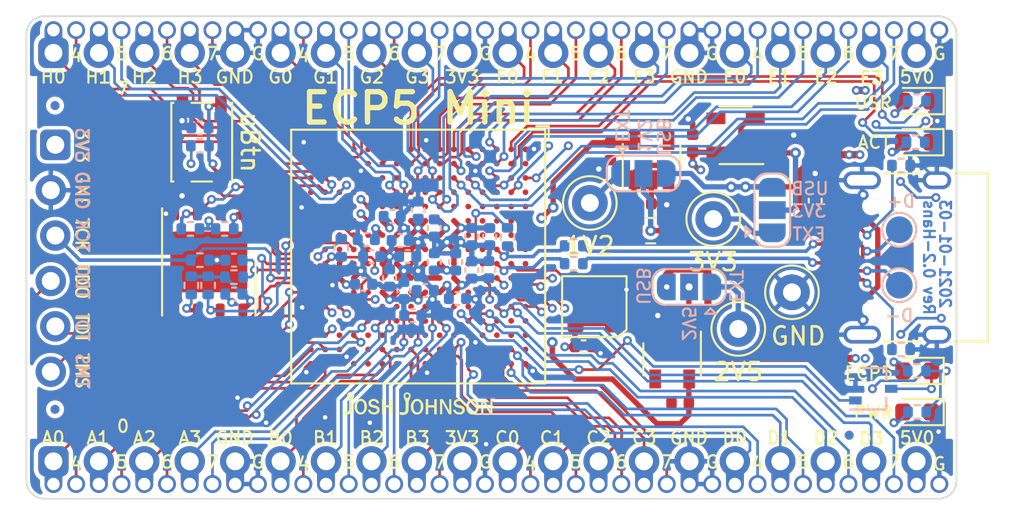
<source format=kicad_pcb>
(kicad_pcb (version 20210126) (generator pcbnew)
  (title_block (title "ECP5 Mini") (date "2020-12-31") (rev "0.2") (company "Josh Johnson"))
  (layers (0 "F.Cu" signal) (1 "In1.Cu" signal) (2 "In2.Cu" signal) (31 "B.Cu" signal) (34 "B.Paste" user) (35 "F.Paste" user) (36 "B.SilkS" user "B.Silkscreen") (37 "F.SilkS" user "F.Silkscreen") (38 "B.Mask" user) (39 "F.Mask" user) (44 "Edge.Cuts" user))
  (net 0 "")
  (net 1 "Net-(C2-Pad1)")
  (net 2 "Net-(C3-Pad1)")
  (net 3 "Net-(C4-Pad1)")
  (net 4 "+1V2")
  (net 5 "Net-(JP1-Pad2)")
  (net 6 "Net-(JP1-Pad1)")
  (net 7 "Net-(JP2-Pad1)")
  (net 8 "Net-(JP3-Pad1)")
  (net 9 "unconnected-(U2-PadA3)")
  (net 10 "/FPGA Config/nBTN_USR")
  (net 11 "/FPGA Config/nFPGA_RST")
  (net 12 "Net-(D9-Pad2)")
  (net 13 "Net-(D10-Pad2)")
  (net 14 "/FPGA Config/D+")
  (net 15 "/FPGA Config/D-")
  (net 16 "/PA04+")
  (net 17 "/PA04-")
  (net 18 "/PA15+")
  (net 19 "/PA15-")
  (net 20 "/PA26+")
  (net 21 "/PA26-")
  (net 22 "/PA37+")
  (net 23 "/PA37-")
  (net 24 "/PB04+")
  (net 25 "/PB04-")
  (net 26 "/PB15+")
  (net 27 "/PB15-")
  (net 28 "/PB26+")
  (net 29 "/PB26-")
  (net 30 "GND")
  (net 31 "+5V")
  (net 32 "/PB37+")
  (net 33 "/PB37-")
  (net 34 "Net-(J5-PadA5)")
  (net 35 "unconnected-(U2-PadA10)")
  (net 36 "Net-(J5-PadB5)")
  (net 37 "+3V3")
  (net 38 "/FPGA Config/TDI")
  (net 39 "/FPGA Config/TDO")
  (net 40 "/FPGA Config/TCK")
  (net 41 "/PC04+")
  (net 42 "+2V5")
  (net 43 "unconnected-(U2-PadA11)")
  (net 44 "unconnected-(U2-PadA12)")
  (net 45 "/FPGA Config/TMS")
  (net 46 "Net-(D11-Pad1)")
  (net 47 "Net-(D11-Pad2)")
  (net 48 "Net-(D12-Pad2)")
  (net 49 "/USB_D+")
  (net 50 "/FPGA Config/CFG_IO2")
  (net 51 "/FPGA Config/CFG_IO3")
  (net 52 "/FPGA Config/CFG_CS")
  (net 53 "/FPGA Config/CFG_CLK")
  (net 54 "/FPGA Config/CFG_CDONE")
  (net 55 "/FPGA Config/CFG_IO1")
  (net 56 "/FPGA Config/CFG_IO0")
  (net 57 "/PC04-")
  (net 58 "/PC15+")
  (net 59 "/PC15-")
  (net 60 "/PC26+")
  (net 61 "/PC26-")
  (net 62 "/PC37+")
  (net 63 "/PC37-")
  (net 64 "/PD04+")
  (net 65 "/PD04-")
  (net 66 "unconnected-(U2-PadB4)")
  (net 67 "unconnected-(U2-PadB10)")
  (net 68 "unconnected-(U2-PadB11)")
  (net 69 "/PD15+")
  (net 70 "/PD15-")
  (net 71 "/PD26+")
  (net 72 "/PD26-")
  (net 73 "/PD37+")
  (net 74 "/PD37-")
  (net 75 "/PH04+")
  (net 76 "/PH15+")
  (net 77 "/PH26+")
  (net 78 "/PH37+")
  (net 79 "/PG04+")
  (net 80 "/PG15+")
  (net 81 "/PG26+")
  (net 82 "/PG37+")
  (net 83 "/PF04+")
  (net 84 "/PF15+")
  (net 85 "/PF26+")
  (net 86 "/PF37+")
  (net 87 "/PE04+")
  (net 88 "/PE15+")
  (net 89 "/PE26+")
  (net 90 "/PE37+")
  (net 91 "/USB_D-")
  (net 92 "/USB_PU")
  (net 93 "/CLK_16MHZ")
  (net 94 "/PH04-")
  (net 95 "/PH15-")
  (net 96 "/PH26-")
  (net 97 "/PH37-")
  (net 98 "/PG04-")
  (net 99 "/PG15-")
  (net 100 "unconnected-(U2-PadC10)")
  (net 101 "/PG26-")
  (net 102 "/PG37-")
  (net 103 "/PF04-")
  (net 104 "/PF15-")
  (net 105 "/PF26-")
  (net 106 "/PF37-")
  (net 107 "/PE04-")
  (net 108 "/PE15-")
  (net 109 "/PE26-")
  (net 110 "/PE37-")
  (net 111 "/LED_USR")
  (net 112 "/LED_ACT")
  (net 113 "Net-(R509-Pad2)")
  (net 114 "unconnected-(U2-PadD10)")
  (net 115 "unconnected-(U2-PadM5)")
  (net 116 "unconnected-(U2-PadM6)")
  (net 117 "unconnected-(U2-PadN12)")
  (net 118 "unconnected-(U2-PadP12)")
  (net 119 "unconnected-(U2-PadR12)")
  (net 120 "unconnected-(U2-PadR14)")
  (footprint "josh-logos:OSHW_Logo_3.6x3.6_F.Mask" (layer "F.Cu") (at 101.85 89.6)
    (fp_text reference "LOGO2" hide)
    (fp_text value "OSHW_FMask" hide)
  )
  (footprint "LED_SMD:LED_0603_1608Metric" (layer "F.Cu") (at 146 101.3 180)
    (fp_text reference "D11" hide)
    (fp_text value "Pink")
  )
  (footprint "LED_SMD:LED_0603_1608Metric" (layer "F.Cu") (at 146 86.2 180)
    (fp_text reference "D9" hide)
    (fp_text value "Pink")
  )
  (footprint "Capacitor_SMD:C_0402_1005Metric" (layer "F.Cu") (at 133.45 88.565 90)
    (fp_text reference "C5" hide)
    (fp_text value "1u")
  )
  (footprint "josh-connectors:ECP5-Mini-Edge-20x2.54-40x1.27" (layer "F.Cu") (at 97.71 83.5 90)
    (fp_text reference "J4" hide)
    (fp_text value "S7 Mini")
  )
  (footprint "Capacitor_SMD:C_0402_1005Metric" (layer "F.Cu") (at 132.75 103.1 180)
    (fp_text reference "C6" hide)
    (fp_text value "1u")
  )
  (footprint "josh-test-point:Test-Point-Loop-BLACK" (layer "F.Cu") (at 139 96.9)
    (fp_text reference "TP4" hide)
    (fp_text value "GND")
  )
  (footprint "Fiducial:Fiducial_0.5mm_Mask1mm" (layer "F.Cu") (at 97.8 103.45)
    (fp_text reference "FID2" hide)
    (fp_text value "Fiducial")
  )
  (footprint "josh-buttons-switches:SW_SPST_PTS810" (layer "F.Cu") (at 106 88.5 90)
    (fp_text reference "SW1" hide)
    (fp_text value "PTS810")
  )
  (footprint "josh-logos:josh-johnson-logo-8_6x1_5" (layer "F.Cu") (at 118.1 103.1)
    (fp_text reference "LOGO1" hide)
    (fp_text value "Josh-Logo" hide)
  )
  (footprint "josh-test-point:Test-Point-Loop-RED" (layer "F.Cu") (at 136 98.95)
    (fp_text reference "TP3" hide)
    (fp_text value "EXT_2V5")
  )
  (footprint "Capacitor_SMD:C_0402_1005Metric" (layer "F.Cu") (at 128.85 89.015 -90)
    (fp_text reference "C7" hide)
    (fp_text value "1u")
  )
  (footprint "LED_SMD:LED_0603_1608Metric" (layer "F.Cu") (at 146 103.6 180)
    (fp_text reference "D12" hide)
    (fp_text value "Pink")
  )
  (footprint "Capacitor_SMD:C_0402_1005Metric" (layer "F.Cu") (at 138.3 88.6 90)
    (fp_text reference "C2" hide)
    (fp_text value "1u")
  )
  (footprint "Resistor_SMD:R_0805_2012Metric" (layer "F.Cu") (at 131.1 93.45)
    (fp_text reference "R1" hide)
    (fp_text value "33R")
  )
  (footprint "Fiducial:Fiducial_0.5mm_Mask1mm" (layer "F.Cu") (at 142.2 104.9)
    (fp_text reference "FID3" hide)
    (fp_text value "Fiducial")
  )
  (footprint "Package_BGA:BGA-256_14.0x14.0mm_Layout16x16_P0.8mm_Ball0.45mm_Pad0.32mm_NSMD" (layer "F.Cu") (at 118.102478 94.9 -90)
    (fp_text reference "U2" hide)
    (fp_text value "ECP5U_12_CABGA256")
  )
  (footprint "josh-oscillators:CDFN_3.2x2.5mm_XO" (layer "F.Cu") (at 127.95 97.7 90)
    (fp_text reference "X1" hide)
    (fp_text value "16MHz")
  )
  (footprint "Capacitor_SMD:C_0402_1005Metric" (layer "F.Cu") (at 130.65 91.95)
    (fp_text reference "C4" hide)
    (fp_text value "1u")
  )
  (footprint "Fiducial:Fiducial_0.5mm_Mask1mm" (layer "F.Cu") (at 97.8 86.45)
    (fp_text reference "FID1" hide)
    (fp_text value "Fiducial")
  )
  (footprint "josh-connectors:USB_C_Receptacle_HRO_TYPE-C-31-M-12" (layer "F.Cu") (at 146.05 94.95 90)
    (fp_text reference "J5" hide)
    (fp_text value "USB_Type_C_2.0")
  )
  (footprint "Capacitor_SMD:C_0402_1005Metric" (layer "F.Cu") (at 127.35 99.95)
    (fp_text reference "C1" hide)
    (fp_text value "100n")
  )
  (footprint "josh-connectors:STM_6_PIN_THT_Staggered" (layer "F.Cu") (at 97.6884 88.646)
    (fp_text reference "J2" hide)
    (fp_text value "JTAG")
  )
  (footprint "LED_SMD:LED_0603_1608Metric" (layer "F.Cu") (at 145.9875 88.5 180)
    (fp_text reference "D10" hide)
    (fp_text value "Pink")
  )
  (footprint "Capacitor_SMD:C_0402_1005Metric" (layer "F.Cu") (at 132.75 98.2 180)
    (fp_text reference "C3" hide)
    (fp_text value "1u")
  )
  (footprint "josh-test-point:Test-Point-Loop-RED" (layer "F.Cu") (at 134.6 92.8)
    (fp_text reference "TP2" hide)
    (fp_text value "EXT_3V3")
  )
  (footprint "Capacitor_SMD:C_0402_1005Metric" (layer "F.Cu") (at 140.3 91.77 90)
    (fp_text reference "C16" hide)
    (fp_text value "4u7")
  )
  (footprint "Package_TO_SOT_SMD:SOT-23-5" (layer "F.Cu") (at 131.15 89.5 90)
    (fp_text reference "U5" hide)
    (fp_text value "LP5907MFX-1.2")
  )
  (footprint "josh-soic-sot-etc:WSON-8-1EP_6x5mm_P1.27mm_EP3.4x4.3mm" (layer "F.Cu") (at 106.395 95.2 -90)
    (fp_text reference "U1" hide)
    (fp_text value "W25Q128JVPIQ")
  )
  (footprint "Package_TO_SOT_SMD:SOT-23-5" (layer "F.Cu") (at 132.3 100.65 -90)
    (fp_text reference "U4" hide)
    (fp_text value "LP5907MFX-2.5")
  )
  (footprint "josh-test-point:Test-Point-Loop-RED" (layer "F.Cu") (at 127.7 91.9)
    (fp_text reference "TP1" hide)
    (fp_text value "EXT_1V2")
  )
  (footprint "Package_TO_SOT_SMD:SOT-23-5" (layer "F.Cu") (at 135.85 88.115 180)
    (fp_text reference "U3" hide)
    (fp_text value "LP5907MFX-3.3")
  )
  (footprint "Jumper:SolderJumper-3_P1.3mm_Open_RoundedPad1.0x1.5mm" (layer "B.Cu") (at 133.25 96.6 180)
    (fp_text reference "JP3" hide)
    (fp_text value "JMP")
  )
  (footprint "Capacitor_SMD:C_0402_1005Metric" (layer "B.Cu") (at 107.805001 95.1 180)
    (fp_text reference "C521" hide)
    (fp_text value "100n")
  )
  (footprint "Resistor_SMD:R_0402_1005Metric" (layer "B.Cu") (at 126.8 94.3)
    (fp_text reference "R506" hide)
    (fp_text value "22R")
  )
  (footprint "TestPoint:TestPoint_Pad_D1.5mm" (layer "B.Cu") (at 145 96.5 180)
    (fp_text reference "TP501" hide)
    (fp_text value "D-")
  )
  (footprint "Resistor_SMD:R_0402_1005Metric" (layer "B.Cu") (at 145.1 100.1)
    (fp_text reference "R505" hide)
    (fp_text value "5K1")
  )
  (footprint "Capacitor_SMD:C_0402_1005Metric" (layer "B.Cu") (at 120.2 95.2 90)
    (fp_text reference "C507" hide)
    (fp_text value "4u7")
  )
  (footprint "Resistor_SMD:R_0402_1005Metric" (layer "B.Cu") (at 105.3675 93.35 180)
    (fp_text reference "R518" hide)
    (fp_text value "10K")
  )
  (footprint "Resistor_SMD:R_0402_1005Metric" (layer "B.Cu") (at 123.1 93.8 90)
    (fp_text reference "R508" hide)
    (fp_text value "1K5")
  )
  (footprint "Resistor_SMD:R_0402_1005Metric" (layer "B.Cu") (at 105.9 95.1)
    (fp_text reference "R517" hide)
    (fp_text value "10K")
  )
  (footprint "Jumper:SolderJumper-3_P1.3mm_Open_RoundedPad1.0x1.5mm" (layer "B.Cu") (at 137.9 92.3 90)
    (fp_text reference "JP2" hide)
    (fp_text value "JMP")
  )
  (footprint "Capacitor_SMD:C_0402_1005Metric" (layer "B.Cu") (at 121.102478 95.65 90)
    (fp_text reference "C505" hide)
    (fp_text value "100n")
  )
  (footprint "Resistor_SMD:R_0402_1005Metric" (layer "B.Cu") (at 107.805 96.05)
    (fp_text reference "R511" hide)
    (fp_text value "5K1")
  )
  (footprint "Resistor_SMD:R_0402_1005Metric" (layer "B.Cu") (at 145.985 86.2 180)
    (fp_text reference "R500" hide)
    (fp_text value "1K5")
  )
  (footprint "Capacitor_SMD:C_0402_1005Metric" (layer "B.Cu") (at 121.1 93.785 -90)
    (fp_text reference "C504" hide)
    (fp_text value "100n")
  )
  (footprint "Capacitor_SMD:C_0402_1005Metric" (layer "B.Cu") (at 115.202478 93.95 180)
    (fp_text reference "C519" hide)
    (fp_text value "100n")
  )
  (footprint "Capacitor_SMD:C_0402_1005Metric" (layer "B.Cu") (at 120.3 97.25)
    (fp_text reference "C506" hide)
    (fp_text value "100n")
  )
  (footprint "Resistor_SMD:R_0402_1005Metric" (layer "B.Cu") (at 105.417502 96.515 -90)
    (fp_text reference "R519" hide)
    (fp_text value "10K")
  )
  (footprint "josh-connectors:ECP5-Mini-Edge-20x2.54-40x1.27" (layer "B.Cu") (at 97.71 106.36 -90)
    (fp_text reference "J3" hide)
    (fp_text value "S7 Mini")
  )
  (footprint "Capacitor_SMD:C_0402_1005Metric" (layer "B.Cu") (at 117.8 98.2)
    (fp_text reference "C512" hide)
    (fp_text value "4u7")
  )
  (footprint "Fiducial:Fiducial_0.5mm_Mask1mm" (layer "B.Cu") (at 97.8 86.45 180)
    (fp_text reference "FID501" hide)
    (fp_text value "Fiducial")
  )
  (footprint "Capacitor_SMD:C_0402_1005Metric" (layer "B.Cu") (at 119.002478 95.2 90)
    (fp_text reference "C509" hide)
    (fp_text value "100n")
  )
  (footprint "Resistor_SMD:R_0402_1005Metric" (layer "B.Cu") (at 106.357498 96.515 -90)
    (fp_text reference "R514" hide)
    (fp_text value "10K")
  )
  (footprint "Fiducial:Fiducial_0.5mm_Mask1mm" (layer "B.Cu") (at 97.8 103.45 180)
    (fp_text reference "FID502" hide)
    (fp_text value "Fiducial")
  )
  (footprint "Fiducial:Fiducial_0.5mm_Mask1mm" (layer "B.Cu") (at 142.2 104.9 180)
    (fp_text reference "FID500" hide)
    (fp_text value "Fiducial")
  )
  (footprint "Capacitor_SMD:C_0402_1005Metric" (layer "B.Cu") (at 107.8 97 180)
    (fp_text reference "C522" hide)
    (fp_text value "100n")
  )
  (footprint "Capacitor_SMD:C_0402_1005Metric" (layer "B.Cu") (at 117.302478 96.8 90)
    (fp_text reference "C514" hide)
    (fp_text value "100n")
  )
  (footprint "Capacitor_SMD:C_0402_1005Metric" (layer "B.Cu") (at 122.1 93.785 -90)
    (fp_text reference "C502" hide)
    (fp_text value "4u7")
  )
  (footprint "Package_TO_SOT_SMD:SOT-323_SC-70" (layer "B.Cu") (at 143.55 102.3)
    (fp_text reference "Q500" hide)
    (fp_text value "BSS138")
  )
  (footprint "Resistor_SMD:R_0402_1005Metric" (layer "B.Cu") (at 126.8 95.3 180)
    (fp_text reference "R507" hide)
    (fp_text value "22R")
  )
  (footprint "Capacitor_SMD:C_0402_1005Metric" (layer "B.Cu") (at 116.502478 96.1 -90)
    (fp_text reference "C517" hide)
    (fp_text value "4u7")
  )
  (footprint "Capacitor_SMD:C_0402_1005Metric" (layer "B.Cu") (at 116.652478 92.65)
    (fp_text reference "C516" hide)
    (fp_text value "100n")
  )
  (footprint "Jumper:SolderJumper-3_P1.3mm_Open_RoundedPad1.0x1.5mm" (layer "B.Cu") (at 130.7 90.25)
    (fp_text reference "JP1" hide)
    (fp_text value "JMP")
  )
  (footprint "Resistor_SMD:R_0402_1005Metric" (layer "B.Cu") (at 145.1 89.8)
    (fp_text reference "R504" hide)
    (fp_text value "5K1")
  )
  (footprint "Capacitor_SMD:C_0402_1005Metric" (layer "B.Cu") (at 115.502478 94.9 180)
    (fp_text reference "C518" hide)
    (fp_text value "100n")
  )
  (footprint "Capacitor_SMD:C_0402_1005Metric" (layer "B.Cu") (at 115.052478 96.45)
    (fp_text reference "C520" hide)
    (fp_text value "100n")
  )
  (footprint "Resistor_SMD:R_0402_1005Metric" (layer "B.Cu") (at 105.9 88.7)
    (fp_text reference "R516" hide)
    (fp_text value "5K1")
  )
  (footprint "Capacitor_SMD:C_0402_1005Metric" (layer "B.Cu") (at 119.002478 93.3 -90)
    (fp_text reference "C508" hide)
    (fp_text value "100n")
  )
  (footprint "Resistor_SMD:R_0402_1005Metric" (layer "B.Cu") (at 145.915 88.5 180)
    (fp_text reference "R503" hide)
    (fp_text value "1K5")
  )
  (footprint "Resistor_SMD:R_0402_1005Metric" (layer "B.Cu") (at 146 103.6 180)
    (fp_text reference "R502" hide)
    (fp_text value "1K5")
  )
  (footprint "Capacitor_SMD:C_0402_1005Metric" (layer "B.Cu") (at 122.052478 95.635 90)
    (fp_text reference "C503" hide)
    (fp_text value "4u7")
  )
  (footprint "Capacitor_SMD:C_0402_1005Metric" (layer "B.Cu") (at 105.9 87.7 180)
    (fp_text reference "C523" hide)
    (fp_text value "100n")
  )
  (footprint "Capacitor_SMD:C_0402_1005Metric" (layer "B.Cu") (at 118.1 92.3 90)
    (fp_text reference "C511" hide)
    (fp_text value "100n")
  )
  (footprint "Capacitor_SMD:C_0402_1005Metric" (layer "B.Cu") (at 117.1 94)
    (fp_text reference "C515" hide)
    (fp_text value "100n")
  )
  (footprint "Resistor_SMD:R_0402_1005Metric" (layer "B.Cu") (at 113.802478 94.4 90)
    (fp_text reference "R509" hide)
    (fp_text value "22R")
  )
  (footprint "Capacitor_SMD:C_0402_1005Metric" (layer "B.Cu") (at 118.5 96.8)
    (fp_text reference "C510" hide)
    (fp_text value "100n")
  )
  (footprint "TestPoint:TestPoint_Pad_D1.5mm" (layer "B.Cu") (at 145 93.4 180)
    (fp_text reference "TP500" hide)
    (fp_text value "D+")
  )
  (footprint "Resistor_SMD:R_0402_1005Metric" (layer "B.Cu") (at 107.2825 93.35)
    (fp_text reference "R512" hide)
    (fp_text value "10K")
  )
  (footprint "Resistor_SMD:R_0402_1005Metric" (layer "B.Cu") (at 145.985 101.3)
    (fp_text reference "R501" hide)
    (fp_text value "1K5")
  )
  (footprint "Capacitor_SMD:C_0402_1005Metric" (layer "B.Cu") (at 117.517478 94.9)
    (fp_text reference "C513" hide)
    (fp_text value "100n")
  )
  (gr_arc (start 147.2 82.45) (end 147.2 81.45) (angle 90) (layer "Edge.Cuts") (width 0.1))
  (gr_arc (start 147.2 107.45) (end 148.2 107.45) (angle 90) (layer "Edge.Cuts") (width 0.1))
  (gr_arc (start 97.2 82.45) (end 96.2 82.45) (angle 90) (layer "Edge.Cuts") (width 0.1))
  (gr_line (start 97.2 81.45) (end 147.2 81.45) (layer "Edge.Cuts") (width 0.1))
  (gr_arc (start 97.2 107.45) (end 97.2 108.45) (angle 90) (layer "Edge.Cuts") (width 0.1))
  (gr_line (start 96.2 82.45) (end 96.2 107.45) (layer "Edge.Cuts") (width 0.1))
  (gr_line (start 147.2 108.45) (end 97.2 108.45) (layer "Edge.Cuts") (width 0.1))
  (gr_line (start 148.2 107.45) (end 148.2 82.45) (layer "Edge.Cuts") (width 0.1))
  (gr_text "Rev 0.2-Hans\n" (at 146.6615 94.95 270) (layer "B.Cu") (effects (font (size 0.6 0.6) (thickness 0.127)) (justify mirror)))
  (gr_text "2021-01-03" (at 147.5615 94.749998 270) (layer "B.Cu") (effects (font (size 0.6 0.6) (thickness 0.127)) (justify mirror)))
  (gr_text "D-" (at 145 98.2) (layer "B.SilkS") (effects (font (size 0.7 0.7) (thickness 0.12)) (justify mirror)))
  (gr_text "3V3" (at 139.95 92.35) (layer "B.SilkS") (effects (font (size 0.7 0.7) (thickness 0.12)) (justify mirror)))
  (gr_text "1V2" (at 130.75 88.15 270) (layer "B.SilkS") (effects (font (size 0.7 0.7) (thickness 0.12)) (justify mirror)))
  (gr_text "TDO" (at 99.3295 96.3 270) (layer "B.SilkS") (effects (font (size 0.7 0.7) (thickness 0.12)) (justify mirror)))
  (gr_text "TCK" (at 99.3295 93.7 270) (layer "B.SilkS") (effects (font (size 0.7 0.7) (thickness 0.12)) (justify mirror)))
  (gr_text "TDI" (at 99.3295 98.85 270) (layer "B.SilkS") (effects (font (size 0.7 0.7) (thickness 0.12)) (justify mirror)))
  (gr_text "3V3" (at 99.3 88.65 270) (layer "B.SilkS") (effects (font (size 0.7 0.7) (thickness 0.12)) (justify mirror)))
  (gr_text "TMS" (at 99.3295 101.3 270) (layer "B.SilkS") (effects (font (size 0.7 0.7) (thickness 0.12)) (justify mirror)))
  (gr_text "D+" (at 145.1 91.8) (layer "B.SilkS") (effects (font (size 0.7 0.7) (thickness 0.12)) (justify mirror)))
  (gr_text "2V5" (at 133.2205 98.65 270) (layer "B.SilkS") (effects (font (size 0.7 0.7) (thickness 0.12)) (justify mirror)))
  (gr_text "USB" (at 140 91.1) (layer "B.SilkS") (effects (font (size 0.7 0.7) (thickness 0.12)) (justify mirror)))
  (gr_text "GND" (at 99.3295 91.2 270) (layer "B.SilkS") (effects (font (size 0.7 0.7) (thickness 0.12)) (justify mirror)))
  (gr_text "EXT" (at 129.5 87.6 270) (layer "B.SilkS") (effects (font (size 0.7 0.7) (thickness 0.12)) (justify mirror)))
  (gr_text "EXT" (at 135.8705 96.55 270) (layer "B.SilkS") (effects (font (size 0.7 0.7) (thickness 0.12)) (justify mirror)))
  (gr_text "USB" (at 131.8 88.2 270) (layer "B.SilkS") (effects (font (size 0.7 0.7) (thickness 0.12)) (justify mirror)))
  (gr_text "EXT" (at 139.95 93.65) (layer "B.SilkS") (effects (font (size 0.7 0.7) (thickness 0.12)) (justify mirror)))
  (gr_text "USB" (at 130.6705 96.55 270) (layer "B.SilkS") (effects (font (size 0.7 0.7) (thickness 0.12)) (justify mirror)))
  (gr_text "G" (at 147.24 106.5) (layer "F.SilkS") (effects (font (size 0.7 0.7) (thickness 0.12))))
  (gr_text "G" (at 121.85 106.4) (layer "F.SilkS") (effects (font (size 0.7 0.7) (thickness 0.12))))
  (gr_text "7" (at 144.7 83.55) (layer "F.SilkS") (effects (font (size 0.7 0.7) (thickness 0.12))))
  (gr_text "7" (at 131.99 106.4) (layer "F.SilkS") (effects (font (size 0.7 0.7) (thickness 0.12))))
  (gr_text "0" (at 101.6 104.4) (layer "F.SilkS") (effects (font (size 0.7 0.7) (thickness 0.12))))
  (gr_text "TDI" (at 99.3 98.85 270) (layer "F.SilkS") (effects (font (size 0.7 0.7) (thickness 0.12))))
  (gr_text "7" (at 144.7 106.4) (layer "F.SilkS") (effects (font (size 0.7 0.7) (thickness 0.12))))
  (gr_text "C0" (at 123.09 105.05) (layer "F.SilkS") (effects (font (size 0.7 0.7) (thickness 0.12))))
  (gr_text "5" (at 126.91 106.4) (layer "F.SilkS") (effects (font (size 0.7 0.7) (thickness 0.12))))
  (gr_text "G" (at 109.14 83.55) (layer "F.SilkS") (effects (font (size 0.7 0.7) (thickness 0.12))))
  (gr_text "3V3" (at 134.6 95.2) (layer "F.SilkS") (effects (font (size 1 1))))
  (gr_text "4" (at 111.69 83.65) (layer "F.SilkS") (effects (font (size 0.7 0.7) (thickness 0.12))))
  (gr_text "USR" (at 143.55 86.3) (layer "F.SilkS") (effects (font (size 0.7 0.7) (thickness 0.12))))
  (gr_text "G3" (at 118.06 84.85) (layer "F.SilkS") (effects (font (size 0.7 0.7) (thickness 0.12))))
  (gr_text "ECP5 Mini" (at 118.102478 86.6) (layer "F.SilkS") (effects (font (size 1.7 1.7) (thickness 0.3))))
  (gr_text "TMS" (at 99.3 101.3 270) (layer "F.SilkS") (effects (font (size 0.7 0.7) (thickness 0.12))))
  (gr_text "7" (at 119.31 106.4) (layer "F.SilkS") (effects (font (size 0.7 0.7) (thickness 0.12))))
  (gr_text "5V0" (at 146 84.85) (layer "F.SilkS") (effects (font (size 0.7 0.7) (thickness 0.12))))
  (gr_text "6" (at 129.45 83.55) (layer "F.SilkS") (effects (font (size 0.7 0.7) (thickness 0.12))))
  (gr_text "GND" (at 133.24 105.05) (layer "F.SilkS") (effects (font (size 0.7 0.7) (thickness 0.12))))
  (gr_text "TCK" (at 99.3 93.7 270) (layer "F.SilkS") (effects (font (size 0.7 0.7) (thickness 0.12))))
  (gr_text "7" (at 131.99 83.55) (layer "F.SilkS") (effects (font (size 0.7 0.7) (thickness 0.12))))
  (gr_text "B0" (at 110.41 105.05) (layer "F.SilkS") (effects (font (size 0.7 0.7) (thickness 0.12))))
  (gr_text "4" (at 98.98 83.65) (layer "F.SilkS") (effects (font (size 0.7 0.7) (thickness 0.12))))
  (gr_text "A2" (at 102.8 105.05) (layer "F.SilkS") (effects (font (size 0.7 0.7) (thickness 0.12))))
  (gr_text "G" (at 109.14 106.4) (layer "F.SilkS") (effects (font (size 0.7 0.7) (thickness 0.12))))
  (gr_text "6" (at 116.77 106.4) (layer "F.SilkS") (effects (font (size 0.7 0.7) (thickness 0.12))))
  (gr_text "6" (at 129.45 106.4) (layer "F.SilkS") (effects (font (size 0.7 0.7) (thickness 0.12))))
  (gr_text "D0" (at 135.8 105.05) (layer "F.SilkS") (effects (font (size 0.7 0.7) (thickness 0.12))))
  (gr_text "GND" (at 107.85 105.05) (layer "F.SilkS") (effects (font (size 0.7 0.7) (thickness 0.12))))
  (gr_text "G0" (at 110.41 84.85) (layer "F.SilkS") (effects (font (size 0.7 0.7) (thickness 0.12))))
  (gr_text "A0" (at 97.7 105.05) (layer "F.SilkS") (effects (font (size 0.7 0.7) (thickness 0.12))))
  (gr_text "5" (at 139.62 106.4) (layer "F.SilkS") (effects (font (size 0.7 0.7) (thickness 0.12))))
  (gr_text "H2" (at 102.8 84.85) (layer "F.SilkS") (effects (font (size 0.7 0.7) (thickness 0.12))))
  (gr_text "5" (at 101.52 106.4) (layer "F.SilkS") (effects (font (size 0.7 0.7) (thickness 0.12))))
  (gr_text "F1" (at 125.59 84.85) (layer "F.SilkS") (effects (font (size 0.7 0.7) (thickness 0.12))))
  (gr_text "ECP5" (at 143.3 101.43) (layer "F.SilkS") (effects (font (size 0.7 0.7) (thickness 0.12))))
  (gr_text "H1" (at 100.2 84.85) (layer "F.SilkS") (effects (font (size 0.7 0.7) (thickness 0.12))))
  (gr_text "3V3" (at 99.3 88.7 270) (layer "F.SilkS") (effects (font (size 0.7 0.7) (thickness 0.12))))
  (gr_text "G2" (at 115.51 84.85) (layer "F.SilkS") (effects (font (size 0.7 0.7) (thickness 0.12))))
  (gr_text "G1" (at 112.91 84.85) (layer "F.SilkS") (effects (font (size 0.7 0.7) (thickness 0.12))))
  (gr_text "4" (at 137.08 83.65) (layer "F.SilkS") (effects (font (size 0.7 0.7) (thickness 0.12))))
  (gr_text "D1" (at 138.3 105.05) (layer "F.SilkS") (effects (font (size 0.7 0.7) (thickness 0.12))))
  (gr_text "B1" (at 112.91 105.05) (layer "F.SilkS") (effects (font (size 0.7 0.7) (thickness 0.12))))
  (gr_text "D2" (at 140.9 105.05) (layer "F.SilkS") (effects (font (size 0.7 0.7) (thickness 0.12))))
  (gr_text "F0" (at 123.09 84.85) (layer "F.SilkS") (effects (font (size 0.7 0.7) (thickness 0.12))))
  (gr_text "ACT" (at 143.6 88.5) (layer "F.SilkS") (effects (font (size 0.7 0.7) (thickness 0.12))))
  (gr_text "5" (at 114.23 106.4) (layer "F.SilkS") (effects (font (size 0.7 0.7) (thickness 0.12))))
  (gr_text "F2" (at 128.19 84.85) (layer "F.SilkS") (effects (font (size 0.7 0.7) (thickness 0.12))))
  (gr_text "2V5" (at 136 101.35) (layer "F.SilkS") (effects (font (size 1 1))))
  (gr_text "D3" (at 143.45 105.1) (layer "F.SilkS") (effects (font (size 0.7 0.7) (thickness 0.12))))
  (gr_text "B3" (at 118.06 105.05) (layer "F.SilkS") (effects (font (size 0.7 0.7) (thickness 0.12))))
  (gr_text "6" (at 142.16 83.55) (layer "F.SilkS") (effects (font (size 0.7 0.7) (thickness 0.12))))
  (gr_text "3V3" (at 120.56 105.05) (layer "F.SilkS") (effects (font (size 0.7 0.7) (thickness 0.12))))
  (gr_text "A3" (at 105.35 105.05) (layer "F.SilkS") (effects (font (size 0.7 0.7) (thickness 0.12))))
  (gr_text "PWR" (at 143.55 103.63) (layer "F.SilkS") (effects (font (size 0.7 0.7) (thickness 0.12))))
  (gr_text "F3" (at 130.74 84.85) (layer "F.SilkS") (effects (font (size 0.7 0.7) (thickness 0.12))))
  (gr_text "6" (at 142.16 106.4) (layer "F.SilkS") (effects (font (size 0.7 0.7) (thickness 0.12))))
  (gr_text "4" (at 98.98 106.5) (layer "F.SilkS") (effects (font (size 0.7 0.7) (thickness 0.12))))
  (gr_text "GND" (at 107.85 84.85) (layer "F.SilkS") (effects (font (size 0.7 0.7) (thickness 0.12))))
  (gr_text "GND" (at 139.35 99.35) (layer "F.SilkS") (effects (font (size 1 1))))
  (gr_text "GND" (at 133.24 84.85) (layer "F.SilkS") (effects (font (size 0.7 0.7) (thickness 0.12))))
  (gr_text "E2" (at 140.9 84.85) (layer "F.SilkS") (effects (font (size 0.7 0.7) (thickness 0.12))))
  (gr_text "1V2" (at 127.7 94.3) (layer "F.SilkS") (effects (font (size 1 1))))
  (gr_text "C3" (at 130.74 105.05) (layer "F.SilkS") (effects (font (size 0.7 0.7) (thickness 0.12))))
  (gr_text "4" (at 124.37 83.65) (layer "F.SilkS") (effects (font (size 0.7 0.7) (thickness 0.12))))
  (gr_text "5" (at 101.52 83.55) (layer "F.SilkS") (effects (font (size 0.7 0.7) (thickness 0.12))))
  (gr_text "GND" (at 99.3 91.2 270) (layer "F.SilkS") (effects (font (size 0.7 0.7) (thickness 0.12))))
  (gr_text "6" (at 104.06 106.4) (layer "F.SilkS") (effects (font (size 0.7 0.7) (thickness 0.12))))
  (gr_text "6" (at 116.77 83.55) (layer "F.SilkS") (effects (font (size 0.7 0.7) (thickness 0.12))))
  (gr_text "7" (at 101.6 85.5) (layer "F.SilkS") (effects (font (size 0.7 0.7) (thickness 0.12))))
  (gr_text "4" (at 111.69 106.5) (layer "F.SilkS") (effects (font (size 0.7 0.7) (thickness 0.12))))
  (gr_text "3V3" (at 120.56 84.85) (layer "F.SilkS") (effects (font (size 0.7 0.7) (thickness 0.12))))
  (gr_text "4" (at 137.08 106.5) (layer "F.SilkS") (effects (font (size 0.7 0.7) (thickness 0.12))))
  (gr_text "E0" (at 135.8 84.85) (layer "F.SilkS") (effects (font (size 0.7 0.7) (thickness 0.12))))
  (gr_text "5" (at 114.23 83.55) (layer "F.SilkS") (effects (font (size 0.7 0.7) (thickness 0.12))))
  (gr_text "H0" (at 97.7 84.85) (layer "F.SilkS") (effects (font (size 0.7 0.7) (thickness 0.12))))
  (gr_text "5" (at 126.91 83.55) (layer "F.SilkS") (effects (font (size 0.7 0.7) (thickness 0.12))))
  (gr_text "E3" (at 143.45 84.9) (layer "F.SilkS") (effects (font (size 0.7 0.7) (thickness 0.12))))
  (gr_text "C2" (at 128.19 105.05) (layer "F.SilkS") (effects (font (size 0.7 0.7) (thickness 0.12))))
  (gr_text "G" (at 147.24 83.55) (layer "F.SilkS") (effects (font (size 0.7 0.7) (thickness 0.12))))
  (gr_text "uBtn" (at 108.7 88.5 270) (layer "F.SilkS") (effects (font (size 1 1))))
  (gr_text "G" (at 134.53 106.4) (layer "F.SilkS") (effects (font (size 0.7 0.7) (thickness 0.12))))
  (gr_text "G" (at 121.85 83.55) (layer "F.SilkS") (effects (font (size 0.7 0.7) (thickness 0.12))))
  (gr_text "TDO" (at 99.3 96.3 270) (layer "F.SilkS") (effects (font (size 0.7 0.7) (thickness 0.12))))
  (gr_text "7" (at 119.31 83.55) (layer "F.SilkS") (effects (font (size 0.7 0.7) (thickness 0.12))))
  (gr_text "7" (at 106.6 83.55) (layer "F.SilkS") (effects (font (size 0.7 0.7) (thickness 0.12))))
  (gr_text "G" (at 134.53 83.55) (layer "F.SilkS") (effects (font (size 0.7 0.7) (thickness 0.12))))
  (gr_text "B2" (at 115.51 105.05) (layer "F.SilkS") (effects (font (size 0.7 0.7) (thickness 0.12))))
  (gr_text "H3" (at 105.35 84.85) (layer "F.SilkS") (effects (font (size 0.7 0.7) (thickness 0.12))))
  (gr_text "7" (at 106.6 106.4) (layer "F.SilkS") (effects (font (size 0.7 0.7) (thickness 0.12))))
  (gr_text "E1" (at 138.3 84.85) (layer "F.SilkS") (effects (font (size 0.7 0.7) (thickness 0.12))))
  (gr_text "4" (at 124.37 106.5) (layer "F.SilkS") (effects (font (size 0.7 0.7) (thickness 0.12))))
  (gr_text "6" (at 104.06 83.55) (layer "F.SilkS") (effects (font (size 0.7 0.7) (thickness 0.12))))
  (gr_text "C1" (at 125.59 105.05) (layer "F.SilkS") (effects (font (size 0.7 0.7) (thickness 0.12))))
  (gr_text "5" (at 139.62 83.55) (layer "F.SilkS") (effects (font (size 0.7 0.7) (thickness 0.12))))
  (gr_text "A1" (at 100.2 105.05) (layer "F.SilkS") (effects (font (size 0.7 0.7) (thickness 0.12))))
  (gr_text "5V0" (at 146 105.05) (layer "F.SilkS") (effects (font (size 0.7 0.7) (thickness 0.12))))
  (segment (start 136.142989 88.661609) (end 136.142989 87.657011) (width 0.3) (layer "F.Cu") (net 1))
  (segment (start 136.95 89.065) (end 136.54638 89.065) (width 0.3) (layer "F.Cu") (net 1))
  (segment (start 139.2 89.1) (end 138.315 89.1) (width 0.3) (layer "F.Cu") (net 1))
  (segment (start 138.3 89.085) (end 136.97 89.085) (width 0.3) (layer "F.Cu") (net 1))
  (segment (start 136.54638 89.065) (end 136.142989 88.661609) (width 0.3) (layer "F.Cu") (net 1))
  (segment (start 136.635 87.165) (end 136.95 87.165) (width 0.3) (layer "F.Cu") (net 1))
  (segment (start 138.315 89.1) (end 138.3 89.085) (width 0.3) (layer "F.Cu") (net 1))
  (segment (start 136.97 89.085) (end 136.95 89.065) (width 0.3) (layer "F.Cu") (net 1))
  (segment (start 136.142989 87.657011) (end 136.635 87.165) (width 0.3) (layer "F.Cu") (net 1))
  (via (at 139.2 89.1) (size 0.6) (drill 0.3) (layers "F.Cu" "B.Cu") (net 1))
  (segment (start 139.2 92.1) (end 139.2 89.1) (width 0.3) (layer "B.Cu") (net 1))
  (segment (start 137.9 92.3) (end 139 92.3) (width 0.3) (layer "B.Cu") (net 1))
  (segment (start 139 92.3) (end 139.2 92.1) (width 0.3) (layer "B.Cu") (net 1))
  (segment (start 131.89138 100.45) (end 131.35 99.90862) (width 0.25) (layer "F.Cu") (net 2))
  (segment (start 133.235 96.615) (end 133.25 96.6) (width 0.3) (layer "F.Cu") (net 2))
  (segment (start 133.25 99.55) (end 133.25 99.9) (width 0.25) (layer "F.Cu") (net 2))
  (segment (start 132.7 100.45) (end 131.89138 100.45) (width 0.25) (layer "F.Cu") (net 2))
  (segment (start 133.25 99.9) (end 132.7 100.45) (width 0.25) (layer "F.Cu") (net 2))
  (segment (start 133.25 99.55) (end 133.25 98.215) (width 0.3) (layer "F.Cu") (net 2))
  (segment (start 131.35 99.90862) (end 131.35 99.55) (width 0.25) (layer "F.Cu") (net 2))
  (segment (start 133.25 98.215) (end 133.235 98.2) (width 0.3) (layer "F.Cu") (net 2))
  (segment (start 133.235 98.2) (end 133.235 96.615) (width 0.3) (layer "F.Cu") (net 2))
  (via (at 133.25 96.6) (size 0.8) (drill 0.4) (layers "F.Cu" "B.Cu") (net 2))
  (segment (start 132.1 90.19638) (end 131.696609 89.792989) (width 0.3) (layer "F.Cu") (net 3))
  (segment (start 130.1625 93.45) (end 130.1625 91.9525) (width 0.3) (layer "F.Cu") (net 3))
  (segment (start 131.696609 89.792989) (end 130.603391 89.792989) (width 0.3) (layer "F.Cu") (net 3))
  (segment (start 130.2 90.19638) (end 130.2 90.6) (width 0.3) (layer "F.Cu") (net 3))
  (segment (start 130.165 90.635) (end 130.2 90.6) (width 0.3) (layer "F.Cu") (net 3))
  (segment (start 132.11 90.61) (end 132.1 90.6) (width 0.3) (layer "F.Cu") (net 3))
  (segment (start 132.1 90.6) (end 132.1 90.19638) (width 0.3) (layer "F.Cu") (net 3))
  (segment (start 130.603391 89.792989) (end 130.2 90.19638) (width 0.3) (layer "F.Cu") (net 3))
  (segment (start 130.1625 91.9525) (end 130.165 91.95) (width 0.3) (layer "F.Cu") (net 3))
  (segment (start 130.165 91.95) (end 130.165 90.635) (width 0.3) (layer "F.Cu") (net 3))
  (segment (start 127.87 88.53) (end 125.65 90.75) (width 0.3) (layer "F.Cu") (net 4))
  (segment (start 116.102478 95.3) (end 116.502478 94.9) (width 0.3) (layer "F.Cu") (net 4))
  (segment (start 116.25 95.952478) (end 116.25 95.447522) (width 0.3) (layer "F.Cu") (net 4))
  (segment (start 119.638334 93.235856) (end 119.638334 93.316166) (width 0.3) (layer "F.Cu") (net 4))
  (segment (start 119.638334 93.364144) (end 119.638334 93.316166) (width 0.3) (layer "F.Cu") (net 4))
  (segment (start 119.302478 93.7) (end 119.638334 93.364144) (width 0.3) (layer "F.Cu") (net 4))
  (segment (start 116.25 95.447522) (end 116.102478 95.3) (width 0.3) (layer "F.Cu") (net 4))
  (segment (start 119.302478 95.3) (end 119.671587 95.669109) (width 0.3) (layer "F.Cu") (net 4))
  (segment (start 130.2 88.4) (end 130.07 88.53) (width 0.3) (layer "F.Cu") (net 4))
  (segment (start 116.102478 94.5) (end 116.502478 94.9) (width 0.3) (layer "F.Cu") (net 4))
  (segment (start 130.07 88.53) (end 128.85 88.53) (width 0.3) (layer "F.Cu") (net 4))
  (segment (start 119.671587 95.669109) (end 119.7 95.669109) (width 0.3) (layer "F.Cu") (net 4))
  (segment (start 128.85 88.53) (end 127.87 88.53) (width 0.3) (layer "F.Cu") (net 4))
  (segment (start 116.102478 96.1) (end 116.25 95.952478) (width 0.3) (layer "F.Cu") (net 4))
  (segment (start 125 92.75) (end 125.6 92.15) (width 0.3) (layer "F.Cu") (net 4))
  (segment (start 125.6 92.15) (end 125.65 92.15) (width 0.3) (layer "F.Cu") (net 4))
  (segment (start 119.302478 92.9) (end 119.638334 93.235856) (width 0.3) (layer "F.Cu") (net 4))
  (segment (start 125.65 90.75) (end 125.65 92.15) (width 0.3) (layer "F.Cu") (net 4))
  (via (at 116.502478 94.9) (size 0.5) (drill 0.25) (layers "F.Cu" "B.Cu") (net 4))
  (via (at 125 92.75) (size 0.6) (drill 0.3) (layers "F.Cu" "B.Cu") (net 4))
  (via (at 125.65 92.15) (size 0.6) (drill 0.3) (layers "F.Cu" "B.Cu") (net 4))
  (via (at 119.7 95.669109) (size 0.5) (drill 0.25) (layers "F.Cu" "B.Cu") (net 4))
  (via (at 119.638334 93.316166) (size 0.5) (drill 0.25) (layers "F.Cu" "B.Cu") (net 4))
  (segment (start 119.137168 92.815) (end 119.638334 93.316166) (width 0.3) (layer "B.Cu") (net 4))
  (segment (start 117.032478 94.9) (end 116.502478 94.9) (width 0.3) (layer "B.Cu") (net 4))
  (segment (start 120.2 95.68) (end 119.710891 95.68) (width 0.3) (layer "B.Cu") (net 4))
  (segment (start 119.002478 92.815) (end 119.137168 92.815) (width 0.3) (layer "B.Cu") (net 4))
  (segment (start 119.710891 95.68) (end 119.7 95.669109) (width 0.3) (layer "B.Cu") (net 4))
  (segment (start 119.002478 95.685) (end 119.684109 95.685) (width 0.3) (layer "B.Cu") (net 4))
  (segment (start 116.502478 95.7) (end 116.502478 94.9) (width 0.3) (layer "B.Cu") (net 4))
  (segment (start 116.502478 94.9) (end 115.887478 94.9) (width 0.3) (layer "B.Cu") (net 4))
  (segment (start 116.502478 94.065) (end 116.617478 93.95) (width 0.3) (layer "B.Cu") (net 4))
  (segment (start 116.502478 94.597522) (end 116.6 94.5) (width 0.3) (layer "B.Cu") (net 4))
  (segment (start 119.684109 95.685) (end 119.7 95.669109) (width 0.3) (layer "B.Cu") (net 4))
  (segment (start 116.6 94.5) (end 116.62 94.48) (width 0.3) (layer "B.Cu") (net 4))
  (segment (start 116.517478 94.885) (end 116.502478 94.9) (width 0.3) (layer "B.Cu") (net 4))
  (segment (start 116.502478 94.9) (end 116.502478 94.597522) (width 0.3) (layer "B.Cu") (net 4))
  (segment (start 116.62 94.48) (end 116.62 94) (width 0.3) (layer "B.Cu") (net 4))
  (segment (start 132.0375 93.45) (end 131.1 93.45) (width 0.3) (layer "F.Cu") (net 5))
  (via (at 131.1 93.45) (size 0.6) (drill 0.3) (layers "F.Cu" "B.Cu") (net 5))
  (segment (start 131.1 91.7) (end 130.7 91.3) (width 0.3) (layer "B.Cu") (net 5))
  (segment (start 130.7 91.3) (end 130.7 90.25) (width 0.3) (layer "B.Cu") (net 5))
  (segment (start 131.1 93.45) (end 131.1 91.7) (width 0.3) (layer "B.Cu") (net 5))
  (segment (start 129.4 90.25) (end 129.35 90.25) (width 0.3) (layer "B.Cu") (net 6))
  (segment (start 129.35 90.25) (end 127.7 91.9) (width 0.3) (layer "B.Cu") (net 6))
  (segment (start 127.7 91.9) (end 127.75 91.9) (width 0.3) (layer "B.Cu") (net 6))
  (segment (start 136.1 92.8) (end 136.9 93.6) (width 0.3) (layer "B.Cu") (net 7))
  (segment (start 134.6 92.8) (end 136.1 92.8) (width 0.3) (layer "B.Cu") (net 7))
  (segment (start 136.9 93.6) (end 137.9 93.6) (width 0.3) (layer "B.Cu") (net 7))
  (segment (start 136 98.95) (end 136 96.95) (width 0.3) (layer "B.Cu") (net 8))
  (segment (start 136 96.95) (end 135.65 96.6) (width 0.3) (layer "B.Cu") (net 8))
  (segment (start 135.65 96.6) (end 134.55 96.6) (width 0.3) (layer "B.Cu") (net 8))
  (segment (start 124.102478 90.5) (end 124.7 90.5) (width 0.15) (layer "F.Cu") (net 9))
  (via (at 124.7 90.5) (size 0.5) (drill 0.25) (layers "F.Cu" "B.Cu") (net 9))
  (via (at 126.5 88.7) (size 0.5) (drill 0.25) (layers "F.Cu" "B.Cu") (net 9))
  (segment (start 124.7 90.5) (end 126.5 88.7) (width 0.15) (layer "B.Cu") (net 9))
  (segment (start 107.075 86.425) (end 106.475 86.425) (width 0.2) (layer "F.Cu") (net 10))
  (segment (start 107.075 90.575) (end 107.075 90.375) (width 0.2) (layer "F.Cu") (net 10))
  (segment (start 106.626861 89.713762) (end 106.626861 89.926861) (width 0.2) (layer "F.Cu") (net 10))
  (segment (start 107.075 90.375) (end 106.7 90) (width 0.2) (layer "F.Cu") (net 10))
  (segment (start 106.626861 89.926861) (end 106.7 90) (width 0.2) (layer "F.Cu") (net 10))
  (segment (start 106.475 86.425) (end 106.4 86.5) (width 0.2) (layer "F.Cu") (net 10))
  (segment (start 108.6 91.5) (end 107.2 91.5) (width 0.15) (layer "F.Cu") (net 10))
  (segment (start 110 92.9) (end 108.6 91.5) (width 0.15) (layer "F.Cu") (net 10))
  (segment (start 112.102478 92.9) (end 110 92.9) (width 0.15) (layer "F.Cu") (net 10))
  (segment (start 107.075 91.375) (end 107.075 90.575) (width 0.15) (layer "F.Cu") (net 10))
  (segment (start 107.2 91.5) (end 107.075 91.375) (width 0.15) (layer "F.Cu") (net 10))
  (via (at 106.626861 89.713762) (size 0.5) (drill 0.25) (layers "F.Cu" "B.Cu") (net 10))
  (via (at 106.4 86.5) (size 0.5) (drill 0.25) (layers "F.Cu" "B.Cu") (net 10))
  (segment (start 106.38 88.67) (end 106.41 88.7) (width 0.2) (layer "B.Cu") (net 10))
  (segment (start 106.41 88.7) (end 106.41 89.496901) (width 0.2) (layer "B.Cu") (net 10))
  (segment (start 106.4 86.5) (end 106.4 87.68) (width 0.2) (layer "B.Cu") (net 10))
  (segment (start 106.41 89.496901) (end 106.626861 89.713762) (width 0.2) (layer "B.Cu") (net 10))
  (segment (start 106.4 87.68) (end 106.38 87.7) (width 0.2) (layer "B.Cu") (net 10))
  (segment (start 106.4 87.685) (end 106.385 87.7) (width 0.2) (layer "B.Cu") (net 10))
  (segment (start 106.38 87.7) (end 106.38 88.67) (width 0.2) (layer "B.Cu") (net 10))
  (segment (start 113.256096 94.946382) (end 112.902478 95.3) (width 0.2) (layer "F.Cu") (net 11))
  (segment (start 112.902478 95.3) (end 112.902478 95.257753) (width 0.15) (layer "F.Cu") (net 11))
  (segment (start 110.06653 95.65) (end 108.944999 95.65) (width 0.15) (layer "F.Cu") (net 11))
  (segment (start 112.586238 95.352002) (end 112.276239 95.662001) (width 0.15) (layer "F.Cu") (net 11))
  (segment (start 112.902478 95.3) (end 112.850476 95.352002) (width 0.15) (layer "F.Cu") (net 11))
  (segment (start 110.078531 95.662001) (end 110.06653 95.65) (width 0.15) (layer "F.Cu") (net 11))
  (segment (start 112.850476 95.352002) (end 112.586238 95.352002) (width 0.15) (layer "F.Cu") (net 11))
  (segment (start 113.256096 94.904135) (end 113.256096 94.946382) (width 0.2) (layer "F.Cu") (net 11))
  (segment (start 112.276239 95.662001) (end 110.078531 95.662001) (width 0.15) (layer "F.Cu") (net 11))
  (via (at 108.944999 95.65) (size 0.5) (drill 0.25) (layers "F.Cu" "B.Cu") (net 11))
  (via (at 113.256096 94.904135) (size 0.5) (drill 0.25) (layers "F.Cu" "B.Cu") (net 11))
  (segment (start 108.944999 95.255001) (end 108.944999 95.244999) (width 0.15) (layer "B.Cu") (net 11))
  (segment (start 108.944999 95.244999) (end 108.8 95.1) (width 0.15) (layer "B.Cu") (net 11))
  (segment (start 113.275231 94.885) (end 113.256096 94.904135) (width 0.2) (layer "B.Cu") (net 11))
  (segment (start 108.290001 95.1) (end 108.8 95.1) (width 0.15) (layer "B.Cu") (net 11))
  (segment (start 108.29 95.100001) (end 108.290001 95.1) (width 0.3) (layer "B.Cu") (net 11))
  (segment (start 108.315 96.05) (end 108.755001 96.05) (width 0.15) (layer "B.Cu") (net 11))
  (segment (start 108.944999 95.255001) (end 108.944999 95.65) (width 0.15) (layer "B.Cu") (net 11))
  (segment (start 108.755001 96.05) (end 108.944999 95.860002) (width 0.15) (layer "B.Cu") (net 11))
  (segment (start 113.802478 94.885) (end 113.275231 94.885) (width 0.2) (layer "B.Cu") (net 11))
  (segment (start 108.944999 95.860002) (end 108.944999 95.65) (width 0.15) (layer "B.Cu") (net 11))
  (segment (start 145.2125 86.4375) (end 144.75 86.9) (width 0.2) (layer "F.Cu") (net 12))
  (segment (start 145.2125 86.2) (end 145.2125 86.4375) (width 0.2) (layer "F.Cu") (net 12))
  (via (at 144.75 86.9) (size 0.5) (drill 0.25) (layers "F.Cu" "B.Cu") (net 12))
  (segment (start 145.5 86.2) (end 144.8 86.9) (width 0.2) (layer "B.Cu") (net 12))
  (segment (start 144.8 86.9) (end 144.75 86.9) (width 0.2) (layer "B.Cu") (net 12))
  (segment (start 145.2 88.5) (end 144.65 89.05) (width 0.2) (layer "F.Cu") (net 13))
  (segment (start 144.65 89.05) (end 144.6 89.05) (width 0.2) (layer "F.Cu") (net 13))
  (via (at 144.6 89.05) (size 0.5) (drill 0.25) (layers "F.Cu" "B.Cu") (net 13))
  (segment (start 144.855 89.05) (end 144.6 89.05) (width 0.2) (layer "B.Cu") (net 13))
  (segment (start 145.405 88.5) (end 144.855 89.05) (width 0.2) (layer "B.Cu") (net 13))
  (segment (start 142.8 94.2) (end 142.005 94.2) (width 0.2) (layer "F.Cu") (net 14))
  (segment (start 143 94.6) (end 142.95701 94.64299) (width 0.2) (layer "F.Cu") (net 14))
  (segment (start 142.95701 94.64299) (end 142.95701 94.35701) (width 0.2) (layer "F.Cu") (net 14))
  (segment (start 142.95701 95.04299) (end 142.95701 94.64299) (width 0.2) (layer "F.Cu") (net 14))
  (segment (start 142.95701 94.35701) (end 142.8 94.2) (width 0.2) (layer "F.Cu") (net 14))
  (segment (start 142.005 95.2) (end 142.8 95.2) (width 0.2) (layer "F.Cu") (net 14))
  (segment (start 142.8 95.2) (end 142.95701 95.04299) (width 0.2) (layer "F.Cu") (net 14))
  (segment (start 143.2 94.6) (end 143 94.6) (width 0.2) (layer "F.Cu") (net 14))
  (segment (start 140.1875 94.2) (end 142.005 94.2) (width 0.2) (layer "F.Cu") (net 14))
  (via (at 143.2 94.6) (size 0.5) (drill 0.25) (layers "F.Cu" "B.Cu") (net 14))
  (via (at 140.1875 94.2) (size 0.5) (drill 0.25) (layers "F.Cu" "B.Cu") (net 14))
  (segment (start 127.31 94.31) (end 127.6 94.6) (width 0.2) (layer "B.Cu") (net 14))
  (segment (start 127.31 94.3) (end 127.31 94.31) (width 0.2) (layer "B.Cu") (net 14))
  (segment (start 127.6 94.6) (end 139.7875 94.6) (width 0.2) (layer "B.Cu") (net 14))
  (segment (start 145 93.4) (end 143.8 94.6) (width 0.2) (layer "B.Cu") (net 14))
  (segment (start 139.7875 94.6) (end 140.1875 94.2) (width 0.2) (layer "B.Cu") (net 14))
  (segment (start 143.8 94.6) (end 143.2 94.6) (width 0.2) (layer "B.Cu") (net 14))
  (segment (start 141.0375 95.2375) (end 141.05299 95.25299) (width 0.15) (layer "F.Cu") (net 15))
  (segment (start 141.28 95.7) (end 142.005 95.7) (width 0.2) (layer "F.Cu") (net 15))
  (segment (start 141.05299 95.25299) (end 140.16549 95.25299) (width 0.2) (layer "F.Cu") (net 15))
  (segment (start 141.28 94.7) (end 141.05299 94.92701) (width 0.2) (layer "F.Cu") (net 15))
  (segment (start 141.05299 95.25299) (end 141.05299 95.47299) (width 0.2) (layer "F.Cu") (net 15))
  (segment (start 141.05299 95.47299) (end 141.28 95.7) (width 0.2) (layer "F.Cu") (net 15))
  (segment (start 142.005 95.7) (end 143.2 95.7) (width 0.2) (layer "F.Cu") (net 15))
  (segment (start 142.005 94.7) (end 141.28 94.7) (width 0.2) (layer "F.Cu") (net 15))
  (segment (start 140.16549 95.25299) (end 140.15 95.2375) (width 0.2) (layer "F.Cu") (net 15))
  (segment (start 141.05299 94.92701) (end 141.05299 95.25299) (width 0.2) (layer "F.Cu") (net 15))
  (via (at 143.2 95.7) (size 0.5) (drill 0.25) (layers "F.Cu" "B.Cu") (net 15))
  (via (at 140.15 95.2375) (size 0.5) (drill 0.25) (layers "F.Cu" "B.Cu") (net 15))
  (segment (start 139.912501 95.000001) (end 140.15 95.2375) (width 0.2) (layer "B.Cu") (net 15))
  (segment (start 127.584999 95.000001) (end 139.912501 95.000001) (width 0.2) (layer "B.Cu") (net 15))
  (segment (start 127.285 95.3) (end 127.584999 95.000001) (width 0.2) (layer "B.Cu") (net 15))
  (segment (start 144.2 95.7) (end 145 96.5) (width 0.2) (layer "B.Cu") (net 15))
  (segment (start 143.2 95.7) (end 144.2 95.7) (width 0.2) (layer "B.Cu") (net 15))
  (segment (start 103.327512 103.925) (end 99.227512 103.925) (width 0.15) (layer "F.Cu") (net 16))
  (segment (start 99.227512 103.925) (end 98.676256 104.476256) (width 0.15) (layer "F.Cu") (net 16))
  (segment (start 111.637513 99.714999) (end 110.127512 101.225) (width 0.15) (layer "F.Cu") (net 16))
  (segment (start 110.127512 101.225) (end 106.027512 101.225) (width 0.15) (layer "F.Cu") (net 16))
  (segment (start 97.71 106.36) (end 97.71 106.34) (width 0.15) (layer "F.Cu") (net 16))
  (segment (start 98.6 105.4) (end 98.676256 105.323744) (width 0.15) (layer "F.Cu") (net 16))
  (segment (start 97.71 106.36) (end 97.71 106.29) (width 0.15) (layer "F.Cu") (net 16))
  (segment (start 98.676256 105.323744) (end 98.676256 104.476256) (width 0.15) (layer "F.Cu") (net 16))
  (segment (start 112.9 100.1) (end 112.902478 100.1) (width 0.15) (layer "F.Cu") (net 16))
  (segment (start 112.902478 100.1) (end 112.517477 99.714999) (width 0.15) (layer "F.Cu") (net 16))
  (segment (start 112.517477 99.714999) (end 111.637513 99.714999) (width 0.15) (layer "F.Cu") (net 16))
  (segment (start 97.71 106.29) (end 98.6 105.4) (width 0.15) (layer "F.Cu") (net 16))
  (segment (start 98.17 107.17) (end 97.71 107.63) (width 0.15) (layer "F.Cu") (net 16))
  (segment (start 106.027512 101.225) (end 103.327512 103.925) (width 0.15) (layer "F.Cu") (net 16))
  (segment (start 112.102478 100.1) (end 112.1 100.1) (width 0.15) (layer "F.Cu") (net 17))
  (segment (start 98.98 104.667488) (end 98.98 107.63) (width 0.15) (layer "F.Cu") (net 17))
  (segment (start 112.102478 100.1) (end 110.627478 101.575) (width 0.15) (layer "F.Cu") (net 17))
  (segment (start 99.372488 104.275) (end 98.98 104.667488) (width 0.15) (layer "F.Cu") (net 17))
  (segment (start 103.472488 104.275) (end 99.372488 104.275) (width 0.15) (layer "F.Cu") (net 17))
  (segment (start 110.627478 101.575) (end 106.172488 101.575) (width 0.15) (layer "F.Cu") (net 17))
  (segment (start 106.172488 101.575) (end 103.472488 104.275) (width 0.15) (layer "F.Cu") (net 17))
  (segment (start 100.25 106.36) (end 100.25 106.358248) (width 0.15) (layer "F.Cu") (net 18))
  (segment (start 112.487479 101.465033) (end 112.027512 101.925) (width 0.15) (layer "F.Cu") (net 18))
  (segment (start 101.183699 105.068813) (end 101.126256 105.126256) (width 0.15) (layer "F.Cu") (net 18))
  (segment (start 113.264479 100.462001) (end 112.770675 100.462001) (width 0.15) (layer "F.Cu") (net 18))
  (segment (start 105.627512 102.725) (end 103.627512 104.725) (width 0.15) (layer "F.Cu") (net 18))
  (segment (start 112.770675 100.462001) (end 112.487479 100.745197) (width 0.15) (layer "F.Cu") (net 18))
  (segment (start 106.727512 102.725) (end 105.627512 102.725) (width 0.15) (layer "F.Cu") (net 18))
  (segment (start 103.627512 104.725) (end 101.527512 104.725) (width 0.15) (layer "F.Cu") (net 18))
  (segment (start 107.527512 101.925) (end 106.727512 102.725) (width 0.15) (layer "F.Cu") (net 18))
  (segment (start 113.702478 100.9) (end 113.264479 100.462001) (width 0.15) (layer "F.Cu") (net 18))
  (segment (start 112.487479 100.745197) (end 112.487479 101.465033) (width 0.15) (layer "F.Cu") (net 18))
  (segment (start 100.25 106.36) (end 100.44 106.36) (width 0.15) (layer "F.Cu") (net 18))
  (segment (start 112.027512 101.925) (end 107.527512 101.925) (width 0.15) (layer "F.Cu") (net 18))
  (segment (start 100.44 106.36) (end 101.1 105.7) (width 0.15) (layer "F.Cu") (net 18))
  (segment (start 101.527512 104.725) (end 101.183699 105.068813) (width 0.15) (layer "F.Cu") (net 18))
  (segment (start 101.1 105.7) (end 101.126256 105.673744) (width 0.15) (layer "F.Cu") (net 18))
  (segment (start 101.126256 105.673744) (end 101.126256 105.126256) (width 0.15) (layer "F.Cu") (net 18))
  (segment (start 101.52 107.63) (end 101.52 105.227488) (width 0.15) (layer "F.Cu") (net 19))
  (segment (start 101.52 105.227488) (end 101.672488 105.075) (width 0.15) (layer "F.Cu") (net 19))
  (segment (start 107.672488 102.275) (end 106.872488 103.075) (width 0.15) (layer "F.Cu") (net 19))
  (segment (start 112.172488 102.275) (end 107.672488 102.275) (width 0.15) (layer "F.Cu") (net 19))
  (segment (start 106.872488 103.075) (end 105.772488 103.075) (width 0.15) (layer "F.Cu") (net 19))
  (segment (start 105.772488 103.075) (end 103.772488 105.075) (width 0.15) (layer "F.Cu") (net 19))
  (segment (start 101.672488 105.075) (end 101.533699 105.213789) (width 0.15) (layer "F.Cu") (net 19))
  (segment (start 112.902478 101.54501) (end 112.172488 102.275) (width 0.15) (layer "F.Cu") (net 19))
  (segment (start 103.772488 105.075) (end 101.672488 105.075) (width 0.15) (layer "F.Cu") (net 19))
  (segment (start 112.902478 100.9) (end 112.902478 101.54501) (width 0.15) (layer "F.Cu") (net 19))
  (segment (start 114.95466 98.847818) (end 114.95466 98.890555) (width 0.15) (layer "F.Cu") (net 20))
  (segment (start 106.927512 103.525) (end 105.927512 103.525) (width 0.15) (layer "F.Cu") (net 20))
  (segment (start 115.302478 98.5) (end 114.95466 98.847818) (width 0.15) (layer "F.Cu") (net 20))
  (segment (start 105.927512 103.525) (end 105.476256 103.976256) (width 0.15) (layer "F.Cu") (net 20))
  (segment (start 108.527512 103.525) (end 106.9 103.525) (width 0.15) (layer "F.Cu") (net 20))
  (segment (start 105.656036 103.8) (end 103.096036 106.36) (width 0.15) (layer "F.Cu") (net 20))
  (segment (start 108.552512 103.252512) (end 108.552512 103.5) (width 0.15) (layer "F.Cu") (net 20))
  (segment (start 108.552512 103.5) (end 108.527512 103.525) (width 0.15) (layer "F.Cu") (net 20))
  (segment (start 103.096036 106.36) (end 102.79 106.36) (width 0.15) (layer "F.Cu") (net 20))
  (via (at 108.552512 103.252512) (size 0.5) (drill 0.25) (layers "F.Cu" "B.Cu") (net 20))
  (via (at 114.95466 98.890555) (size 0.5) (drill 0.25) (layers "F.Cu" "B.Cu") (net 20))
  (segment (start 114.745215 99.1) (end 114.252512 99.1) (width 0.15) (layer "B.Cu") (net 20))
  (segment (start 108.8 103.252512) (end 108.552512 103.252512) (width 0.15) (layer "B.Cu") (net 20))
  (segment (start 113.627512 99.725) (end 112.327512 99.725) (width 0.15) (layer "B.Cu") (net 20))
  (segment (start 114.252512 99.1) (end 113.627512 99.725) (width 0.15) (layer "B.Cu") (net 20))
  (segment (start 114.95466 98.890555) (end 114.745215 99.1) (width 0.15) (layer "B.Cu") (net 20))
  (segment (start 112.327512 99.725) (end 108.8 103.252512) (width 0.15) (layer "B.Cu") (net 20))
  (segment (start 114.502478 99.3) (end 114.502478 99.302478) (width 0.15) (layer "F.Cu") (net 21))
  (segment (start 105.750998 104.2) (end 104.225499 105.725499) (width 0.15) (layer "F.Cu") (net 21))
  (segment (start 106.072488 103.875) (end 105.723744 104.223744) (width 0.15) (layer "F.Cu") (net 21))
  (segment (start 107.072488 103.875) (end 106.072488 103.875) (width 0.15) (layer "F.Cu") (net 21))
  (segment (start 108.672488 103.875) (end 106.9 103.875) (width 0.15) (layer "F.Cu") (net 21))
  (segment (start 104.06 105.890998) (end 104.225499 105.725499) (width 0.15) (layer "F.Cu") (net 21))
  (segment (start 114.502478 99.302478) (end 114.9 99.7) (width 0.15) (layer "F.Cu") (net 21))
  (segment (start 104.06 107.63) (end 104.06 105.890998) (width 0.15) (layer "F.Cu") (net 21))
  (segment (start 108.8 103.747488) (end 108.672488 103.875) (width 0.15) (layer "F.Cu") (net 21))
  (segment (start 104.225499 105.725499) (end 104.175998 105.775) (width 0.15) (layer "F.Cu") (net 21))
  (segment (start 109.047488 103.747488) (end 108.8 103.747488) (width 0.15) (layer "F.Cu") (net 21))
  (via (at 109.047488 103.747488) (size 0.5) (drill 0.25) (layers "F.Cu" "B.Cu") (net 21))
  (via (at 114.9 99.7) (size 0.5) (drill 0.25) (layers "F.Cu" "B.Cu") (net 21))
  (segment (start 112.472488 100.075) (end 109.047488 103.5) (width 0.15) (layer "B.Cu") (net 21))
  (segment (start 114.9 99.7) (end 114.147488 99.7) (width 0.15) (layer "B.Cu") (net 21))
  (segment (start 114.147488 99.7) (end 113.772488 100.075) (width 0.15) (layer "B.Cu") (net 21))
  (segment (start 109.047488 103.5) (end 109.047488 103.747488) (width 0.15) (layer "B.Cu") (net 21))
  (segment (start 113.772488 100.075) (end 112.472488 100.075) (width 0.15) (layer "B.Cu") (net 21))
  (segment (start 116.102478 98.5) (end 116.1 98.5) (width 0.15) (layer "F.Cu") (net 22))
  (segment (start 116.1 98.5) (end 115.7 98.9) (width 0.15) (layer "F.Cu") (net 22))
  (segment (start 105.33 106.36) (end 105.64 106.36) (width 0.15) (layer "F.Cu") (net 22))
  (via (at 115.7 98.9) (size 0.5) (drill 0.25) (layers "F.Cu" "B.Cu") (net 22))
  (segment (start 115.925 99.125) (end 115.7 98.9) (width 0.15) (layer "B.Cu") (net 22))
  (segment (start 113.275 101.325) (end 114.127512 101.325) (width 0.15) (layer "B.Cu") (net 22))
  (segment (start 105.33 106.122512) (end 106.726256 104.726256) (width 0.15) (layer "B.Cu") (net 22))
  (segment (start 106.752512 104.7) (end 109 104.7) (width 0.15) (layer "B.Cu") (net 22))
  (segment (start 109 104.7) (end 109.1 104.7) (width 0.15) (layer "B.Cu") (net 22))
  (segment (start 114.127512 101.325) (end 115.925 99.527512) (width 0.15) (layer "B.Cu") (net 22))
  (segment (start 106.726256 104.726256) (end 106.752512 104.7) (width 0.15) (layer "B.Cu") (net 22))
  (segment (start 115.925 99.527512) (end 115.925 99.125) (width 0.15) (layer "B.Cu") (net 22))
  (segment (start 105.33 106.36) (end 105.33 106.122512) (width 0.15) (layer "B.Cu") (net 22))
  (segment (start 109.9 104.7) (end 113.275 101.325) (width 0.15) (layer "B.Cu") (net 22))
  (segment (start 109.1 104.7) (end 109.9 104.7) (width 0.15) (layer "B.Cu") (net 22))
  (segment (start 116.5 98.097522) (end 116.5 98.9) (width 0.15) (layer "F.Cu") (net 23))
  (segment (start 116.102478 97.7) (end 116.5 98.097522) (width 0.15) (layer "F.Cu") (net 23))
  (via (at 116.5 98.9) (size 0.5) (drill 0.25) (layers "F.Cu" "B.Cu") (net 23))
  (segment (start 113.525 101.675) (end 114.272488 101.675) (width 0.15) (layer "B.Cu") (net 23))
  (segment (start 116.275 99.125) (end 116.5 98.9) (width 0.15) (layer "B.Cu") (net 23))
  (segment (start 106.6 105.347488) (end 106.847488 105.1) (width 0.15) (layer "B.Cu") (net 23))
  (segment (start 109.447488 105.1) (end 110.1 105.1) (width 0.15) (layer "B.Cu") (net 23))
  (segment (start 110.1 105.1) (end 113.525 101.675) (width 0.15) (layer "B.Cu") (net 23))
  (segment (start 116.275 99.672488) (end 116.275 99.125) (width 0.15) (layer "B.Cu") (net 23))
  (segment (start 107.7 105.1) (end 109.447488 105.1) (width 0.15) (layer "B.Cu") (net 23))
  (segment (start 114.272488 101.675) (end 116.275 99.672488) (width 0.15) (layer "B.Cu") (net 23))
  (segment (start 106.847488 105.1) (end 107.7 105.1) (width 0.15) (layer "B.Cu") (net 23))
  (segment (start 106.6 107.63) (end 106.6 105.347488) (width 0.15) (layer "B.Cu") (net 23))
  (segment (start 111.3 103.852512) (end 111.626256 103.526256) (width 0.15) (layer "F.Cu") (net 24))
  (segment (start 116.102478 100.9) (end 116.102478 101.197522) (width 0.15) (layer "F.Cu") (net 24))
  (segment (start 115.775 101.525) (end 115.477478 101.525) (width 0.15) (layer "F.Cu") (net 24))
  (segment (start 110.41 106.36) (end 111.3 105.47) (width 0.15) (layer "F.Cu") (net 24))
  (segment (start 116.102478 101.197522) (end 115.9 101.4) (width 0.15) (layer "F.Cu") (net 24))
  (segment (start 115.9 101.4) (end 115.775 101.525) (width 0.15) (layer "F.Cu") (net 24))
  (segment (start 111.3 104.9) (end 111.3 103.852512) (width 0.15) (layer "F.Cu") (net 24))
  (segment (start 111.3 105.47) (end 111.3 104.9) (width 0.15) (layer "F.Cu") (net 24))
  (segment (start 113.627512 101.525) (end 111.626256 103.526256) (width 0.15) (layer "F.Cu") (net 24))
  (segment (start 115.477478 101.525) (end 113.627512 101.525) (width 0.15) (layer "F.Cu") (net 24))
  (segment (start 116.537479 100.535001) (end 116.537479 101.262521) (width 0.15) (layer "F.Cu") (net 25))
  (segment (start 116.102478 100.1) (end 116.537479 100.535001) (width 0.15) (layer "F.Cu") (net 25))
  (segment (start 116.537479 101.262521) (end 115.925 101.875) (width 0.15) (layer "F.Cu") (net 25))
  (segment (start 115.925 101.875) (end 113.772488 101.875) (width 0.15) (layer "F.Cu") (net 25))
  (segment (start 111.68 103.967488) (end 111.68 107.63) (width 0.15) (layer "F.Cu") (net 25))
  (segment (start 113.772488 101.875) (end 111.68 103.967488) (width 0.15) (layer "F.Cu") (net 25))
  (segment (start 117.604715 98.062001) (end 117.3 98.366716) (width 0.15) (layer "F.Cu") (net 26))
  (segment (start 118.140477 98.062001) (end 117.604715 98.062001) (width 0.15) (layer "F.Cu") (net 26))
  (segment (start 118.502478 97.7) (end 118.140477 98.062001) (width 0.15) (layer "F.Cu") (net 26))
  (segment (start 117.3 98.366716) (end 117.3 99.7) (width 0.15) (layer "F.Cu") (net 26))
  (via (at 117.3 99.7) (size 0.5) (drill 0.25) (layers "F.Cu" "B.Cu") (net 26))
  (segment (start 117.3 99.7) (end 117.3 100.005025) (width 0.15) (layer "B.Cu") (net 26))
  (segment (start 117.3 100.005025) (end 117.180025 100.125) (width 0.15) (layer "B.Cu") (net 26))
  (segment (start 113.8 105.51) (end 112.95 106.36) (width 0.15) (layer "B.Cu") (net 26))
  (segment (start 116.627512 100.125) (end 113.8 102.952512) (width 0.15) (layer "B.Cu") (net 26))
  (segment (start 113.8 102.952512) (end 113.8 105.51) (width 0.15) (layer "B.Cu") (net 26))
  (segment (start 117.180025 100.125) (end 116.627512 100.125) (width 0.15) (layer "B.Cu") (net 26))
  (segment (start 114.25 107.6) (end 114.22 107.63) (width 0.15) (layer "F.Cu") (net 27))
  (segment (start 118.1 98.902478) (end 118.1 99.7) (width 0.15) (layer "F.Cu") (net 27))
  (segment (start 118.502478 98.5) (end 118.1 98.902478) (width 0.15) (layer "F.Cu") (net 27))
  (via (at 118.1 99.7) (size 0.5) (drill 0.25) (layers "F.Cu" "B.Cu") (net 27))
  (segment (start 116.772488 100.475) (end 114.22 103.027488) (width 0.15) (layer "B.Cu") (net 27))
  (segment (start 118.1 99.7) (end 117.325 100.475) (width 0.15) (layer "B.Cu") (net 27))
  (segment (start 117.325 100.475) (end 116.772488 100.475) (width 0.15) (layer "B.Cu") (net 27))
  (segment (start 114.22 103.027488) (end 114.22 107.63) (width 0.15) (layer "B.Cu") (net 27))
  (segment (start 119.302478 97.7) (end 118.9 98.102478) (width 0.15) (layer "F.Cu") (net 28))
  (segment (start 118.9 98.102478) (end 118.9 98.9) (width 0.15) (layer "F.Cu") (net 28))
  (via (at 118.9 98.9) (size 0.5) (drill 0.25) (layers "F.Cu" "B.Cu") (net 28))
  (segment (start 118.9 98.9) (end 118.9 99.568962) (width 0.15) (layer "B.Cu") (net 28))
  (segment (start 116.3 105.6) (end 116.384481 105.515519) (width 0.15) (layer "B.Cu") (net 28))
  (segment (start 115.49 106.36) (end 115.54 106.36) (width 0.15) (layer "B.Cu") (net 28))
  (segment (start 118.9 99.568962) (end 116.384481 102.084481) (width 0.15) (layer "B.Cu") (net 28))
  (segment (start 116.384481 105.515519) (end 116.384481 102.084481) (width 0.15) (layer "B.Cu") (net 28))
  (segment (start 115.54 106.36) (end 116.3 105.6) (width 0.15) (layer "B.Cu") (net 28))
  (segment (start 119.302478 98.54057) (end 119.680844 98.918936) (width 0.15) (layer "F.Cu") (net 29))
  (segment (start 119.302478 98.5) (end 119.302478 98.54057) (width 0.15) (layer "F.Cu") (net 29))
  (segment (start 116.75 107.62) (end 116.76 107.63) (width 0.15) (layer "F.Cu") (net 29))
  (via (at 119.680844 98.918936) (size 0.5) (drill 0.25) (layers "F.Cu" "B.Cu") (net 29))
  (segment (start 119.680844 98.918936) (end 119.680844 99.272489) (width 0.15) (layer "B.Cu") (net 29))
  (segment (start 119.680844 99.272489) (end 116.76 102.193333) (width 0.15) (layer "B.Cu") (net 29))
  (segment (start 116.76 102.193333) (end 116.76 107.63) (width 0.15) (layer "B.Cu") (net 29))
  (segment (start 114.902478 95.7) (end 114.502478 96.1) (width 0.3) (layer "F.Cu") (net 30))
  (segment (start 131.95 91.95) (end 132 92) (width 0.3) (layer "F.Cu") (net 30))
  (segment (start 118.502478 94.5) (end 118.102478 94.1) (width 0.3) (layer "F.Cu") (net 30))
  (segment (start 112.902478 96.1) (end 113.302486 96.500008) (width 0.3) (layer "F.Cu") (net 30))
  (segment (start 141 91.7) (end 140.59 91.29) (width 0.4) (layer "F.Cu") (net 30))
  (segment (start 140.3 91.29) (end 140.3 90.25) (width 0.4) (layer "F.Cu") (net 30))
  (segment (start 124.56076 88.9) (end 124.58038 88.88038) (width 0.3) (layer "F.Cu") (net 30))
  (segment (start 120.102478 94.5) (end 120.5 94.102478) (width 0.3) (layer "F.Cu") (net 30))
  (segment (start 146.775 88.5) (end 146.775 87.666841) (width 0.15) (layer "F.Cu") (net 30))
  (segment (start 104.925 86.425) (end 104.925 87.275) (width 0.25) (layer "F.Cu") (net 30))
  (segment (start 136.95 88.115) (end 138.3 88.115) (width 0.3) (layer "F.Cu") (net 30))
  (segment (start 124.102478 88.9) (end 124.56076 88.9) (width 0.3) (layer "F.Cu") (net 30))
  (segment (start 116.902478 92.9) (end 117.302478 93.3) (width 0.3) (layer "F.Cu") (net 30))
  (segment (start 124.5 101.297522) (end 124.5 101.3) (width 0.3) (layer "F.Cu") (net 30))
  (segment (start 146.7875 86.2) (end 146.7875 86.975677) (width 0.15) (layer "F.Cu") (net 30))
  (segment (start 142.005 91.7) (end 141 91.7) (width 0.4) (layer "F.Cu") (net 30))
  (segment (start 128.7 89.5) (end 128.2 90) (width 0.3) (layer "F.Cu") (net 30))
  (segment (start 138.3 88.115) (end 139.085 88.115) (width 0.3) (layer "F.Cu") (net 30))
  (segment (start 104.925 91.475) (end 104.9 91.5) (width 0.25) (layer "F.Cu") (net 30))
  (segment (start 146.7875 103.6) (end 146.7875 104.2875) (width 0.15) (layer "F.Cu") (net 30))
  (segment (start 146.7875 86.975677) (end 147.126832 87.315009) (width 0.15) (layer "F.Cu") (net 30))
  (segment (start 117.702478 95.3) (end 117.302478 95.7) (width 0.3) (layer "F.Cu") (net 30))
  (segment (start 131.14 90.61) (end 131.15 90.6) (width 0.3) (layer "F.Cu") (net 30))
  (segment (start 114.502478 100.1) (end 114.502478 100.108069) (width 0.3) (layer "F.Cu") (net 30))
  (segment (start 142.005 91.7) (end 142.723937 91.7) (width 0.4) (layer "F.Cu") (net 30))
  (segment (start 113.302486 96.500008) (end 113.310535 96.500008) (width 0.3) (layer "F.Cu") (net 30))
  (segment (start 117.302478 95.7) (end 116.902478 95.3) (width 0.3) (layer "F.Cu") (net 30))
  (segment (start 120.5 94.102478) (end 120.5 94.1) (width 0.3) (layer "F.Cu") (net 30))
  (segment (start 121.302477 90.100001) (end 121.302477 90.108066) (width 0.3) (layer "F.Cu") (net 30))
  (segment (start 140.59 91.29) (end 140.3 91.29) (width 0.4) (layer "F.Cu") (net 30))
  (segment (start 131.135 91.95) (end 131.95 91.95) (width 0.3) (layer "F.Cu") (net 30))
  (segment (start 128.85 89.5) (end 128.7 89.5) (width 0.3) (layer "F.Cu") (net 30))
  (segment (start 118.502478 100.9) (end 118.502478 101.302478) (width 0.3) (layer "F.Cu") (net 30))
  (segment (start 142.723935 98.2) (end 142.980715 98.45678) (width 0.4) (layer "F.Cu") (net 30))
  (segment (start 112.102478 92.1) (end 111.639729 92.1) (width 0.3) (layer "F.Cu") (net 30))
  (segment (start 129 96.75) (end 129.75 96.75) (width 0.3) (layer "F.Cu") (net 30))
  (segment (start 111.661213 97.7) (end 111.613234 97.747979) (width 0.3) (layer "F.Cu") (net 30))
  (segment (start 104.49 92.5) (end 104 92.5) (width 0.3) (layer "F.Cu") (net 30))
  (segment (start 131.14 91.9) (end 131.14 90.61) (width 0.3) (layer "F.Cu") (net 30))
  (segment (start 146.7875 104.2875) (end 147.2 104.7) (width 0.15) (layer "F.Cu") (net 30))
  (segment (start 104.925 90.575) (end 104.925 91.475) (width 0.25) (layer "F.Cu") (net 30))
  (segment (start 120.102478 94.5) (end 120.102478 95.3) (width 0.3) (layer "F.Cu") (net 30))
  (segment (start 132.3 98.235) (end 132.265 98.2) (width 0.3) (layer "F.Cu") (net 30))
  (segment (start 118.502478 95.3) (end 118.102478 95.7) (width 0.3) (layer "F.Cu") (net 30))
  (segment (start 112.102478 88.9) (end 111.702478 88.5) (width 0.3) (layer "F.Cu") (net 30))
  (segment (start 133.45 88.08) (end 133.45 87.45) (width 0.3) (layer "F.Cu") (net 30))
  (segment (start 116.902478 96.1) (end 117.302478 95.7) (width 0.3) (layer "F.Cu") (net 30))
  (segment (start 133.45 87.45) (end 133.2 87.2) (width 0.3) (layer "F.Cu") (net 30))
  (segment (start 117.702478 94.5) (end 118.102478 94.1) (width 0.3) (layer "F.Cu") (net 30))
  (segment (start 118.502478 88.9) (end 118.502478 88.439662) (width 0.3) (layer "F.Cu") (net 30))
  (segment (start 119.302478 94.5) (end 119.702478 94.1) (width 0.3) (layer "F.Cu") (net 30))
  (segment (start 124.102478 100.9) (end 124.5 101.297522) (width 0.3) (layer "F.Cu") (net 30))
  (segment (start 118.502478 88.439662) (end 118.55201 88.39013) (width 0.3) (layer "F.Cu") (net 30))
  (segment (start 119.302478 96.1) (end 118.502478 96.1) (width 0.3) (layer "F.Cu") (net 30))
  (segment (start 142.723937 91.7) (end 142.980717 91.44322) (width 0.4) (layer "F.Cu") (net 30))
  (segment (start 128.195032 100.310032) (end 128.29676 100.310032) (width 0.3) (layer "F.Cu") (net 30))
  (segment (start 112.102478 100.9) (end 111.850731 101.151747) (width 0.3) (layer "F.Cu") (net 30))
  (segment (start 114.502478 89.7) (end 114.902478 90.1) (width 0.3) (layer "F.Cu") (net 30))
  (segment (start 111.639729 92.1) (end 111.587719 92.15201) (width 0.3) (layer "F.Cu") (net 30))
  (segment (start 124.102478 100.9) (end 124.102478 100.902478) (width 0.3) (layer "F.Cu") (net 30))
  (segment (start 132.3 99.55) (end 132.3 98.235) (width 0.3) (layer "F.Cu") (net 30))
  (segment (start 114.502478 100.108069) (end 114.10248 100.508067) (width 0.3) (layer "F.Cu") (net 30))
  (segment (start 117.702478 96.1) (end 117.302478 95.7) (width 0.3) (layer "F.Cu") (net 30))
  (segment (start 127.835 99.95) (end 128.195032 100.310032) (width 0.3) (layer "F.Cu") (net 30))
  (segment (start 107.79999 97.5) (end 107.71252 97.5) (width 0.2) (layer "F.Cu") (net 30))
  (segment (start 116.902478 93.7) (end 117.302478 93.3) (width 0.3) (layer "F.Cu") (net 30))
  (segment (start 146.775 87.666841) (end 147.126832 87.315009) (width 0.15) (layer "F.Cu") (net 30))
  (segment (start 116.902478 94.5) (end 117.702478 94.5) (width 0.3) (layer "F.Cu") (net 30))
  (segment (start 118.502478 101.302478) (end 118.6 101.4) (width 0.3) (layer "F.Cu") (net 30))
  (segment (start 139.085 88.115) (end 139.1 88.1) (width 0.3) (layer "F.Cu") (net 30))
  (segment (start 121.702478 100.1) (end 121.302478 99.7) (width 0.3) (layer "F.Cu") (net 30))
  (segment (start 111.850731 101.151747) (end 111.850731 101.368523) (width 0.3) (layer "F.Cu") (net 30))
  (segment (start 118.502478 96.1) (end 118.102478 95.7) (width 0.3) (layer "F.Cu") (net 30))
  (segment (start 112.102478 97.7) (end 111.661213 97.7) (width 0.3) (layer "F.Cu") (net 30))
  (segment (start 107.71252 97.5) (end 107.6786 97.46608) (width 0.2) (layer "F.Cu") (net 30))
  (segment (start 132.265 98.2) (end 131.5 98.2) (width 0.3) (layer "F.Cu") (net 30))
  (segment (start 142.005 98.2) (end 142.723935 98.2) (width 0.4) (layer "F.Cu") (net 30))
  (segment (start 104.925 87.275) (end 104.9 87.3) (width 0.25) (layer "F.Cu") (net 30))
  (segment (start 121.702478 89.7) (end 121.302477 90.100001) (width 0.3) (layer "F.Cu") (net 30))
  (segment (start 119.702478 94.1) (end 120.102478 94.5) (width 0.3) (layer "F.Cu") (net 30))
  (via (at 111.613234 97.747979) (size 0.5) (drill 0.25) (layers "F.Cu" "B.Cu") (net 30))
  (via (at 118.55201 88.39013) (size 0.5) (drill 0.25) (layers "F.Cu" "B.Cu") (net 30))
  (via (at 104 92.5) (size 0.5) (drill 0.25) (layers "F.Cu" "B.Cu") (net 30))
  (via (at 118.9 97.3) (size 0.5) (drill 0.25) (layers "F.Cu" "B.Cu") (net 30))
  (via (at 121.302477 90.108066) (size 0.5) (drill 0.25) (layers "F.Cu" "B.Cu") (net 30))
  (via (at 114.902478 95.7) (size 0.5) (drill 0.25) (layers "F.Cu" "B.Cu") (net 30))
  (via (at 147.2 104.7) (size 0.5) (drill 0.25) (layers "F.Cu" "B.Cu") (net 30))
  (via (at 117.302478 93.3) (size 0.5) (drill 0.25) (layers "F.Cu" "B.Cu") (net 30))
  (via (at 115.4 104.2) (size 0.5) (drill 0.25) (layers "F.Cu" "B.Cu") (net 30))
  (via (at 107.6786 97.46608) (size 0.5) (drill 0.25) (layers "F.Cu" "B.Cu") (net 30))
  (via (at 120.5 94.1) (size 0.5) (drill 0.25) (layers "F.Cu" "B.Cu") (net 30))
  (via (at 139.1 88.1) (size 0.6) (drill 0.3) (layers "F.Cu" "B.Cu") (net 30))
  (via (at 131.5 98.2) (size 0.6) (drill 0.3) (layers "F.Cu" "B.Cu") (net 30))
  (via (at 128.2 90) (size 0.6) (drill 0.3) (layers "F.Cu" "B.Cu") (net 30))
  (via (at 111.850731 101.368523) (size 0.5) (drill 0.25) (layers "F.Cu" "B.Cu") (net 30))
  (via (at 114.10248 100.508067) (size 0.5) (drill 0.25) (layers "F.Cu" "B.Cu") (net 30))
  (via (at 117.302478 95.7) (size 0.5) (drill 0.25) (layers "F.Cu" "B.Cu") (net 30))
  (via (at 109.6 104.2) (size 0.5) (drill 0.25) (layers "F.Cu" "B.Cu") (net 30))
  (via (at 142.980717 91.44322) (size 0.6) (drill 0.3) (layers "F.Cu" "B.Cu") (net 30))
  (via (at 147.126832 87.315009) (size 0.5) (drill 0.25) (layers "F.Cu" "B.Cu") (net 30))
  (via (at 104.9 91.5) (size 0.6) (drill 0.3) (layers "F.Cu" "B.Cu") (net 30))
  (via (at 111.587719 92.15201) (size 0.5) (drill 0.25) (layers "F.Cu" "B.Cu") (net 30))
  (via (at 118.102478 95.7) (size 0.5) (drill 0.25) (layers "F.Cu" "B.Cu") (net 30))
  (via (at 132 92) (size 0.6) (drill 0.3) (layers "F.Cu" "B.Cu") (net 30))
  (via (at 118.102478 94.1) (size 0.5) (drill 0.25) (layers "F.Cu" "B.Cu") (net 30))
  (via (at 111.702478 88.5) (size 0.5) (drill 0.25) (layers "F.Cu" "B.Cu") (net 30))
  (via (at 140.3 90.25) (size 0.6) (drill 0.3) (layers "F.Cu" "B.Cu") (net 30))
  (via (at 108 102.8) (size 0.5) (drill 0.25) (layers "F.Cu" "B.Cu") (net 30))
  (via (at 104.9 87.3) (size 0.6) (drill 0.3) (layers "F.Cu" "B.Cu") (net 30))
  (via (at 129.75 96.75) (size 0.5) (drill 0.25) (layers "F.Cu" "B.Cu") (net 30))
  (via (at 121.302478 99.7) (size 0.5) (drill 0.25) (layers "F.Cu" "B.Cu") (net 30))
  (via (at 128.29676 100.310032) (size 0.5) (drill 0.25) (layers "F.Cu" "B.Cu") (net 30))
  (via (at 118.6 101.4) (size 0.5) (drill 0.25) (layers "F.Cu" "B.Cu") (net 30))
  (via (at 121.302479 97.291921) (size 0.5) (drill 0.25) (layers "F.Cu" "B.Cu") (net 30))
  (via (at 113.310535 96.500008) (size 0.5) (drill 0.25) (layers "F.Cu" "B.Cu") (net 30))
  (via (at 106.85 95.1) (size 0.5) (drill 0.25) (layers "F.Cu" "B.Cu") (net 30))
  (via (at 119.702478 94.1) (size 0.5) (drill 0.25) (layers "F.Cu" "B.Cu") (net 30))
  (via (at 124.5 101.3) (size 0.5) (drill 0.25) (layers "F.Cu" "B.Cu") (net 30))
  (via (at 121.9 105.4) (size 0.5) (drill 0.25) (layers "F.Cu" "B.Cu") (net 30))
  (via (at 124.58038 88.88038) (size 0.5) (drill 0.25) (layers "F.Cu" "B.Cu") (net 30))
  (via (at 133.2 87.2) (size 0.6) (drill 0.3) (layers "F.Cu" "B.Cu") (net 30))
  (via (at 112.9 103.9) (size 0.5) (drill 0.25) (layers "F.Cu" "B.Cu") (net 30))
  (via (at 142.980715 98.45678) (size 0.6) (drill 0.3) (layers "F.Cu" "B.Cu") (net 30))
  (via (at 114.902478 90.1) (size 0.5) (drill 0.25) (layers "F.Cu" "B.Cu") (net 30))
  (segment (start 118.007478 91.78) (end 117.137478 92.65) (width 0.3) (layer "B.Cu") (net 30))
  (segment (start 115.95 96.45) (end 115.537478 96.45) (width 0.3) (layer "B.Cu") (net 30))
  (segment (start 119.085 96.6) (end 119.002478 96.6) (width 0.2) (layer "B.Cu") (net 30))
  (segment (start 106.41 95.1) (end 106.4225 95.1) (width 0.15) (layer "B.Cu") (net 30))
  (segment (start 115.017478 94.9) (end 115.017478 95.585) (width 0.3) (layer "B.Cu") (net 30))
  (segment (start 117.137478 93.135) (end 117.302478 93.3) (width 0.3) (layer "B.Cu") (net 30))
  (segment (start 119.433739 94.211261) (end 119.433739 94.283739) (width 0.3) (layer "B.Cu") (net 30))
  (segment (start 117.137478 92.65) (end 117.137478 93.135) (width 0.3) (layer "B.Cu") (net 30))
  (segment (start 116.085 96.585) (end 116 96.5) (width 0.3) (layer "B.Cu") (net 30))
  (segment (start 122.052478 95.155) (end 121.117478 95.155) (width 0.3) (layer "B.Cu") (net 30))
  (segment (start 119.617478 94.1) (end 119.433739 94.283739) (width 0.3) (layer "B.Cu") (net 30))
  (segment (start 121.102478 94.267478) (end 121.1 94.265) (width 0.3) (layer "B.Cu") (net 30))
  (segment (start 117.952478 93.95) (end 118.102478 94.1) (width 0.3) (layer "B.Cu") (net 30))
  (segment (start 120.2 94.4) (end 120.5 94.1) (width 0.3) (layer "B.Cu") (net 30))
  (segment (start 117.587478 93.95) (end 117.952478 93.95) (width 0.3) (layer "B.Cu") (net 30))
  (segment (start 120.687478 97.25) (end 121.260558 97.25) (width 0.3) (layer "B.Cu") (net 30))
  (segment (start 116.502478 96.585) (end 116.085 96.585) (width 0.3) (layer "B.Cu") (net 30))
  (segment (start 107.315 97.10248) (end 107.6786 97.46608) (width 0.2) (layer "B.Cu") (net 30))
  (segment (start 118.102478 94.1) (end 118.102478 94.795) (width 0.3) (layer "B.Cu") (net 30))
  (segment (start 107.315 97) (end 107.315 97.10248) (width 0.2) (layer "B.Cu") (net 30))
  (segment (start 105.415 87.7) (end 105.3 87.7) (width 0.2) (layer "B.Cu") (net 30))
  (segment (start 121.102478 95.17) (end 121.102478 94.267478) (width 0.3) (layer "B.Cu") (net 30))
  (segment (start 105.3 87.7) (end 104.9 87.3) (width 0.2) (layer "B.Cu") (net 30))
  (segment (start 119.433739 94.283739) (end 119.002478 94.715) (width 0.3) (layer "B.Cu") (net 30))
  (segment (start 117.032478 96.585) (end 117.302478 96.315) (width 0.3) (layer "B.Cu") (net 30))
  (segment (start 115.017478 94.35) (end 115.017478 94.9) (width 0.3) (layer "B.Cu") (net 30))
  (segment (start 117.302478 95.7) (end 118.102478 95.7) (width 0.3) (layer "B.Cu") (net 30))
  (segment (start 118.985 97.215) (end 118.9 97.3) (width 0.3) (layer "B.Cu") (net 30))
  (segment (start 118.53 96.35) (end 118.53 96.127522) (width 0.3) (layer "B.Cu") (net 30))
  (segment (start 118.102478 95.7) (end 118.5 96.097522) (width 0.3) (layer "B.Cu") (net 30))
  (segment (start 116 96.5) (end 115.95 96.45) (width 0.3) (layer "B.Cu") (net 30))
  (segment (start 118.53 96.35) (end 118.98 96.8) (width 0.3) (layer "B.Cu") (net 30))
  (segment (start 119.702478 94.1) (end 119.322478 94.1) (width 0.3) (layer "B.Cu") (net 30))
  (segment (start 120.665 94.265) (end 120.5 94.1) (width 0.3) (layer "B.Cu") (net 30))
  (segment (start 146.27 89.8) (end 147.1 90.63) (width 0.15) (layer "B.Cu") (net 30))
  (segment (start 121.260558 97.25) (end 121.302479 97.291921) (width 0.3) (layer "B.Cu") (net 30))
  (segment (start 121.117478 95.155) (end 121.102478 95.17) (width 0.3) (layer "B.Cu") (net 30))
  (segment (start 118.102478 94.795) (end 117.997478 94.9) (width 0.3) (layer "B.Cu") (net 30))
  (segment (start 115.537478 96.45) (end 115.537478 96.335) (width 0.3) (layer "B.Cu") (net 30))
  (segment (start 115.017478 95.585) (end 114.902478 95.7) (width 0.3) (layer "B.Cu") (net 30))
  (segment (start 114.617478 93.95) (end 115.017478 94.35) (width 0.3) (layer "B.Cu") (net 30))
  (segment (start 145.585 89.8) (end 146.27 89.8) (width 0.15) (layer "B.Cu") (net 30))
  (segment (start 106.4225 95.1) (end 107.320001 95.1) (width 0.3) (layer "B.Cu") (net 30))
  (segment (start 119.002478 93.78) (end 119.433739 94.211261) (width 0.3) (layer "B.Cu") (net 30))
  (segment (start 118.985 96.8) (end 118.985 97.215) (width 0.3) (layer "B.Cu") (net 30))
  (segment (start 122.1 94.27) (end 121.1 94.27) (width 0.3) (layer "B.Cu") (net 30))
  (segment (start 146.27 100.1) (end 145.61 100.1) (width 0.15) (layer "B.Cu") (net 30))
  (segment (start 118.53 96.127522) (end 118.5 96.097522) (width 0.3) (layer "B.Cu") (net 30))
  (segment (start 119.702478 94.1) (end 119.617478 94.1) (width 0.3) (layer "B.Cu") (net 30))
  (segment (start 118.052478 91.78) (end 118.007478 91.78) (width 0.3) (layer "B.Cu") (net 30))
  (segment (start 121.1 94.265) (end 120.665 94.265) (width 0.3) (layer "B.Cu") (net 30))
  (segment (start 147.1 99.27) (end 146.27 100.1) (width 0.15) (layer "B.Cu") (net 30))
  (segment (start 119.322478 94.1) (end 119.002478 93.78) (width 0.3) (layer "B.Cu") (net 30))
  (segment (start 116.502478 96.585) (end 117.032478 96.585) (width 0.3) (layer "B.Cu") (net 30))
  (segment (start 115.537478 96.335) (end 114.902478 95.7) (width 0.3) (layer "B.Cu") (net 30))
  (segment (start 118.9 97.3) (end 118.9 97.585) (width 0.2) (layer "B.Cu") (net 30))
  (segment (start 118.9 97.585) (end 118.285 98.2) (width 0.2) (layer "B.Cu") (net 30))
  (segment (start 107.315 97) (end 107.315 97.099987) (width 0.25) (layer "B.Cu") (net 30))
  (segment (start 120.2 94.72) (end 120.2 94.4) (width 0.3) (layer "B.Cu") (net 30))
  (segment (start 117.302478 96.315) (end 117.302478 95.7) (width 0.3) (layer "B.Cu") (net 30))
  (segment (start 142.55 101.65) (end 142.55 101.75) (width 0.15) (layer "B.Cu") (net 30))
  (segment (start 142.979964 97.4) (end 143.8 96.579964) (width 0.3) (layer "F.Cu") (net 31))
  (segment (start 135.1 100.6) (end 134.3 99.8) (width 0.4) (layer "F.Cu") (net 31))
  (segment (start 142.005 97.4) (end 142.979964 97.4) (width 0.3) (layer "F.Cu") (net 31))
  (segment (start 139.5 90.9) (end 139.5 90.1) (width 0.4) (layer "F.Cu") (net 31))
  (segment (start 140.4 89.2) (end 142.2 89.2) (width 0.4) (layer "F.Cu") (net 31))
  (segment (start 140.3 92.25) (end 139.65 92.25) (width 0.4) (layer "F.Cu") (net 31))
  (segment (start 142.55 100.6) (end 135.1 100.6) (width 0.4) (layer "F.Cu") (net 31))
  (segment (start 140.55 92.5) (end 140.3 92.25) (width 0.4) (layer "F.Cu") (net 31))
  (segment (start 142.8 89.2) (end 142.2 89.2) (width 0.4) (layer "F.Cu") (net 31))
  (segment (start 134.3 99.8) (end 134.3 95.8) (width 0.4) (layer "F.Cu") (net 31))
  (segment (start 143.1 85.6) (end 142.6 85.6) (width 0.4) (layer "F.Cu") (net 31))
  (segment (start 139.65 92.25) (end 139.5 92.1) (width 0.4) (layer "F.Cu") (net 31))
  (segment (start 136.4 91) (end 139.4 91) (width 0.3) (layer "F.Cu") (net 31))
  (segment (start 140.4 89.2) (end 141.7 89.2) (width 0.4) (layer "F.Cu") (net 31))
  (segment (start 143.8 96.579964) (end 143.8 93.4) (width 0.3) (layer "F.Cu") (net 31))
  (segment (start 132 95.9) (end 132 96.6) (width 0.4) (layer "F.Cu") (net 31))
  (segment (start 134.1 95.6) (end 132.3 95.6) (width 0.4) (layer "F.Cu") (net 31))
  (segment (start 139.5 92.1) (end 139.5 90.9) (width 0.4) (layer "F.Cu") (net 31))
  (segment (start 145.97 107.63) (end 145.97 106.36) (width 1) (layer "F.Cu") (net 31))
  (segment (start 134.3 95.8) (end 134.1 95.6) (width 0.4) (layer "F.Cu") (net 31))
  (segment (start 139.4 91) (end 139.5 90.9) (width 0.3) (layer "F.Cu") (net 31))
  (segment (start 142.9 92.5) (end 142.005 92.5) (width 0.3) (layer "F.Cu") (net 31))
  (segment (start 135.6 91) (end 136.4 91) (width 0.3) (layer "F.Cu") (net 31))
  (segment (start 142.005 92.5) (end 140.55 92.5) (width 0.4) (layer "F.Cu") (net 31))
  (segment (start 139.5 90.1) (end 140.4 89.2) (width 0.4) (layer "F.Cu") (net 31))
  (segment (start 132.3 95.6) (end 132 95.9) (width 0.4) (layer "F.Cu") (net 31))
  (segment (start 143.8 93.4) (end 142.9 92.5) (width 0.3) (layer "F.Cu") (net 31))
  (segment (start 145.97 106.995) (end 145.97 107.63) (width 1) (layer "F.Cu") (net 31))
  (via (at 132 96.6) (size 0.6) (drill 0.3) (layers "F.Cu" "B.Cu") (net 31))
  (via (at 142.2 89.2) (size 0.5) (drill 0.25) (layers "F.Cu" "B.Cu") (net 31))
  (via (at 142.6 85.6) (size 0.5) (drill 0.25) (layers "F.Cu" "B.Cu") (net 31))
  (via (at 142.8 89.2) (size 0.5) (drill 0.25) (layers "F.Cu" "B.Cu") (net 31))
  (via (at 136.4 91) (size 0.6) (drill 0.3) (layers "F.Cu" "B.Cu") (net 31))
  (via (at 143.1 100.6) (size 0.5) (drill 0.25) (layers "F.Cu" "B.Cu") (net 31))
  (via (at 135.6 91) (size 0.6) (drill 0.3) (layers "F.Cu" "B.Cu") (net 31))
  (via (at 143.1 85.6) (size 0.5) (drill 0.25) (layers "F.Cu" "B.Cu") (net 31))
  (via (at 142.55 100.6) (size 0.5) (drill 0.25) (layers "F.Cu" "B.Cu") (net 31))
  (segment (start 137.9 91) (end 136.4 91) (width 0.3) (layer "B.Cu") (net 31))
  (segment (start 135.6 91) (end 136.4 91) (width 0.3) (layer "B.Cu") (net 31))
  (segment (start 135.6 91) (end 134.1 91) (width 0.3) (layer "B.Cu") (net 31))
  (segment (start 133.35 90.25) (end 132 90.25) (width 0.3) (layer "B.Cu") (net 31))
  (segment (start 134.1 91) (end 133.35 90.25) (width 0.3) (layer "B.Cu") (net 31))
  (segment (start 117.702478 101.497522) (end 117.7 101.5) (width 0.15) (layer "F.Cu") (net 32))
  (segment (start 118.795 105.595) (end 118.03 106.36) (width 0.15) (layer "F.Cu") (net 32))
  (segment (start 118.795 105.595) (end 118.925 105.465) (width 0.15) (layer "F.Cu") (net 32))
  (segment (start 117.7 101.5) (end 117.7 103.547488) (width 0.15) (layer "F.Cu") (net 32))
  (segment (start 118.925 104.772488) (end 118.925 105.375) (width 0.15) (layer "F.Cu") (net 32))
  (segment (start 118.925 105.465) (end 118.925 105.375) (width 0.15) (layer "F.Cu") (net 32))
  (segment (start 117.702478 100.9) (end 117.702478 101.497522) (width 0.15) (layer "F.Cu") (net 32))
  (segment (start 117.7 103.547488) (end 118.925 104.772488) (width 0.15) (layer "F.Cu") (net 32))
  (segment (start 119.3 105.525) (end 119.3 107.63) (width 0.15) (layer "F.Cu") (net 33))
  (segment (start 118.087479 100.485001) (end 118.087479 103.439991) (width 0.15) (layer "F.Cu") (net 33))
  (segment (start 117.702478 100.1) (end 118.087479 100.485001) (width 0.15) (layer "F.Cu") (net 33))
  (segment (start 119.3 105.525) (end 119.3 104.652512) (width 0.15) (layer "F.Cu") (net 33))
  (segment (start 118.087479 103.439991) (end 119.275 104.627512) (width 0.15) (layer "F.Cu") (net 33))
  (segment (start 142.005 96.2) (end 143 96.2) (width 0.2) (layer "F.Cu") (net 34))
  (segment (start 143 96.2) (end 143.2 96.4) (width 0.2) (layer "F.Cu") (net 34))
  (via (at 143.2 96.4) (size 0.5) (drill 0.25) (layers "F.Cu" "B.Cu") (net 34))
  (segment (start 144.615 100.075) (end 144.59 100.1) (width 0.15) (layer "B.Cu") (net 34))
  (segment (start 144.615 100) (end 144.615 99.715) (width 0.15) (layer "B.Cu") (net 34))
  (segment (start 144.615 97.815) (end 143.2 96.4) (width 0.15) (layer "B.Cu") (net 34))
  (segment (start 144.615 99.715) (end 144.615 100.075) (width 0.15) (layer "B.Cu") (net 34))
  (segment (start 144.615 99.715) (end 144.615 97.815) (width 0.15) (layer "B.Cu") (net 34))
  (segment (start 124.102478 96.1) (end 125.59666 96.1) (width 0.15) (layer "F.Cu") (net 35))
  (segment (start 125.59666 96.1) (end 125.615629 96.118969) (width 0.15) (layer "F.Cu") (net 35))
  (via (at 125.615629 96.118969) (size 0.5) (drill 0.25) (layers "F.Cu" "B.Cu") (net 35))
  (segment (start 142.005 93.2) (end 142.7 93.2) (width 0.2) (layer "F.Cu") (net 36))
  (segment (start 142.7 93.2) (end 143.2 93.7) (width 0.2) (layer "F.Cu") (net 36))
  (via (at 143.2 93.7) (size 0.5) (drill 0.25) (layers "F.Cu" "B.Cu") (net 36))
  (segment (start 144.615 89.8) (end 144.615 92.285) (width 0.15) (layer "B.Cu") (net 36))
  (segment (start 144.615 92.285) (end 143.2 93.7) (width 0.15) (layer "B.Cu") (net 36))
  (segment (start 108.734229 97.465771) (end 108.734229 97.380316) (width 0.3) (layer "F.Cu") (net 37))
  (segment (start 114.071242 96.468764) (end 113.702478 96.1) (width 0.3) (layer "F.Cu") (net 37))
  (segment (start 118.502478 96.9) (end 118.102478 97.3) (width 0.3) (layer "F.Cu") (net 37))
  (segment (start 120.102478 96.1) (end 120.502478 96.5) (width 0.3) (layer "F.Cu") (net 37))
  (segment (start 108.3 97.9) (end 108.734229 97.465771) (width 0.3) (layer "F.Cu") (net 37))
  (segment (start 116.902478 96.9) (end 116.502478 97.3) (width 0.3) (layer "F.Cu") (net 37))
  (segment (start 120.102478 96.9) (end 120.502478 96.5) (width 0.3) (layer "F.Cu") (net 37))
  (segment (start 133.9 90.05) (end 133.8 90.05) (width 0.3) (layer "F.Cu") (net 37))
  (segment (start 118.502478 93.7) (end 118.102478 93.3) (width 0.3) (layer "F.Cu") (net 37))
  (segment (start 120.544172 96.5) (end 120.544178 96.499994) (width 0.3) (layer "F.Cu") (net 37))
  (segment (start 116.102478 92.9) (end 116.502478 93.3) (width 0.3) (layer "F.Cu") (net 37))
  (segment (start 120.102478 92.9) (end 120.502478 93.3) (width 0.3) (layer "F.Cu") (net 37))
  (segment (start 120.502478 96.5) (end 120.544172 96.5) (width 0.3) (layer "F.Cu") (net 37))
  (segment (start 118.102478 97.3) (end 118.102478 97.34169) (width 0.3) (layer "F.Cu") (net 37))
  (segment (start 134.75 89.065) (end 133.465 89.065) (width 0.3) (layer "F.Cu") (net 37))
  (segment (start 116.102478 96.9) (end 116.502478 97.3) (width 0.3) (layer "F.Cu") (net 37))
  (segment (start 114.081034 96.468764) (end 114.071242 96.468764) (width 0.3) (layer "F.Cu") (net 37))
  (segment (start 117.702478 93.7) (end 118.102478 93.3) (width 0.3) (layer "F.Cu") (net 37))
  (segment (start 118.102478 97.34169) (end 118.102467 97.341701) (width 0.3) (layer "F.Cu") (net 37))
  (segment (start 120.502478 93.3) (end 120.499999 93.3) (width 0.3) (layer "F.Cu") (net 37))
  (segment (start 126.865 99.95) (end 126.3 99.95) (width 0.3) (layer "F.Cu") (net 37))
  (segment (start 126.865 99.95) (end 126.865 98.685) (width 0.3) (layer "F.Cu") (net 37))
  (segment (start 126.865 98.685) (end 126.9 98.65) (width 0.3) (layer "F.Cu") (net 37))
  (segment (start 116.502478 97.308057) (end 116.502481 97.30806) (width 0.3) (layer "F.Cu") (net 37))
  (segment (start 117.702478 92.9) (end 118.102478 93.3) (width 0.3) (layer "F.Cu") (net 37))
  (segment (start 133.8 90.05) (end 133.45 89.7) (width 0.3) (layer "F.Cu") (net 37))
  (segment (start 118.502478 92.9) (end 118.102478 93.3) (width 0.3) (layer "F.Cu") (net 37))
  (segment (start 126.9 98.65) (end 129 98.65) (width 0.3) (layer "F.Cu") (net 37))
  (segment (start 120.102478 93.7) (end 120.502478 93.3) (width 0.3) (layer "F.Cu") (net 37))
  (segment (start 117.702478 96.9) (end 118.102478 97.3) (width 0.3) (layer "F.Cu") (net 37))
  (segment (start 116.502478 97.3) (end 116.502478 97.308057) (width 0.3) (layer "F.Cu") (net 37))
  (segment (start 133.45 89.7) (end 133.45 89.05) (width 0.3) (layer "F.Cu") (net 37))
  (segment (start 133.465 89.065) (end 133.45 89.05) (width 0.3) (layer "F.Cu") (net 37))
  (via (at 114.081034 96.468764) (size 0.5) (drill 0.25) (layers "F.Cu" "B.Cu") (net 37))
  (via (at 146.487082 87.314499) (size 0.5) (drill 0.25) (layers "F.Cu" "B.Cu") (net 37))
  (via (at 120.499999 93.3) (size 0.5) (drill 0.25) (layers "F.Cu" "B.Cu") (net 37))
  (via (at 143.5 102.3) (size 0.5) (drill 0.25) (layers "F.Cu" "B.Cu") (net 37))
  (via (at 108.734229 97.380316) (size 0.5) (drill 0.25) (layers "F.Cu" "B.Cu") (net 37))
  (via (at 118.102467 97.341701) (size 0.5) (drill 0.25) (layers "F.Cu" "B.Cu") (net 37))
  (via (at 145.082097 99.257142) (size 0.5) (drill 0.25) (layers "F.Cu" "B.Cu") (net 37))
  (via (at 118.102478 93.3) (size 0.5) (drill 0.25) (layers "F.Cu" "B.Cu") (net 37))
  (via (at 116.502481 97.30806) (size 0.5) (drill 0.25) (layers "F.Cu" "B.Cu") (net 37))
  (via (at 145.06701 90.7) (size 0.5) (drill 0.25) (layers "F.Cu" "B.Cu") (net 37))
  (via (at 147.35 98.35) (size 0.5) (drill 0.25) (layers "F.Cu" "B.Cu") (net 37))
  (via (at 147.05 91.6) (size 0.5) (drill 0.25) (layers "F.Cu" "B.Cu") (net 37))
  (via (at 133.45 89.7) (size 0.5) (drill 0.25) (layers "F.Cu" "B.Cu") (net 37))
  (via (at 106.4 92.9) (size 0.5) (drill 0.25) (layers "F.Cu" "B.Cu") (net 37))
  (via (at 116.502478 93.3) (size 0.5) (drill 0.25) (layers "F.Cu" "B.Cu") (net 37))
  (via (at 105.4 89.7) (size 0.5) (drill 0.25) (layers "F.Cu" "B.Cu") (net 37))
  (via (at 133.9 90.05) (size 0.5) (drill 0.25) (layers "F.Cu" "B.Cu") (net 37))
  (via (at 120.544178 96.499994) (size 0.5) (drill 0.25) (layers "F.Cu" "B.Cu") (net 37))
  (via (at 147.624999 101.3) (size 0.5) (drill 0.25) (layers "F.Cu" "B.Cu") (net 37))
  (via (at 143.7 87.5) (size 0.5) (drill 0.25) (layers "F.Cu" "B.Cu") (net 37))
  (via (at 126.3 99.95) (size 0.5) (drill 0.25) (layers "F.Cu" "B.Cu") (net 37))
  (segment (start 143.95001 101.84999) (end 143.5 102.3) (width 0.15) (layer "B.Cu") (net 37))
  (segment (start 146.100602 87.700979) (end 143.900979 87.700979) (width 0.15) (layer "B.Cu") (net 37))
  (segment (start 146.485 103.6) (end 147.3 102.785) (width 0.15) (layer "B.Cu") (net 37))
  (segment (start 107.32 96.05) (end 106.377498 96.05) (width 0.2) (layer "B.Cu") (net 37))
  (segment (start 106.7975 93.35) (end 106.35 93.35) (width 0.2) (layer "B.Cu") (net 37))
  (segment (start 116.502478 92.985) (end 116.502478 93.3) (width 0.3) (layer "B.Cu") (net 37))
  (segment (start 146.487082 87.314499) (end 146.100602 87.700979) (width 0.15) (layer "B.Cu") (net 37))
  (segment (start 147.3 102.785) (end 147.3 101.3) (width 0.15) (layer "B.Cu") (net 37))
  (segment (start 116.167478 92.65) (end 116.502478 92.985) (width 0.3) (layer "B.Cu") (net 37))
  (segment (start 118.045766 97.285) (end 118.102467 97.341701) (width 0.3) (layer "B.Cu") (net 37))
  (segment (start 147.05 91.6) (end 147.048765 91.598765) (width 0.15) (layer "B.Cu") (net 37))
  (segment (start 108.285 97) (end 108.353913 97) (width 0.3) (layer "B.Cu") (net 37))
  (segment (start 118.115 97.329168) (end 118.102467 97.341701) (width 0.3) (layer "B.Cu") (net 37))
  (segment (start 120.737484 96.499994) (end 120.544178 96.499994) (width 0.3) (layer "B.Cu") (net 37))
  (segment (start 121.102478 96.135) (end 120.737484 96.499994) (width 0.3) (layer "B.Cu") (net 37))
  (segment (start 147.048765 91.598765) (end 145.965775 91.598765) (width 0.15) (layer "B.Cu") (net 37))
  (segment (start 118.102478 93.3) (end 118.102478 92.8) (width 0.3) (layer "B.Cu") (net 37))
  (segment (start 147.3 101.3) (end 146.47 101.3) (width 0.15) (layer "B.Cu") (net 37))
  (segment (start 114.099798 96.45) (end 114.081034 96.468764) (width 0.3) (layer "B.Cu") (net 37))
  (segment (start 118.102478 92.8) (end 118.052478 92.75) (width 0.3) (layer "B.Cu") (net 37))
  (segment (start 117.302478 97.285) (end 117.302478 98.187478) (width 0.3) (layer "B.Cu") (net 37))
  (segment (start 105.415 88.7) (end 105.415 89.685) (width 0.15) (layer "B.Cu") (net 37))
  (segment (start 108.285 97) (end 108.27 97) (width 0.2) (layer "B.Cu") (net 37))
  (segment (start 106.357498 96.03) (end 105.417502 96.03) (width 0.2) (layer "B.Cu") (net 37))
  (segment (start 114.567478 96.45) (end 114.099798 96.45) (width 0.3) (layer "B.Cu") (net 37))
  (segment (start 145.85001 101.84999) (end 143.95001 101.84999) (width 0.15) (layer "B.Cu") (net 37))
  (segment (start 117.302478 97.285) (end 116.517478 97.285) (width 0.3) (layer "B.Cu") (net 37))
  (segment (start 106.35 92.95) (end 106.4 92.9) (width 0.2) (layer "B.Cu") (net 37))
  (segment (start 121.102478 96.135) (end 122.037478 96.135) (width 0.3) (layer "B.Cu") (net 37))
  (segment (start 145.082097 99.257142) (end 145.989238 98.35) (width 0.15) (layer "B.Cu") (net 37))
  (segment (start 105.415 89.685) (end 105.4 89.7) (width 0.15) (layer "B.Cu") (net 37))
  (segment (start 146.47 101.3) (end 146.4 101.3) (width 0.15) (layer "B.Cu") (net 37))
  (segment (start 108.27 97) (end 107.32 96.05) (width 0.2) (layer "B.Cu") (net 37))
  (segment (start 106.35 93.35) (end 105.8525 93.35) (width 0.2) (layer "B.Cu") (net 37))
  (segment (start 118.102467 97.341701) (end 118.102467 96.887467) (width 0.3) (layer "B.Cu") (net 37))
  (segment (start 106.35 93.35) (end 106.35 92.95) (width 0.2) (layer "B.Cu") (net 37))
  (segment (start 122.037478 96.135) (end 122.052478 96.12) (width 0.3) (layer "B.Cu") (net 37))
  (segment (start 143.900979 87.700979) (end 143.7 87.5) (width 0.15) (layer "B.Cu") (net 37))
  (segment (start 118.102467 96.887467) (end 118.015 96.8) (width 0.3) (layer "B.Cu") (net 37))
  (segment (start 145.965775 91.598765) (end 145.858505 91.491495) (width 0.15) (layer "B.Cu") (net 37))
  (segment (start 145.965775 91.598765) (end 145.06701 90.7) (width 0.15) (layer "B.Cu") (net 37))
  (segment (start 146.4 101.3) (end 145.85001 101.84999) (width 0.15) (layer "B.Cu") (net 37))
  (segment (start 145.989238 98.35) (end 147.35 98.35) (width 0.15) (layer "B.Cu") (net 37))
  (segment (start 117.302478 98.187478) (end 117.315 98.2) (width 0.3) (layer "B.Cu") (net 37))
  (segment (start 108.353913 97) (end 108.734229 97.380316) (width 0.3) (layer "B.Cu") (net 37))
  (segment (start 117.302478 97.285) (end 118.045766 97.285) (width 0.3) (layer "B.Cu") (net 37))
  (segment (start 106.377498 96.05) (end 106.357498 96.03) (width 0.2) (layer "B.Cu") (net 37))
  (segment (start 122.1 93.3) (end 120.499999 93.3) (width 0.3) (layer "B.Cu") (net 37))
  (segment (start 146.47 101.3) (end 147.624999 101.3) (width 0.15) (layer "B.Cu") (net 37))
  (segment (start 111.237999 97.262001) (end 112.346247 97.262001) (width 0.15) (layer "F.Cu") (net 38))
  (segment (start 112.708248 96.9) (end 112.902478 96.9) (width 0.15) (layer "F.Cu") (net 38))
  (segment (start 110.845244 97.4) (end 111.1 97.4) (width 0.15) (layer "F.Cu") (net 38))
  (segment (start 111.237999 97.262001) (end 111.262001 97.262001) (width 0.15) (layer "F.Cu") (net 38))
  (segment (start 112.346247 97.262001) (end 112.708248 96.9) (width 0.15) (layer "F.Cu") (net 38))
  (segment (start 98.205378 99.195978) (end 109.049266 99.195978) (width 0.15) (layer "F.Cu") (net 38))
  (segment (start 97.8154 98.806) (end 98.205378 99.195978) (width 0.15) (layer "F.Cu") (net 38))
  (segment (start 111.1 97.4) (end 111.237999 97.262001) (width 0.15) (layer "F.Cu") (net 38))
  (segment (start 109.049266 99.195978) (end 110.845244 97.4) (width 0.15) (layer "F.Cu") (net 38))
  (segment (start 114.600241 97.337999) (end 114.940477 96.997763) (width 0.15) (layer "F.Cu") (net 39))
  (segment (start 112.5 97.5) (end 112.662001 97.337999) (width 0.15) (layer "F.Cu") (net 39))
  (segment (start 97.5614 96.266) (end 96.65 97.1774) (width 0.15) (layer "F.Cu") (net 39))
  (segment (start 114.940477 96.997763) (end 114.940477 96.462001) (width 0.15) (layer "F.Cu") (net 39))
  (segment (start 98.465648 100.05) (end 98.965648 99.55) (width 0.15) (layer "F.Cu") (net 39))
  (segment (start 96.65 97.1774) (end 96.65 99.55) (width 0.15) (layer "F.Cu") (net 39))
  (segment (start 112.27228 98.1) (end 112.5 97.87228) (width 0.15) (layer "F.Cu") (net 39))
  (segment (start 112.662001 97.337999) (end 114.600241 97.337999) (width 0.15) (layer "F.Cu") (net 39))
  (segment (start 96.65 99.55) (end 97.15 100.05) (width 0.15) (layer "F.Cu") (net 39))
  (segment (start 111.843727 98.222989) (end 111.966716 98.1) (width 0.15) (layer "F.Cu") (net 39))
  (segment (start 110.627011 98.222989) (end 111.843727 98.222989) (width 0.15) (layer "F.Cu") (net 39))
  (segment (start 112.5 97.87228) (end 112.5 97.5) (width 0.15) (layer "F.Cu") (net 39))
  (segment (start 98.965648 99.55) (end 109.3 99.55) (width 0.15) (layer "F.Cu") (net 39))
  (segment (start 109.3 99.55) (end 110.627011 98.222989) (width 0.15) (layer "F.Cu") (net 39))
  (segment (start 97.15 100.05) (end 98.465648 100.05) (width 0.15) (layer "F.Cu") (net 39))
  (segment (start 114.940477 96.462001) (end 115.302478 96.1) (width 0.15) (layer "F.Cu") (net 39))
  (segment (start 111.966716 98.1) (end 112.27228 98.1) (width 0.15) (layer "F.Cu") (net 39))
  (segment (start 109.85201 96.1) (end 109.85 96.10201) (width 0.15) (layer "F.Cu") (net 40))
  (segment (start 112.102478 96.1) (end 109.85201 96.1) (width 0.15) (layer "F.Cu") (net 40))
  (via (at 109.85 96.10201) (size 0.5) (drill 0.25) (layers "F.Cu" "B.Cu") (net 40))
  (segment (start 109.85 94.75) (end 109.85 96.10201) (width 0.15) (layer "B.Cu") (net 40))
  (segment (start 106.1025 94.45) (end 105.92625 94.62625) (width 0.15) (layer "B.Cu") (net 40))
  (segment (start 109.55 94.45) (end 107.35 94.45) (width 0.15) (layer "B.Cu") (net 40))
  (segment (start 105.4525 95.1) (end 105.92625 94.62625) (width 0.15) (layer "B.Cu") (net 40))
  (segment (start 107.35 94.45) (end 106.1025 94.45) (width 0.15) (layer "B.Cu") (net 40))
  (segment (start 99.1894 95.1) (end 105.4525 95.1) (width 0.2) (layer "B.Cu") (net 40))
  (segment (start 109.85 94.75) (end 109.55 94.45) (width 0.15) (layer "B.Cu") (net 40))
  (segment (start 97.8154 93.726) (end 99.1894 95.1) (width 0.2) (layer "B.Cu") (net 40))
  (segment (start 119.3 103.547488) (end 120.527512 104.775) (width 0.15) (layer "F.Cu") (net 41))
  (segment (start 119.302478 101.347522) (end 119.3 101.35) (width 0.15) (layer "F.Cu") (net 41))
  (segment (start 123.627512 104.775) (end 124.03 105.177488) (width 0.15) (layer "F.Cu") (net 41))
  (segment (start 124.03 105.177488) (end 124.03 105.44) (width 0.15) (layer "F.Cu") (net 41))
  (segment (start 119.3 101.35) (end 119.3 103.547488) (width 0.15) (layer "F.Cu") (net 41))
  (segment (start 119.302478 100.9) (end 119.302478 101.347522) (width 0.15) (layer "F.Cu") (net 41))
  (segment (start 120.527512 104.775) (end 123.627512 104.775) (width 0.15) (layer "F.Cu") (net 41))
  (segment (start 124.03 105.44) (end 123.11 106.36) (width 0.15) (layer "F.Cu") (net 41))
  (segment (start 128.954011 101.754011) (end 131.45 104.25) (width 0.3) (layer "F.Cu") (net 42))
  (segment (start 116.102478 93.7) (end 116.092686 93.7) (width 0.25) (layer "F.Cu") (net 42))
  (segment (start 125.6 99.7) (end 125.6 100.510596) (width 0.3) (layer "F.Cu") (net 42))
  (segment (start 116.092686 93.7) (end 115.723922 93.331236) (width 0.25) (layer "F.Cu") (net 42))
  (segment (start 119.302478 96.9) (end 119.31227 96.9) (width 0.3) (layer "F.Cu") (net 42))
  (segment (start 133.235 103.765) (end 133.235 103.1) (width 0.3) (layer "F.Cu") (net 42))
  (segment (start 125.6 100.510596) (end 126.843415 101.754011) (width 0.3) (layer "F.Cu") (net 42))
  (segment (start 126.843415 101.754011) (end 128.954011 101.754011) (width 0.3) (layer "F.Cu") (net 42))
  (segment (start 133.235 103.1) (end 133.235 101.765) (width 0.3) (layer "F.Cu") (net 42))
  (segment (start 133.235 101.765) (end 133.25 101.75) (width 0.3) (layer "F.Cu") (net 42))
  (segment (start 131.45 104.25) (end 132.75 104.25) (width 0.3) (layer "F.Cu") (net 42))
  (segment (start 119.302478 96.9) (end 119.310539 96.9) (width 0.3) (layer "F.Cu") (net 42))
  (segment (start 119.310539 96.9) (end 119.71054 96.499999) (width 0.3) (layer "F.Cu") (net 42))
  (segment (start 132.75 104.25) (end 133.235 103.765) (width 0.3) (layer "F.Cu") (net 42))
  (via (at 119.71054 96.499999) (size 0.5) (drill 0.25) (layers "F.Cu" "B.Cu") (net 42))
  (via (at 115.723922 93.331236) (size 0.5) (drill 0.25) (layers "F.Cu" "B.Cu") (net 42))
  (via (at 125.6 99.7) (size 0.6) (drill 0.3) (layers "F.Cu" "B.Cu") (net 42))
  (segment (start 119.815 96.604459) (end 119.71054 96.499999) (width 0.3) (layer "B.Cu") (net 42))
  (segment (start 119.71054 97.14554) (end 119.815 97.25) (width 0.3) (layer "B.Cu") (net 42))
  (segment (start 115.723922 93.813556) (end 115.587478 93.95) (width 0.3) (layer "B.Cu") (net 42))
  (segment (start 115.687478 93.95) (end 115.687478 93.36768) (width 0.3) (layer "B.Cu") (net 42))
  (segment (start 119.717478 96.506937) (end 119.71054 96.499999) (width 0.3) (layer "B.Cu") (net 42))
  (segment (start 119.815 97.25) (end 119.815 96.604459) (width 0.3) (layer "B.Cu") (net 42))
  (segment (start 115.687478 93.36768) (end 115.723922 93.331236) (width 0.3) (layer "B.Cu") (net 42))
  (segment (start 125.560988 97.060988) (end 126.3 97.8) (width 0.15) (layer "F.Cu") (net 43))
  (segment (start 124.263466 97.060988) (end 125.560988 97.060988) (width 0.15) (layer "F.Cu") (net 43))
  (segment (start 124.102478 96.9) (end 124.263466 97.060988) (width 0.15) (layer "F.Cu") (net 43))
  (via (at 126.3 97.8) (size 0.5) (drill 0.25) (layers "F.Cu" "B.Cu") (net 43))
  (segment (start 124.102478 97.7) (end 124.7 97.7) (width 0.15) (layer "F.Cu") (net 44))
  (segment (start 124.7 97.7) (end 125 98) (width 0.15) (layer "F.Cu") (net 44))
  (via (at 125 98) (size 0.5) (drill 0.25) (layers "F.Cu" "B.Cu") (net 44))
  (segment (start 99.0074 99.9) (end 97.5614 101.346) (width 0.15) (layer "F.Cu") (net 45))
  (segment (start 110.9 98.7) (end 109.7 99.9) (width 0.15) (layer "F.Cu") (net 45))
  (segment (start 112.102478 96.9) (end 110.9 96.9) (width 0.15) (layer "F.Cu") (net 45))
  (segment (start 109.7 99.9) (end 99.0074 99.9) (width 0.15) (layer "F.Cu") (net 45))
  (via (at 110.9 96.9) (size 0.5) (drill 0.25) (layers "F.Cu" "B.Cu") (net 45))
  (via (at 110.9 98.7) (size 0.5) (drill 0.25) (layers "F.Cu" "B.Cu") (net 45))
  (segment (start 97.5614 101.346) (end 97.5614 101.069638) (width 0.15) (layer "B.Cu") (net 45))
  (segment (start 110.9 98.7) (end 110.9 96.9) (width 0.15) (layer "B.Cu") (net 45))
  (segment (start 146.8 101.3125) (end 146.7875 101.3) (width 0.15) (layer "F.Cu") (net 46))
  (segment (start 146.8 102.3) (end 146.8 101.3125) (width 0.15) (layer "F.Cu") (net 46))
  (via (at 146.8 102.3) (size 0.5) (drill 0.25) (layers "F.Cu" "B.Cu") (net 46))
  (segment (start 144.55 102.3) (end 146.8 102.3) (width 0.15) (layer "B.Cu") (net 46))
  (segment (start 145.2 101.3) (end 144.7 100.8) (width 0.15) (layer "F.Cu") (net 47))
  (segment (start 145.2125 101.3) (end 145.2 101.3) (width 0.15) (layer "F.Cu") (net 47))
  (via (at 144.7 100.8) (size 0.5) (drill 0.25) (layers "F.Cu" "B.Cu") (net 47))
  (segment (start 145 100.8) (end 145.5 101.3) (width 0.15) (layer "B.Cu") (net 47))
  (segment (start 144.7 100.8) (end 145 100.8) (width 0.15) (layer "B.Cu") (net 47))
  (segment (start 145.2125 103.6875) (end 144.7 104.2) (width 0.15) (layer "F.Cu") (net 48))
  (segment (start 145.2125 103.6) (end 145.2125 103.6875) (width 0.15) (layer "F.Cu") (net 48))
  (via (at 144.7 104.2) (size 0.5) (drill 0.25) (layers "F.Cu" "B.Cu") (net 48))
  (segment (start 144.7 104.2) (end 144.915 104.2) (width 0.15) (layer "B.Cu") (net 48))
  (segment (start 144.915 104.2) (end 145.515 103.6) (width 0.15) (layer "B.Cu") (net 48))
  (segment (start 122.502478 94.502478) (end 122.9 94.9) (width 0.15) (layer "F.Cu") (net 49))
  (segment (start 122.502478 94.5) (end 122.502478 94.502478) (width 0.15) (layer "F.Cu") (net 49))
  (via (at 122.9 94.9) (size 0.5) (drill 0.25) (layers "F.Cu" "B.Cu") (net 49))
  (segment (start 123.1 94.7) (end 123.1 94.31) (width 0.15) (layer "B.Cu") (net 49))
  (segment (start 122.9 94.485) (end 123.1 94.285) (width 0.15) (layer "B.Cu") (net 49))
  (segment (start 126.04 94.575) (end 126.315 94.3) (width 0.2) (layer "B.Cu") (net 49))
  (segment (start 124.5318 94.9) (end 124.8568 94.575) (width 0.2) (layer "B.Cu") (net 49))
  (segment (start 122.9 94.9) (end 123.15 94.9) (width 0.2) (layer "B.Cu") (net 49))
  (segment (start 123.1 94.7) (end 123.1 94.85) (width 0.15) (layer "B.Cu") (net 49))
  (segment (start 123.1 94.85) (end 123.15 94.9) (width 0.15) (layer "B.Cu") (net 49))
  (segment (start 124.8568 94.575) (end 126.04 94.575) (width 0.2) (layer "B.Cu") (net 49))
  (segment (start 123.15 94.9) (end 124.5318 94.9) (width 0.2) (layer "B.Cu") (net 49))
  (segment (start 122.9 94.9) (end 123.1 94.7) (width 0.15) (layer "B.Cu") (net 49))
  (segment (start 106.55 91.7) (end 106.55 91.71) (width 0.15) (layer "F.Cu") (net 50))
  (segment (start 114.864479 93.262001) (end 114.328717 93.262001) (width 0.15) (layer "F.Cu") (net 50))
  (segment (start 111.908693 92.5) (end 111.804681 92.604012) (width 0.15) (layer "F.Cu") (net 50))
  (segment (start 114.140477 93.073761) (end 114.140477 92.802237) (width 0.15) (layer "F.Cu") (net 50))
  (segment (start 114.328717 93.262001) (end 114.140477 93.073761) (width 0.15) (layer "F.Cu") (net 50))
  (segment (start 113.83824 92.5) (end 111.908693 92.5) (width 0.15) (layer "F.Cu") (net 50))
  (segment (start 106.55 91.71) (end 105.76 92.5) (width 0.15) (layer "F.Cu") (net 50))
  (segment (start 108.7 91) (end 107.9 91) (width 0.15) (layer "F.Cu") (net 50))
  (segment (start 105.76 92.5) (end 105.139999 92.5) (width 0.2) (layer "F.Cu") (net 50))
  (segment (start 111.804681 92.604012) (end 110.304012 92.604012) (width 0.15) (layer "F.Cu") (net 50))
  (segment (start 110.304012 92.604012) (end 108.7 91) (width 0.15) (layer "F.Cu") (net 50))
  (segment (start 114.140477 92.802237) (end 113.83824 92.5) (width 0.15) (layer "F.Cu") (net 50))
  (segment (start 115.302478 93.7) (end 114.864479 93.262001) (width 0.15) (layer "F.Cu") (net 50))
  (via (at 106.55 91.7) (size 0.5) (drill 0.25) (layers "F.Cu" "B.Cu") (net 50))
  (via (at 105.139999 92.5) (size 0.5) (drill 0.25) (layers "F.Cu" "B.Cu") (net 50))
  (via (at 107.9 91) (size 0.5) (drill 0.25) (layers "F.Cu" "B.Cu") (net 50))
  (segment (start 106.55 91.7) (end 107.2 91.7) (width 0.15) (layer "B.Cu") (net 50))
  (segment (start 105.139999 92.5) (end 104.8825 92.757499) (width 0.2) (layer "B.Cu") (net 50))
  (segment (start 107.2 91.7) (end 107.9 91) (width 0.15) (layer "B.Cu") (net 50))
  (segment (start 104.8825 92.757499) (end 104.8825 93.35) (width 0.2) (layer "B.Cu") (net 50))
  (segment (start 114.374964 93.7) (end 113.974964 93.3) (width 0.15) (layer "F.Cu") (net 51))
  (segment (start 113.974964 93.3) (end 111.7 93.3) (width 0.15) (layer "F.Cu") (net 51))
  (segment (start 111.7 93.3) (end 110.7 94.3) (width 0.15) (layer "F.Cu") (net 51))
  (segment (start 107.03 97.9) (end 106.5 97.9) (width 0.25) (layer "F.Cu") (net 51))
  (segment (start 114.502478 93.7) (end 114.374964 93.7) (width 0.15) (layer "F.Cu") (net 51))
  (via (at 106.5 97.9) (size 0.5) (drill 0.25) (layers "F.Cu" "B.Cu") (net 51))
  (via (at 110.7 94.3) (size 0.5) (drill 0.25) (layers "F.Cu" "B.Cu") (net 51))
  (segment (start 110.7 96.15) (end 110.5 96.35) (width 0.15) (layer "B.Cu") (net 51))
  (segment (start 106.357498 97.757498) (end 106.5 97.9) (width 0.15) (layer "B.Cu") (net 51))
  (segment (start 106.357498 97.025) (end 106.357498 97.757498) (width 0.15) (layer "B.Cu") (net 51))
  (segment (start 110.7 94.3) (end 110.7 96.15) (width 0.15) (layer "B.Cu") (net 51))
  (segment (start 110.225 97.575) (end 109.85 97.95) (width 0.15) (layer "B.Cu") (net 51))
  (segment (start 106.55 97.95) (end 106.5 97.9) (width 0.15) (layer "B.Cu") (net 51))
  (segment (start 110.7 96.15) (end 110.225 96.625) (width 0.15) (layer "B.Cu") (net 51))
  (segment (start 110.225 96.625) (end 110.225 97.575) (width 0.15) (layer "B.Cu") (net 51))
  (segment (start 109.85 97.95) (end 106.55 97.95) (width 0.15) (layer "B.Cu") (net 51))
  (segment (start 111.031703 95.029013) (end 110.368296 95.029012) (width 0.15) (layer "F.Cu") (net 52))
  (segment (start 114.502478 94.5) (end 114.140477 94.137999) (width 0.15) (layer "F.Cu") (net 52))
  (segment (start 114.140477 94.137999) (end 111.922717 94.137999) (width 0.15) (layer "F.Cu") (net 52))
  (segment (start 108.3 92.65) (end 108.3 92.5) (width 0.15) (layer "F.Cu") (net 52))
  (segment (start 108 92.5) (end 107.8 92.7) (width 0.2) (layer "F.Cu") (net 52))
  (segment (start 110.368296 95.029012) (end 109.970987 94.631703) (width 0.15) (layer "F.Cu") (net 52))
  (segment (start 108.3 92.5) (end 108 92.5) (width 0.2) (layer "F.Cu") (net 52))
  (segment (start 109.970987 94.170987) (end 108.3 92.5) (width 0.15) (layer "F.Cu") (net 52))
  (segment (start 109.970987 94.631703) (end 109.970987 94.170987) (width 0.15) (layer "F.Cu") (net 52))
  (segment (start 111.922717 94.137999) (end 111.031703 95.029013) (width 0.15) (layer "F.Cu") (net 52))
  (via (at 107.8 92.7) (size 0.5) (drill 0.25) (layers "F.Cu" "B.Cu") (net 52))
  (segment (start 107.7675 92.7325) (end 107.8 92.7) (width 0.2) (layer "B.Cu") (net 52))
  (segment (start 107.7675 93.35) (end 107.7675 92.7325) (width 0.2) (layer "B.Cu") (net 52))
  (segment (start 109.247999 97.821989) (end 109.247999 97.183039) (width 0.15) (layer "F.Cu") (net 53))
  (segment (start 105.75 97.91) (end 105.76 97.9) (width 0.15) (layer "F.Cu") (net 53))
  (segment (start 105.256005 97.9) (end 105.157395 97.80139) (width 0.25) (layer "F.Cu") (net 53))
  (segment (start 112.517477 95.832523) (end 112.687999 95.662001) (width 0.15) (layer "F.Cu") (net 53))
  (segment (start 111.928712 96.462011) (end 112.276229 96.462011) (width 0.15) (layer "F.Cu") (net 53))
  (segment (start 105.76 97.9) (end 106.360009 98.500009) (width 0.15) (layer "F.Cu") (net 53))
  (segment (start 112.687999 95.662001) (end 114.140477 95.662001) (width 0.15) (layer "F.Cu") (net 53))
  (segment (start 109.877027 96.554011) (end 110.066961 96.554011) (width 0.15) (layer "F.Cu") (net 53))
  (segment (start 106.360009 98.500009) (end 108.569978 98.50001) (width 0.15) (layer "F.Cu") (net 53))
  (segment (start 110.243952 96.37702) (end 111.843721 96.37702) (width 0.15) (layer "F.Cu") (net 53))
  (segment (start 105.76 97.9) (end 105.256005 97.9) (width 0.25) (layer "F.Cu") (net 53))
  (segment (start 108.569978 98.50001) (end 109.247999 97.821989) (width 0.15) (layer "F.Cu") (net 53))
  (segment (start 114.140477 95.662001) (end 114.502478 95.3) (width 0.15) (layer "F.Cu") (net 53))
  (segment (start 111.843721 96.37702) (end 111.928712 96.462011) (width 0.15) (layer "F.Cu") (net 53))
  (segment (start 109.247999 97.183039) (end 109.877027 96.554011) (width 0.15) (layer "F.Cu") (net 53))
  (segment (start 112.517477 96.220763) (end 112.517477 95.832523) (width 0.15) (layer "F.Cu") (net 53))
  (segment (start 110.066961 96.554011) (end 110.243952 96.37702) (width 0.15) (layer "F.Cu") (net 53))
  (segment (start 112.276229 96.462011) (end 112.517477 96.220763) (width 0.15) (layer "F.Cu") (net 53))
  (via (at 105.157395 97.80139) (size 0.5) (drill 0.25) (layers "F.Cu" "B.Cu") (net 53))
  (segment (start 105.417502 97.025) (end 105.417502 97.541283) (width 0.15) (layer "B.Cu") (net 53))
  (segment (start 105.417502 97.541283) (end 105.157395 97.80139) (width 0.15) (layer "B.Cu") (net 53))
  (segment (start 113.702478 95.3) (end 114.064479 94.937999) (width 0.15) (layer "F.Cu") (net 54))
  (segment (start 115.673 95.13476) (end 115.673 95.688709) (width 0.15) (layer "F.Cu") (net 54))
  (segment (start 115.476239 94.937999) (end 115.673 95.13476) (width 0.15) (layer "F.Cu") (net 54))
  (segment (start 114.064479 94.937999) (end 115.476239 94.937999) (width 0.15) (layer "F.Cu") (net 54))
  (segment (start 129.8 99.6) (end 128.17299 101.22701) (width 0.15) (layer "F.Cu") (net 54))
  (segment (start 128.17299 101.22701) (end 127.096376 101.22701) (width 0.15) (layer "F.Cu") (net 54))
  (via (at 129.8 99.6) (size 0.5) (drill 0.25) (layers "F.Cu" "B.Cu") (net 54))
  (via (at 120.5 98.1) (size 0.5) (drill 0.25) (layers "F.Cu" "B.Cu") (net 54))
  (via (at 115.673 95.688709) (size 0.5) (drill 0.25) (layers "F.Cu" "B.Cu") (net 54))
  (via (at 127.096376 101.22701) (size 0.5) (drill 0.25) (layers "F.Cu" "B.Cu") (net 54))
  (segment (start 131.25 101.05) (end 129.8 99.6) (width 0.15) (layer "B.Cu") (net 54))
  (segment (start 122 99.6) (end 123.46076 99.6) (width 0.15) (layer "B.Cu") (net 54))
  (segment (start 125.08777 101.22701) (end 127.096376 101.22701) (width 0.15) (layer "B.Cu") (net 54))
  (segment (start 142.55 102.95) (end 141.65 102.95) (width 0.15) (layer "B.Cu") (net 54))
  (segment (start 139.75 101.05) (end 131.25 101.05) (width 0.15) (layer "B.Cu") (net 54))
  (segment (start 120.5 98.1) (end 122 99.6) (width 0.15) (layer "B.Cu") (net 54))
  (segment (start 141.65 102.95) (end 139.75 101.05) (width 0.15) (layer "B.Cu") (net 54))
  (segment (start 123.46076 99.6) (end 125.08777 101.22701) (width 0.15) (layer "B.Cu") (net 54))
  (segment (start 112.102478 93.7) (end 111.968964 93.7) (width 0.15) (layer "F.Cu") (net 55))
  (segment (start 107.60701 91.92299) (end 107.03 92.5) (width 0.15) (layer "F.Cu") (net 55))
  (segment (start 110.916962 94.752002) (end 110.483038 94.752002) (width 0.15) (layer "F.Cu") (net 55))
  (segment (start 111.968964 93.7) (end 110.916962 94.752002) (width 0.15) (layer "F.Cu") (net 55))
  (segment (start 108.560452 91.92299) (end 107.60701 91.92299) (width 0.15) (layer "F.Cu") (net 55))
  (segment (start 110.483038 94.752002) (end 110.247998 94.516962) (width 0.15) (layer "F.Cu") (net 55))
  (segment (start 110.247998 94.516962) (end 110.247998 93.610536) (width 0.15) (layer "F.Cu") (net 55))
  (segment (start 110.247998 93.610536) (end 108.560452 91.92299) (width 0.15) (layer "F.Cu") (net 55))
  (segment (start 109.656022 95.306022) (end 109.35 95) (width 0.15) (layer "F.Cu") (net 56))
  (segment (start 105.36702 98.77702) (end 108.68472 98.77702) (width 0.15) (layer "F.Cu") (net 56))
  (segment (start 111.296456 95.306022) (end 109.656022 95.306022) (width 0.15) (layer "F.Cu") (net 56))
  (segment (start 104.49 97.9) (end 105.36702 98.77702) (width 0.15) (layer "F.Cu") (net 56))
  (segment (start 112.102478 94.5) (end 111.296456 95.306022) (width 0.15) (layer "F.Cu") (net 56))
  (segment (start 104.5 97.91) (end 104.49 97.9) (width 0.15) (layer "F.Cu") (net 56))
  (segment (start 109.7 97.76174) (end 109.7 97.4) (width 0.15) (layer "F.Cu") (net 56))
  (segment (start 108.68472 98.77702) (end 109.7 97.76174) (width 0.15) (layer "F.Cu") (net 56))
  (via (at 109.7 97.4) (size 0.5) (drill 0.25) (layers "F.Cu" "B.Cu") (net 56))
  (via (at 109.35 95) (size 0.5) (drill 0.25) (layers "F.Cu" "B.Cu") (net 56))
  (segment (start 109.7 97.4) (end 109.39799 97.09799) (width 0.15) (layer "B.Cu") (net 56))
  (segment (start 109.39799 97.09799) (end 109.39799 95.04799) (width 0.15) (layer "B.Cu") (net 56))
  (segment (start 109.39799 95.04799) (end 109.35 95) (width 0.15) (layer "B.Cu") (net 56))
  (segment (start 120.672488 104.425) (end 123.772488 104.425) (width 0.15) (layer "F.Cu") (net 57))
  (segment (start 118.502478 100.1) (end 118.917477 100.514999) (width 0.15) (layer "F.Cu") (net 57))
  (segment (start 123.772488 104.425) (end 124.38 105.032512) (width 0.15) (layer "F.Cu") (net 57))
  (segment (start 119.487279 100.514999) (end 119.7 100.72772) (width 0.15) (layer "F.Cu") (net 57))
  (segment (start 118.917477 100.514999) (end 119.487279 100.514999) (width 0.15) (layer "F.Cu") (net 57))
  (segment (start 119.7 100.72772) (end 119.7 103.452512) (width 0.15) (layer "F.Cu") (net 57))
  (segment (start 124.38 105.032512) (end 124.38 105.44) (width 0.15) (layer "F.Cu") (net 57))
  (segment (start 124.38 105.44) (end 124.38 107.63) (width 0.15) (layer "F.Cu") (net 57))
  (segment (start 119.7 103.452512) (end 120.672488 104.425) (width 0.15) (layer "F.Cu") (net 57))
  (segment (start 121.352512 104) (end 125.452512 104) (width 0.15) (layer "F.Cu") (net 58))
  (segment (start 126.5 105.4) (end 126.5 105.047488) (width 0.15) (layer "F.Cu") (net 58))
  (segment (start 125.452512 104) (end 125.65 104.197488) (width 0.15) (layer "F.Cu") (net 58))
  (segment (start 126.5 105.51) (end 126.5 105.4) (width 0.15) (layer "F.Cu") (net 58))
  (segment (start 120.102478 102.749966) (end 121.352512 104) (width 0.15) (layer "F.Cu") (net 58))
  (segment (start 126.5 105.047488) (end 125.65 104.197488) (width 0.15) (layer "F.Cu") (net 58))
  (segment (start 125.65 106.36) (end 126.5 105.51) (width 0.15) (layer "F.Cu") (net 58))
  (segment (start 120.102478 100.9) (end 120.102478 102.749966) (width 0.15) (layer "F.Cu") (net 58))
  (segment (start 122.1 103.6) (end 125.547488 103.6) (width 0.15) (layer "F.Cu") (net 59))
  (segment (start 121.447488 103.6) (end 121.8 103.6) (width 0.15) (layer "F.Cu") (net 59))
  (segment (start 119.55 100.1) (end 119.914999 100.464999) (width 0.15) (layer "F.Cu") (net 59))
  (segment (start 120.537479 100.691199) (end 120.537479 102.689991) (width 0.15) (layer "F.Cu") (net 59))
  (segment (start 121.372488 103.525) (end 121.447488 103.6) (width 0.15) (layer "F.Cu") (net 59))
  (segment (start 121.8 103.6) (end 122.1 103.6) (width 0.15) (layer "F.Cu") (net 59))
  (segment (start 119.914999 100.464999) (end 120.311279 100.464999) (width 0.15) (layer "F.Cu") (net 59))
  (segment (start 120.311279 100.464999) (end 120.537479 100.691199) (width 0.15) (layer "F.Cu") (net 59))
  (segment (start 125.773744 103.826256) (end 126.92 104.972512) (width 0.15) (layer "F.Cu") (net 59))
  (segment (start 119.302478 100.1) (end 119.55 100.1) (width 0.15) (layer "F.Cu") (net 59))
  (segment (start 126.92 104.972512) (end 126.92 107.63) (width 0.15) (layer "F.Cu") (net 59))
  (segment (start 120.537479 102.689991) (end 121.372488 103.525) (width 0.15) (layer "F.Cu") (net 59))
  (segment (start 125.547488 103.6) (end 125.773744 103.826256) (width 0.15) (layer "F.Cu") (net 59))
  (segment (start 129.1 105.5) (end 129.1 104.8) (width 0.15) (layer "F.Cu") (net 60))
  (segment (start 128.6 104.4) (end 128.7 104.4) (width 0.15) (layer "F.Cu") (net 60))
  (segment (start 122.352512 103.2) (end 126.352512 103.2) (width 0.15) (layer "F.Cu") (net 60))
  (segment (start 127.552512 104.4) (end 128.6 104.4) (width 0.15) (layer "F.Cu") (net 60))
  (segment (start 127.476256 104.323744) (end 127.552512 104.4) (width 0.15) (layer "F.Cu") (net 60))
  (segment (start 121.702478 102.549966) (end 122.352512 103.2) (width 0.15) (layer "F.Cu") (net 60))
  (segment (start 126.352512 103.2) (end 127.476256 104.323744) (width 0.15) (layer "F.Cu") (net 60))
  (segment (start 128.7 104.4) (end 129.1 104.8) (width 0.15) (layer "F.Cu") (net 60))
  (segment (start 128.24 106.36) (end 129 105.6) (width 0.15) (layer "F.Cu") (net 60))
  (segment (start 128.19 106.36) (end 128.24 106.36) (width 0.15) (layer "F.Cu") (net 60))
  (segment (start 129 105.6) (end 129.1 105.5) (width 0.15) (layer "F.Cu") (net 60))
  (segment (start 121.702478 100.9) (end 121.702478 102.549966) (width 0.15) (layer "F.Cu") (net 60))
  (segment (start 122.1 100.75) (end 122.1 102.452512) (width 0.15) (layer "F.Cu") (net 61))
  (segment (start 120.902478 100.1) (end 121.317477 100.514999) (width 0.15) (layer "F.Cu") (net 61))
  (segment (start 121.864999 100.514999) (end 122.1 100.75) (width 0.15) (layer "F.Cu") (net 61))
  (segment (start 126.523744 102.876256) (end 127.572488 103.925) (width 0.15) (layer "F.Cu") (net 61))
  (segment (start 129.475 104.627512) (end 129.475 105.4) (width 0.15) (layer "F.Cu") (net 61))
  (segment (start 122.447488 102.8) (end 122.7 102.8) (width 0.15) (layer "F.Cu") (net 61))
  (segment (start 121.317477 100.514999) (end 121.864999 100.514999) (width 0.15) (layer "F.Cu") (net 61))
  (segment (start 122.7 102.8) (end 126.447488 102.8) (width 0.15) (layer "F.Cu") (net 61))
  (segment (start 129.46 107.63) (end 129.475 107.615) (width 0.15) (layer "F.Cu") (net 61))
  (segment (start 127.572488 103.925) (end 128.772488 103.925) (width 0.15) (layer "F.Cu") (net 61))
  (segment (start 122.372488 102.725) (end 122.447488 102.8) (width 0.15) (layer "F.Cu") (net 61))
  (segment (start 122.1 102.452512) (end 122.372488 102.725) (width 0.15) (layer "F.Cu") (net 61))
  (segment (start 128.772488 103.925) (end 129.475 104.627512) (width 0.15) (layer "F.Cu") (net 61))
  (segment (start 126.447488 102.8) (end 126.523744 102.876256) (width 0.15) (layer "F.Cu") (net 61))
  (segment (start 129.475 107.615) (end 129.475 105.4) (width 0.15) (layer "F.Cu") (net 61))
  (segment (start 123.039284 102.4) (end 122.502478 101.863194) (width 0.15) (layer "F.Cu") (net 62))
  (segment (start 122.502478 101.863194) (end 122.502478 100.9) (width 0.15) (layer "F.Cu") (net 62))
  (segment (start 128.052512 102.4) (end 123.039284 102.4) (width 0.15) (layer "F.Cu") (net 62))
  (segment (start 130.73 106.36) (end 130.73 105.077488) (width 0.15) (layer "F.Cu") (net 62))
  (segment (start 130.73 105.077488) (end 128.052512 102.4) (width 0.15) (layer "F.Cu") (net 62))
  (segment (start 123.337058 102.106022) (end 122.847998 101.616962) (width 0.15) (layer "F.Cu") (net 63))
  (segment (start 122.937479 100.535001) (end 122.502478 100.1) (width 0.15) (layer "F.Cu") (net 63))
  (segment (start 122.847998 101.183038) (end 122.937479 101.093557) (width 0.15) (layer "F.Cu") (net 63))
  (segment (start 132 105.852512) (end 128.25351 102.106022) (width 0.15) (layer "F.Cu") (net 63))
  (segment (start 128.25351 102.106022) (end 123.337058 102.106022) (width 0.15) (layer "F.Cu") (net 63))
  (segment (start 122.937479 101.093557) (end 122.937479 100.535001) (width 0.15) (layer "F.Cu") (net 63))
  (segment (start 122.847998 101.616962) (end 122.847998 101.183038) (width 0.15) (layer "F.Cu") (net 63))
  (segment (start 132 107.63) (end 132 105.852512) (width 0.15) (layer "F.Cu") (net 63))
  (segment (start 120.102478 100.097522) (end 120.5 99.7) (width 0.15) (layer "F.Cu") (net 64))
  (segment (start 120.102478 100.1) (end 120.102478 100.097522) (width 0.15) (layer "F.Cu") (net 64))
  (via (at 120.5 99.7) (size 0.5) (drill 0.25) (layers "F.Cu" "B.Cu") (net 64))
  (segment (start 120.5 99.7) (end 120.5 102.247488) (width 0.15) (layer "B.Cu") (net 64))
  (segment (start 136.65 105.75) (end 136.65 105.297488) (width 0.15) (layer "B.Cu") (net 64))
  (segment (start 127.427512 103.475) (end 121.227512 103.475) (width 0.15) (layer "B.Cu") (net 64))
  (segment (start 121.227512 103.475) (end 120.525 102.772488) (width 0.15) (layer "B.Cu") (net 64))
  (segment (start 128.727512 104.775) (end 127.427512 103.475) (width 0.15) (layer "B.Cu") (net 64))
  (segment (start 136.04 106.36) (end 136.65 105.75) (width 0.15) (layer "B.Cu") (net 64))
  (segment (start 136.65 105.297488) (end 136.127512 104.775) (width 0.15) (layer "B.Cu") (net 64))
  (segment (start 120.5 102.747488) (end 120.5 102.247488) (width 0.15) (layer "B.Cu") (net 64))
  (segment (start 136.127512 104.775) (end 128.727512 104.775) (width 0.15) (layer "B.Cu") (net 64))
  (segment (start 120.525 102.772488) (end 120.5 102.747488) (width 0.15) (layer "B.Cu") (net 64))
  (segment (start 135.81 106.36) (end 136.04 106.36) (width 0.15) (layer "B.Cu") (net 64))
  (segment (start 120.902478 100.9) (end 120.902478 101.202478) (width 0.15) (layer "F.Cu") (net 65))
  (segment (start 120.902478 101.202478) (end 121.2 101.5) (width 0.15) (layer "F.Cu") (net 65))
  (via (at 121.2 101.5) (size 0.5) (drill 0.25) (layers "F.Cu" "B.Cu") (net 65))
  (segment (start 137.08 107.63) (end 137.08 105.232512) (width 0.15) (layer "B.Cu") (net 65))
  (segment (start 128.872488 104.425) (end 127.572488 103.125) (width 0.15) (layer "B.Cu") (net 65))
  (segment (start 127.572488 103.125) (end 121.372488 103.125) (width 0.15) (layer "B.Cu") (net 65))
  (segment (start 121.2 101.5) (end 120.875 101.825) (width 0.15) (layer "B.Cu") (net 65))
  (segment (start 120.875 101.825) (end 120.875 102.127512) (width 0.15) (layer "B.Cu") (net 65))
  (segment (start 120.875 102.127512) (end 120.875 102.627512) (width 0.15) (layer "B.Cu") (net 65))
  (segment (start 121.372488 103.125) (end 120.875 102.627512) (width 0.15) (layer "B.Cu") (net 65))
  (segment (start 137.08 105.232512) (end 136.272488 104.425) (width 0.15) (layer "B.Cu") (net 65))
  (segment (start 136.272488 104.425) (end 128.872488 104.425) (width 0.15) (layer "B.Cu") (net 65))
  (segment (start 123.302478 91.297522) (end 123.7 90.9) (width 0.15) (layer "F.Cu") (net 66))
  (segment (start 123.302478 91.3) (end 123.302478 91.297522) (width 0.15) (layer "F.Cu") (net 66))
  (via (at 123.7 90.9) (size 0.5) (drill 0.25) (layers "F.Cu" "B.Cu") (net 66))
  (via (at 125.4 88.7) (size 0.5) (drill 0.25) (layers "F.Cu" "B.Cu") (net 66))
  (segment (start 123.7 90.546447) (end 125.4 88.846447) (width 0.15) (layer "B.Cu") (net 66))
  (segment (start 125.4 88.846447) (end 125.4 88.7) (width 0.15) (layer "B.Cu") (net 66))
  (segment (start 123.7 90.9) (end 123.7 90.546447) (width 0.15) (layer "B.Cu") (net 66))
  (segment (start 123.664479 96.462001) (end 124.841022 96.462001) (width 0.15) (layer "F.Cu") (net 67))
  (segment (start 123.302478 96.1) (end 123.664479 96.462001) (width 0.15) (layer "F.Cu") (net 67))
  (segment (start 124.841022 96.462001) (end 124.95 96.570979) (width 0.15) (layer "F.Cu") (net 67))
  (via (at 124.95 96.570979) (size 0.5) (drill 0.25) (layers "F.Cu" "B.Cu") (net 67))
  (segment (start 125.137999 97.337999) (end 125.6 97.8) (width 0.15) (layer "F.Cu") (net 68))
  (segment (start 123.302478 96.9) (end 123.740477 97.337999) (width 0.15) (layer "F.Cu") (net 68))
  (segment (start 123.740477 97.337999) (end 125.137999 97.337999) (width 0.15) (layer "F.Cu") (net 68))
  (via (at 125.6 97.8) (size 0.5) (drill 0.25) (layers "F.Cu" "B.Cu") (net 68))
  (segment (start 123.302478 101.39753) (end 123.300008 101.4) (width 0.15) (layer "F.Cu") (net 69))
  (segment (start 123.302478 100.9) (end 123.302478 101.39753) (width 0.15) (layer "F.Cu") (net 69))
  (via (at 123.300008 101.4) (size 0.5) (drill 0.25) (layers "F.Cu" "B.Cu") (net 69))
  (segment (start 128.352512 102.5) (end 129.627512 103.775) (width 0.15) (layer "B.Cu") (net 69))
  (segment (start 138.35 104.197488) (end 137.95 103.797488) (width 0.15) (layer "B.Cu") (net 69))
  (segment (start 138.35 106.36) (end 138.35 104.197488) (width 0.15) (layer "B.Cu") (net 69))
  (segment (start 123.300008 101.4) (end 124.400008 102.5) (width 0.15) (layer "B.Cu") (net 69))
  (segment (start 138.35 104.197488) (end 138.101256 103.948744) (width 0.15) (layer "B.Cu") (net 69))
  (segment (start 129.627512 103.775) (end 137.927512 103.775) (width 0.15) (layer "B.Cu") (net 69))
  (segment (start 124.400008 102.5) (end 128.352512 102.5) (width 0.15) (layer "B.Cu") (net 69))
  (segment (start 123.338624 100.1) (end 123.614409 100.375785) (width 0.15) (layer "F.Cu") (net 70))
  (segment (start 123.302478 100.1) (end 123.338624 100.1) (width 0.15) (layer "F.Cu") (net 70))
  (via (at 123.65 100.45) (size 0.5) (drill 0.25) (layers "F.Cu" "B.Cu") (net 70))
  (segment (start 139.62 105.87) (end 138.7 104.95) (width 0.15) (layer "B.Cu") (net 70))
  (segment (start 128.447488 102.1) (end 129.772488 103.425) (width 0.15) (layer "B.Cu") (net 70))
  (segment (start 123.65 100.45) (end 123.95 100.75) (width 0.15) (layer "B.Cu") (net 70))
  (segment (start 123.95 100.75) (end 123.95 101.55) (width 0.15) (layer "B.Cu") (net 70))
  (segment (start 138.7 104.002512) (end 138.122488 103.425) (width 0.15) (layer "B.Cu") (net 70))
  (segment (start 138.7 104.95) (end 138.7 104.002512) (width 0.15) (layer "B.Cu") (net 70))
  (segment (start 123.95 101.55) (end 124.5 102.1) (width 0.15) (layer "B.Cu") (net 70))
  (segment (start 139.62 107.63) (end 139.62 105.87) (width 0.15) (layer "B.Cu") (net 70))
  (segment (start 129.772488 103.425) (end 138.072488 103.425) (width 0.15) (layer "B.Cu") (net 70))
  (segment (start 124.5 102.1) (end 128.447488 102.1) (width 0.15) (layer "B.Cu") (net 70))
  (segment (start 121.702478 98.502478) (end 122.1 98.9) (width 0.15) (layer "F.Cu") (net 71))
  (segment (start 121.702478 98.5) (end 121.702478 98.502478) (width 0.15) (layer "F.Cu") (net 71))
  (via (at 122.1 98.9) (size 0.5) (drill 0.25) (layers "F.Cu" "B.Cu") (net 71))
  (segment (start 125.327512 100.775) (end 125.227512 100.775) (width 0.15) (layer "B.Cu") (net 71))
  (segment (start 130.377512 102.775) (end 128.827512 101.225) (width 0.15) (layer "B.Cu") (net 71))
  (segment (start 122.327512 98.675) (end 122.325 98.675) (width 0.15) (layer "B.Cu") (net 71))
  (segment (start 125.227512 100.775) (end 123.627512 99.175) (width 0.15) (layer "B.Cu") (net 71))
  (segment (start 140.89 106.36) (end 140.89 104.637488) (width 0.15) (layer "B.Cu") (net 71))
  (segment (start 128.827512 101.225) (end 128.077512 101.225) (width 0.15) (layer "B.Cu") (net 71))
  (segment (start 140.89 104.637488) (end 139.027512 102.775) (width 0.15) (layer "B.Cu") (net 71))
  (segment (start 123.627512 99.175) (end 122.827512 99.175) (width 0.15) (layer "B.Cu") (net 71))
  (segment (start 122.325 98.675) (end 122.1 98.9) (width 0.15) (layer "B.Cu") (net 71))
  (segment (start 139.027512 102.775) (end 138.55 102.775) (width 0.15) (layer "B.Cu") (net 71))
  (segment (start 138.7 102.775) (end 130.377512 102.775) (width 0.15) (layer "B.Cu") (net 71))
  (segment (start 128.077512 101.225) (end 127.626256 100.773744) (width 0.15) (layer "B.Cu") (net 71))
  (segment (start 122.827512 99.175) (end 122.327512 98.675) (width 0.15) (layer "B.Cu") (net 71))
  (segment (start 125.227512 100.775) (end 127.627512 100.775) (width 0.15) (layer "B.Cu") (net 71))
  (segment (start 121.302478 98.1) (end 122.1 98.1) (width 0.15) (layer "F.Cu") (net 72))
  (segment (start 120.902478 98.5) (end 121.302478 98.1) (width 0.15) (layer "F.Cu") (net 72))
  (via (at 122.1 98.1) (size 0.5) (drill 0.25) (layers "F.Cu" "B.Cu") (net 72))
  (segment (start 123.772488 98.825) (end 122.972488 98.825) (width 0.15) (layer "B.Cu") (net 72))
  (segment (start 142.16 107.63) (end 142.16 105.76) (width 0.15) (layer "B.Cu") (net 72))
  (segment (start 138.7 102.425) (end 130.522488 102.425) (width 0.15) (layer "B.Cu") (net 72))
  (segment (start 127.873744 100.526256) (end 127.772488 100.425) (width 0.15) (layer "B.Cu") (net 72))
  (segment (start 127.772488 100.425) (end 125.372488 100.425) (width 0.15) (layer "B.Cu") (net 72))
  (segment (start 130.522488 102.425) (end 128.972488 100.875) (width 0.15) (layer "B.Cu") (net 72))
  (segment (start 125.472488 100.425) (end 125.372488 100.425) (width 0.15) (layer "B.Cu") (net 72))
  (segment (start 139.172488 102.425) (end 138.55 102.425) (width 0.15) (layer "B.Cu") (net 72))
  (segment (start 128.222488 100.875) (end 127.772488 100.425) (width 0.15) (layer "B.Cu") (net 72))
  (segment (start 141.4 105) (end 141.4 104.652512) (width 0.15) (layer "B.Cu") (net 72))
  (segment (start 122.972488 98.825) (end 122.472488 98.325) (width 0.15) (layer "B.Cu") (net 72))
  (segment (start 122.472488 98.325) (end 122.325 98.325) (width 0.15) (layer "B.Cu") (net 72))
  (segment (start 128.972488 100.875) (end 128.222488 100.875) (width 0.15) (layer "B.Cu") (net 72))
  (segment (start 122.325 98.325) (end 122.1 98.1) (width 0.15) (layer "B.Cu") (net 72))
  (segment (start 141.4 104.652512) (end 139.172488 102.425) (width 0.15) (layer "B.Cu") (net 72))
  (segment (start 125.372488 100.425) (end 123.772488 98.825) (width 0.15) (layer "B.Cu") (net 72))
  (segment (start 142.16 105.76) (end 141.4 105) (width 0.15) (layer "B.Cu") (net 72))
  (segment (start 123.302478 97.7) (end 123.302478 97.702478) (width 0.15) (layer "F.Cu") (net 73))
  (segment (start 123.302478 97.702478) (end 123.65 98.05) (width 0.15) (layer "F.Cu") (net 73))
  (via (at 123.65 98.05) (size 0.5) (drill 0.25) (layers "F.Cu" "B.Cu") (net 73))
  (segment (start 139.577512 101.875) (end 141.902512 104.2) (width 0.15) (layer "B.Cu") (net 73))
  (segment (start 128.250511 99.197999) (end 130.927512 101.875) (width 0.15) (layer "B.Cu") (net 73))
  (segment (start 124.797999 99.197999) (end 128.250511 99.197999) (width 0.15) (layer "B.Cu") (net 73))
  (segment (start 141.902512 104.2) (end 143.3 104.2) (width 0.15) (layer "B.Cu") (net 73))
  (segment (start 143.3 104.2) (end 143.43 104.33) (width 0.15) (layer "B.Cu") (net 73))
  (segment (start 143.43 104.33) (end 143.43 106.36) (width 0.15) (layer "B.Cu") (net 73))
  (segment (start 128.250511 99.197999) (end 128.277512 99.225) (width 0.15) (layer "B.Cu") (net 73))
  (segment (start 130.927512 101.875) (end 139.577512 101.875) (width 0.15) (layer "B.Cu") (net 73))
  (segment (start 123.65 98.05) (end 124.797999 99.197999) (width 0.15) (layer "B.Cu") (net 73))
  (segment (start 122.502478 97.7) (end 122.502478 97.702478) (width 0.15) (layer "F.Cu") (net 74))
  (segment (start 122.502478 97.702478) (end 122.9 98.1) (width 0.15) (layer "F.Cu") (net 74))
  (via (at 122.9 98.1) (size 0.5) (drill 0.25) (layers "F.Cu" "B.Cu") (net 74))
  (segment (start 122.9 98.1) (end 122.9 98) (width 0.15) (layer "B.Cu") (net 74))
  (segment (start 122.9 98.1) (end 123.475001 97.524999) (width 0.15) (layer "B.Cu") (net 74))
  (segment (start 144.7 105.052512) (end 144.7 107.63) (width 0.15) (layer "B.Cu") (net 74))
  (segment (start 139.722488 101.525) (end 131.072488 101.525) (width 0.15) (layer "B.Cu") (net 74))
  (segment (start 131.072488 101.525) (end 128.623744 99.076256) (width 0.15) (layer "B.Cu") (net 74))
  (segment (start 143.472488 103.825) (end 144.7 105.052512) (width 0.15) (layer "B.Cu") (net 74))
  (segment (start 123.848309 97.524999) (end 125.244298 98.920988) (width 0.15) (layer "B.Cu") (net 74))
  (segment (start 125.244298 98.920988) (end 128.468476 98.920988) (width 0.15) (layer "B.Cu") (net 74))
  (segment (start 143.472488 103.825) (end 142.022488 103.825) (width 0.15) (layer "B.Cu") (net 74))
  (segment (start 128.468476 98.920988) (end 128.623744 99.076256) (width 0.15) (layer "B.Cu") (net 74))
  (segment (start 142.022488 103.825) (end 139.722488 101.525) (width 0.15) (layer "B.Cu") (net 74))
  (segment (start 123.475001 97.524999) (end 123.848309 97.524999) (width 0.15) (layer "B.Cu") (net 74))
  (segment (start 103.525 87.372488) (end 103.525 86.6) (width 0.15) (layer "F.Cu") (net 75))
  (segment (start 103.525 87.772488) (end 103.525 87.2) (width 0.15) (layer "F.Cu") (net 75))
  (segment (start 104.227512 88.475) (end 103.525 87.772488) (width 0.15) (layer "F.Cu") (net 75))
  (segment (start 98.576256 84.923744) (end 98.576256 85.323744) (width 0.15) (layer "F.Cu") (net 75))
  (segment (start 112.537479 90.935001) (end 110.187513 90.935001) (width 0.15) (layer "F.Cu") (net 75))
  (segment (start 97.71 84.01) (end 97.71 83.5) (width 0.15) (layer "F.Cu") (net 75))
  (segment (start 103.525 86.6) (end 103.522236 86.597236) (width 0.15) (layer "F.Cu") (net 75))
  (segment (start 107.727512 88.475) (end 104.227512 88.475) (width 0.15) (layer "F.Cu") (net 75))
  (segment (start 98.576256 84.923744) (end 98.576256 84.476256) (width 0.15) (layer "F.Cu") (net 75))
  (segment (start 97.71 83.61) (end 97.71 83.5) (width 0.15) (layer "F.Cu") (net 75))
  (segment (start 98.576256 84.476256) (end 98.4 84.3) (width 0.15) (layer "F.Cu") (net 75))
  (segment (start 103.027512 85.875) (end 99.127512 85.875) (width 0.15) (layer "F.Cu") (net 75))
  (segment (start 98.4 84.3) (end 97.71 83.61) (width 0.15) (layer "F.Cu") (net 75))
  (segment (start 110.187513 90.935001) (end 107.727512 88.475) (width 0.15) (layer "F.Cu") (net 75))
  (segment (start 112.902478 91.3) (end 112.537479 90.935001) (width 0.15) (layer "F.Cu") (net 75))
  (segment (start 103.522236 86.369724) (end 103.027512 85.875) (width 0.15) (layer "F.Cu") (net 75))
  (segment (start 103.522236 86.597236) (end 103.522236 86.369724) (width 0.15) (layer "F.Cu") (net 75))
  (segment (start 99.127512 85.875) (end 98.576256 85.323744) (width 0.15) (layer "F.Cu") (net 75))
  (segment (start 113.702478 91.3) (end 113.702478 91.297522) (width 0.15) (layer "F.Cu") (net 76))
  (segment (start 113.702478 91.297522) (end 114.1 90.9) (width 0.15) (layer "F.Cu") (net 76))
  (via (at 114.1 90.9) (size 0.5) (drill 0.25) (layers "F.Cu" "B.Cu") (net 76))
  (segment (start 106.827512 85.875) (end 104.9 85.875) (width 0.15) (layer "B.Cu") (net 76))
  (segment (start 101.827512 85.875) (end 101.125 85.172488) (width 0.15) (layer "B.Cu") (net 76))
  (segment (start 101.125 84.5) (end 101.125 84.375) (width 0.15) (layer "B.Cu") (net 76))
  (segment (start 105.127512 85.875) (end 101.827512 85.875) (width 0.15) (layer "B.Cu") (net 76))
  (segment (start 101.125 84.375) (end 100.25 83.5) (width 0.15) (layer "B.Cu") (net 76))
  (segment (start 101.125 85.172488) (end 101.125 84.5) (width 0.15) (layer "B.Cu") (net 76))
  (segment (start 112.627512 91.675) (end 106.827512 85.875) (width 0.15) (layer "B.Cu") (net 76))
  (segment (start 114.1 90.9) (end 113.325 91.675) (width 0.15) (layer "B.Cu") (net 76))
  (segment (start 113.325 91.675) (end 112.627512 91.675) (width 0.15) (layer "B.Cu") (net 76))
  (segment (start 105.227512 85.475) (end 104.5 85.475) (width 0.15) (layer "F.Cu") (net 77))
  (segment (start 106.027512 87.675) (end 105.525 87.172488) (width 0.15) (layer "F.Cu") (net 77))
  (segment (start 104.527512 85.475) (end 104.458248 85.475) (width 0.15) (layer "F.Cu") (net 77))
  (segment (start 112.902478 89.7) (end 112.464479 90.137999) (width 0.15) (layer "F.Cu") (net 77))
  (segment (start 110.590511 90.137999) (end 108.127512 87.675) (width 0.15) (layer "F.Cu") (net 77))
  (segment (start 108.127512 87.675) (end 106.027512 87.675) (width 0.15) (layer "F.Cu") (net 77))
  (segment (start 112.464479 90.137999) (end 110.590511 90.137999) (width 0.15) (layer "F.Cu") (net 77))
  (segment (start 104.458248 85.475) (end 102.79 83.806752) (width 0.15) (layer "F.Cu") (net 77))
  (segment (start 105.525 87.172488) (end 105.525 85.772488) (width 0.15) (layer "F.Cu") (net 77))
  (segment (start 105.525 85.772488) (end 105.227512 85.475) (width 0.15) (layer "F.Cu") (net 77))
  (segment (start 102.79 83.806752) (end 102.79 83.5) (width 0.15) (layer "F.Cu") (net 77))
  (segment (start 107.427512 85.275) (end 106.727512 85.275) (width 0.15) (layer "F.Cu") (net 78))
  (segment (start 112.3 88.2) (end 112.023744 87.923744) (width 0.15) (layer "F.Cu") (net 78))
  (segment (start 112.564999 89.335001) (end 112.467477 89.237479) (width 0.15) (layer "F.Cu") (net 78))
  (segment (start 113.267477 89.335001) (end 112.564999 89.335001) (width 0.15) (layer "F.Cu") (net 78))
  (segment (start 105.33 83.877488) (end 105.33 83.5) (width 0.15) (layer "F.Cu") (net 78))
  (segment (start 112.023744 87.923744) (end 110.076256 87.923744) (width 0.15) (layer "F.Cu") (net 78))
  (segment (start 112.467477 88.367477) (end 112.3 88.2) (width 0.15) (layer "F.Cu") (net 78))
  (segment (start 113.702478 88.9) (end 113.267477 89.335001) (width 0.15) (layer "F.Cu") (net 78))
  (segment (start 112.467477 89.237479) (end 112.467477 88.367477) (width 0.15) (layer "F.Cu") (net 78))
  (segment (start 106.727512 85.275) (end 105.33 83.877488) (width 0.15) (layer "F.Cu") (net 78))
  (segment (start 110.076256 87.923744) (end 107.427512 85.275) (width 0.15) (layer "F.Cu") (net 78))
  (segment (start 111.337291 84.279397) (end 110.557894 83.5) (width 0.15) (layer "F.Cu") (net 79))
  (segment (start 114.502478 88.9) (end 114.5 88.897522) (width 0.15) (layer "F.Cu") (net 79))
  (segment (start 110.557894 83.5) (end 110.41 83.5) (width 0.15) (layer "F.Cu") (net 79))
  (segment (start 114.5 88.897522) (end 114.5 88.447488) (width 0.15) (layer "F.Cu") (net 79))
  (segment (start 111.337291 85.284779) (end 111.337291 85.062709) (width 0.15) (layer "F.Cu") (net 79))
  (segment (start 113.027512 86.975) (end 111.337291 85.284779) (width 0.15) (layer "F.Cu") (net 79))
  (segment (start 111.337291 85.062709) (end 111.337291 84.279397) (width 0.15) (layer "F.Cu") (net 79))
  (segment (start 114.5 88.447488) (end 113.027512 86.975) (width 0.15) (layer "F.Cu") (net 79))
  (segment (start 116.902478 91.3) (end 116.9 91.3) (width 0.15) (layer "F.Cu") (net 80))
  (segment (start 116.9 91.3) (end 116.5 90.9) (width 0.15) (layer "F.Cu") (net 80))
  (via (at 116.5 90.9) (size 0.5) (drill 0.25) (layers "F.Cu" "B.Cu") (net 80))
  (segment (start 115.727512 90.175) (end 116.527512 90.175) (width 0.15) (layer "B.Cu") (net 80))
  (segment (start 112.95 83.5) (end 113.87 84.42) (width 0.15) (layer "B.Cu") (net 80))
  (segment (start 116.725 90.372488) (end 116.725 90.675) (width 0.15) (layer "B.Cu") (net 80))
  (segment (start 113.87 84.42) (end 113.87 88.317488) (width 0.15) (layer "B.Cu") (net 80))
  (segment (start 113.87 88.317488) (end 115.727512 90.175) (width 0.15) (layer "B.Cu") (net 80))
  (segment (start 116.725 90.675) (end 116.5 90.9) (width 0.15) (layer "B.Cu") (net 80))
  (segment (start 116.527512 90.175) (end 116.725 90.372488) (width 0.15) (layer "B.Cu") (net 80))
  (segment (start 116.4 84.41) (end 115.49 83.5) (width 0.15) (layer "F.Cu") (net 81))
  (segment (start 116.102478 88.9) (end 116.102478 88.497522) (width 0.15) (layer "F.Cu") (net 81))
  (segment (start 116.4 88.2) (end 116.4 84.41) (width 0.15) (layer "F.Cu") (net 81))
  (segment (start 116.102478 88.497522) (end 116.4 88.2) (width 0.15) (layer "F.Cu") (net 81))
  (segment (start 118.067477 90.132523) (end 118.1 90.1) (width 0.15) (layer "F.Cu") (net 82))
  (segment (start 118.502478 92.1) (end 118.067477 91.664999) (width 0.15) (layer "F.Cu") (net 82))
  (segment (start 118.067477 91.664999) (end 118.067477 90.132523) (width 0.15) (layer "F.Cu") (net 82))
  (via (at 118.1 90.1) (size 0.5) (drill 0.25) (layers "F.Cu" "B.Cu") (net 82))
  (segment (start 118.925 84.395) (end 118.03 83.5) (width 0.15) (layer "B.Cu") (net 82))
  (segment (start 117.525 87.227512) (end 118.925 85.827512) (width 0.15) (layer "B.Cu") (net 82))
  (segment (start 117.525 88.972488) (end 117.525 87.227512) (width 0.15) (layer "B.Cu") (net 82))
  (segment (start 118.325 89.772488) (end 117.525 88.972488) (width 0.15) (layer "B.Cu") (net 82))
  (segment (start 118.325 89.875) (end 118.325 89.772488) (width 0.15) (layer "B.Cu") (net 82))
  (segment (start 118.1 90.1) (end 118.325 89.875) (width 0.15) (layer "B.Cu") (net 82))
  (segment (start 118.925 85.827512) (end 118.925 84.395) (width 0.15) (layer "B.Cu") (net 82))
  (segment (start 123.927512 84.925) (end 124.025 84.827512) (width 0.15) (layer "F.Cu") (net 83))
  (segment (start 117.7 88.897522) (end 117.7 86.452512) (width 0.15) (layer "F.Cu") (net 83))
  (segment (start 119.227512 84.925) (end 123.927512 84.925) (width 0.15) (layer "F.Cu") (net 83))
  (segment (start 117.7 86.452512) (end 119.227512 84.925) (width 0.15) (layer "F.Cu") (net 83))
  (segment (start 124.025 84.3) (end 123.225 83.5) (width 0.15) (layer "F.Cu") (net 83))
  (segment (start 117.702478 88.9) (end 117.7 88.897522) (width 0.15) (layer "F.Cu") (net 83))
  (segment (start 124.025 84.827512) (end 124.025 84.3) (width 0.15) (layer "F.Cu") (net 83))
  (segment (start 123.225 83.5) (end 123.11 83.5) (width 0.15) (layer "F.Cu") (net 83))
  (segment (start 126.5 84.5) (end 126.5 84.35) (width 0.15) (layer "F.Cu") (net 84))
  (segment (start 126.5 84.852512) (end 126.5 84.7) (width 0.15) (layer "F.Cu") (net 84))
  (segment (start 126.5 84.35) (end 125.65 83.5) (width 0.15) (layer "F.Cu") (net 84))
  (segment (start 120.327512 86.025) (end 125.327512 86.025) (width 0.15) (layer "F.Cu") (net 84))
  (segment (start 119.302478 87.050034) (end 120.327512 86.025) (width 0.15) (layer "F.Cu") (net 84))
  (segment (start 125.327512 86.025) (end 125.65 85.702512) (width 0.15) (layer "F.Cu") (net 84))
  (segment (start 126.5 84.7) (end 126.5 84.5) (width 0.15) (layer "F.Cu") (net 84))
  (segment (start 125.65 85.702512) (end 126.5 84.852512) (width 0.15) (layer "F.Cu") (net 84))
  (segment (start 119.302478 88.9) (end 119.302478 87.050034) (width 0.15) (layer "F.Cu") (net 84))
  (segment (start 128.19 85.662512) (end 126.927512 86.925) (width 0.15) (layer "F.Cu") (net 85))
  (segment (start 129.1 84.41) (end 129.1 84.5) (width 0.15) (layer "F.Cu") (net 85))
  (segment (start 129.1 84.752512) (end 129.1 84.7) (width 0.15) (layer "F.Cu") (net 85))
  (segment (start 120.102478 87.950034) (end 120.102478 88.9) (width 0.15) (layer "F.Cu") (net 85))
  (segment (start 128.89 84.2) (end 128.19 83.5) (width 0.15) (layer "F.Cu") (net 85))
  (segment (start 128.89 84.2) (end 129.1 84.41) (width 0.15) (layer "F.Cu") (net 85))
  (segment (start 128.19 85.662512) (end 128.8 85.052512) (width 0.15) (layer "F.Cu") (net 85))
  (segment (start 126.927512 86.925) (end 121.127512 86.925) (width 0.15) (layer "F.Cu") (net 85))
  (segment (start 128.8 85.052512) (end 129.1 84.752512) (width 0.15) (layer "F.Cu") (net 85))
  (segment (start 121.127512 86.925) (end 120.102478 87.950034) (width 0.15) (layer "F.Cu") (net 85))
  (segment (start 129.1 84.7) (end 129.1 84.5) (width 0.15) (layer "F.Cu") (net 85))
  (segment (start 119.7 91.7) (end 119.7 91.702478) (width 0.15) (layer "F.Cu") (net 86))
  (segment (start 119.7 91.702478) (end 119.302478 92.1) (width 0.15) (layer "F.Cu") (net 86))
  (via (at 119.7 91.7) (size 0.5) (drill 0.25) (layers "F.Cu" "B.Cu") (net 86))
  (segment (start 131.465 84.235) (end 131.5 84.27) (width 0.15) (layer "B.Cu") (net 86))
  (segment (start 121.727512 84.925) (end 129.305 84.925) (width 0.15) (layer "B.Cu") (net 86))
  (segment (start 119.525 91.525) (end 119.525 91.225) (width 0.15) (layer "B.Cu") (net 86))
  (segment (start 119.525 91.225) (end 119.525 87.127512) (width 0.15) (layer "B.Cu") (net 86))
  (segment (start 131.5 84.27) (end 131.5 84.6) (width 0.15) (layer "B.Cu") (net 86))
  (segment (start 131.5 84.6) (end 131.2 84.9) (width 0.15) (layer "B.Cu") (net 86))
  (segment (start 119.525 87.127512) (end 121.727512 84.925) (width 0.15) (layer "B.Cu") (net 86))
  (segment (start 131.175 84.925) (end 129.305 84.925) (width 0.15) (layer "B.Cu") (net 86))
  (segment (start 131.2 84.9) (end 131.175 84.925) (width 0.15) (layer "B.Cu") (net 86))
  (segment (start 130.73 83.5) (end 131.465 84.235) (width 0.15) (layer "B.Cu") (net 86))
  (segment (start 119.7 91.7) (end 119.525 91.525) (width 0.15) (layer "B.Cu") (net 86))
  (segment (start 120.102478 89.702478) (end 120.5 90.1) (width 0.2) (layer "F.Cu") (net 87))
  (segment (start 120.102478 89.7) (end 120.102478 89.702478) (width 0.2) (layer "F.Cu") (net 87))
  (via (at 120.5 90.1) (size 0.5) (drill 0.25) (layers "F.Cu" "B.Cu") (net 87))
  (segment (start 120.325 89.372496) (end 120.325 87.775) (width 0.15) (layer "B.Cu") (net 87))
  (segment (start 122.175 85.925) (end 120.325 87.775) (width 0.15) (layer "B.Cu") (net 87))
  (segment (start 136.427512 84.925) (end 136.725 84.627512) (width 0.15) (layer "B.Cu") (net 87))
  (segment (start 136 83.5) (end 135.81 83.5) (width 0.15) (layer "B.Cu") (net 87))
  (segment (start 136.725 84.225) (end 136.7 84.2) (width 0.15) (layer "B.Cu") (net 87))
  (segment (start 122.175 85.925) (end 131.727512 85.925) (width 0.15) (layer "B.Cu") (net 87))
  (segment (start 136.725 84.627512) (end 136.725 84.225) (width 0.15) (layer "B.Cu") (net 87))
  (segment (start 132.727512 84.925) (end 136.427512 84.925) (width 0.15) (layer "B.Cu") (net 87))
  (segment (start 120.5 89.547496) (end 120.325 89.372496) (width 0.15) (layer "B.Cu") (net 87))
  (segment (start 136.7 84.2) (end 136 83.5) (width 0.15) (layer "B.Cu") (net 87))
  (segment (start 120.5 90.1) (end 120.5 89.547496) (width 0.15) (layer "B.Cu") (net 87))
  (segment (start 131.727512 85.925) (end 132.727512 84.925) (width 0.15) (layer "B.Cu") (net 87))
  (segment (start 122.502478 88.9) (end 122.102478 88.5) (width 0.15) (layer "F.Cu") (net 88))
  (segment (start 122.102478 88.5) (end 122.1 88.5) (width 0.15) (layer "F.Cu") (net 88))
  (via (at 122.1 88.5) (size 0.5) (drill 0.25) (layers "F.Cu" "B.Cu") (net 88))
  (segment (start 138.35 85.402512) (end 138.35 83.5) (width 0.15) (layer "B.Cu") (net 88))
  (segment (start 132.330736 86.925) (end 133.532747 85.722989) (width 0.15) (layer "B.Cu") (net 88))
  (segment (start 133.532747 85.722989) (end 138.029523 85.722989) (width 0.15) (layer "B.Cu") (net 88))
  (segment (start 122.1 87.952512) (end 123.127512 86.925) (width 0.15) (layer "B.Cu") (net 88))
  (segment (start 138.029523 85.722989) (end 138.35 85.402512) (width 0.15) (layer "B.Cu") (net 88))
  (segment (start 123.127512 86.925) (end 132.330736 86.925) (width 0.15) (layer "B.Cu") (net 88))
  (segment (start 122.1 88.5) (end 122.1 87.952512) (width 0.15) (layer "B.Cu") (net 88))
  (segment (start 122.5 90.5) (end 122.1 90.1) (width 0.15) (layer "F.Cu") (net 89))
  (segment (start 122.502478 90.5) (end 122.5 90.5) (width 0.15) (layer "F.Cu") (net 89))
  (via (at 122.1 90.1) (size 0.5) (drill 0.25) (layers "F.Cu" "B.Cu") (net 89))
  (segment (start 133.475 87.825) (end 124.327512 87.825) (width 0.15) (layer "B.Cu") (net 89))
  (segment (start 123.205025 90.1) (end 122.1 90.1) (width 0.15) (layer "B.Cu") (net 89))
  (segment (start 140.89 83.5) (end 140.89 84.61) (width 0.15) (layer "B.Cu") (net 89))
  (segment (start 123.525 88.627512) (end 123.525 89.780025) (width 0.15) (layer "B.Cu") (net 89))
  (segment (start 134.777011 86.522989) (end 133.475 87.825) (width 0.15) (layer "B.Cu") (net 89))
  (segment (start 138.977011 86.522989) (end 134.777011 86.522989) (width 0.15) (layer "B.Cu") (net 89))
  (segment (start 140.89 84.61) (end 138.977011 86.522989) (width 0.15) (layer "B.Cu") (net 89))
  (segment (start 123.525 89.780025) (end 123.205025 90.1) (width 0.15) (layer "B.Cu") (net 89))
  (segment (start 124.327512 87.825) (end 123.525 88.627512) (width 0.15) (layer "B.Cu") (net 89))
  (segment (start 120.902478 90.502478) (end 121.3 90.9) (width 0.15) (layer "F.Cu") (net 90))
  (segment (start 120.902478 90.5) (end 120.902478 90.502478) (width 0.15) (layer "F.Cu") (net 90))
  (via (at 121.3 90.9) (size 0.5) (drill 0.25) (layers "F.Cu" "B.Cu") (net 90))
  (segment (start 122.125 91.725) (end 124.227512 91.725) (width 0.15) (layer "B.Cu") (net 90))
  (segment (start 127.227512 88.725) (end 134.427512 88.725) (width 0.15) (layer "B.Cu") (net 90))
  (segment (start 144.336213 84.308383) (end 143.52783 83.5) (width 0.15) (layer "B.Cu") (net 90))
  (segment (start 143.027512 86.325) (end 144.336213 85.016299) (width 0.15) (layer "B.Cu") (net 90))
  (segment (start 139.6 87.2) (end 140.475 86.325) (width 0.15) (layer "B.Cu") (net 90))
  (segment (start 143.027512 86.325) (end 143.076256 86.276256) (width 0.15) (layer "B.Cu") (net 90))
  (segment (start 124.227512 91.725) (end 127.227512 88.725) (width 0.15) (layer "B.Cu") (net 90))
  (segment (start 140.475 86.325) (end 143.027512 86.325) (width 0.15) (layer "B.Cu") (net 90))
  (segment (start 135.952512 87.2) (end 139.6 87.2) (width 0.15) (layer "B.Cu") (net 90))
  (segment (start 121.3 90.9) (end 122.125 91.725) (width 0.15) (layer "B.Cu") (net 90))
  (segment (start 134.427512 88.725) (end 135.952512 87.2) (width 0.15) (layer "B.Cu") (net 90))
  (segment (start 143.52783 83.5) (end 143.43 83.5) (width 0.15) (layer "B.Cu") (net 90))
  (segment (start 144.336213 85.016299) (end 144.336213 84.308383) (width 0.15) (layer "B.Cu") (net 90))
  (segment (start 122.502478 95.3) (end 122.502478 95.302478) (width 0.15) (layer "F.Cu") (net 91))
  (segment (start 122.502478 95.302478) (end 122.9 95.7) (width 0.15) (layer "F.Cu") (net 91))
  (via (at 122.9 95.7) (size 0.5) (drill 0.25) (layers "F.Cu" "B.Cu") (net 91))
  (segment (start 123.075 95.525) (end 124.5432 95.525) (width 0.2) (layer "B.Cu") (net 91))
  (segment (start 126.04 95.025) (end 126.315 95.3) (width 0.2) (layer "B.Cu") (net 91))
  (segment (start 122.9 95.7) (end 123.075 95.525) (width 0.2) (layer "B.Cu") (net 91))
  (segment (start 125.0432 95.025) (end 126.04 95.025) (width 0.2) (layer "B.Cu") (net 91))
  (segment (start 124.5432 95.525) (end 125.0432 95.025) (width 0.2) (layer "B.Cu") (net 91))
  (segment (start 121.321189 94.081289) (end 121.321189 92.478165) (width 0.127) (layer "F.Cu") (net 92))
  (segment (start 120.902478 94.5) (end 121.321189 94.081289) (width 0.127) (layer "F.Cu") (net 92))
  (via (at 121.321189 92.478165) (size 0.5) (drill 0.25) (layers "F.Cu" "B.Cu") (net 92))
  (segment (start 123.1 93.315) (end 122.263165 92.478165) (width 0.15) (layer "B.Cu") (net 92))
  (segment (start 122.263165 92.478165) (end 121.321189 92.478165) (width 0.15) (layer "B.Cu") (net 92))
  (segment (start 125.816967 95.666967) (end 123.669445 95.666967) (width 0.15) (layer "F.Cu") (net 93))
  (segment (start 123.669445 95.666967) (end 123.302478 95.3) (width 0.15) (layer "F.Cu") (net 93))
  (segment (start 126.9 96.75) (end 125.816967 95.666967) (width 0.15) (layer "F.Cu") (net 93))
  (segment (start 99.272488 85.525) (end 98.98 85.232512) (width 0.15) (layer "F.Cu") (net 94))
  (segment (start 103.172488 85.525) (end 99.272488 85.525) (width 0.15) (layer "F.Cu") (net 94))
  (segment (start 107.872488 88.125) (end 104.372488 88.125) (width 0.15) (layer "F.Cu") (net 94))
  (segment (start 98.98 85.232512) (end 98.98 82.23) (width 0.15) (layer "F.Cu") (net 94))
  (segment (start 103.875 86.6) (end 103.875 86.227512) (width 0.15) (layer "F.Cu") (net 94))
  (segment (start 103.875 86.227512) (end 103.673744 86.026256) (width 0.15) (layer "F.Cu") (net 94))
  (segment (start 110.247488 90.5) (end 107.872488 88.125) (width 0.15) (layer "F.Cu") (net 94))
  (segment (start 112.102478 90.5) (end 110.247488 90.5) (width 0.15) (layer "F.Cu") (net 94))
  (segment (start 103.673744 86.026256) (end 103.172488 85.525) (width 0.15) (layer "F.Cu") (net 94))
  (segment (start 104.372488 88.125) (end 103.875 87.627512) (width 0.15) (layer "F.Cu") (net 94))
  (segment (start 103.875 87.227512) (end 103.875 86.6) (width 0.15) (layer "F.Cu") (net 94))
  (segment (start 103.875 87.627512) (end 103.875 87.2) (width 0.15) (layer "F.Cu") (net 94))
  (segment (start 103.799246 86.151758) (end 103.673744 86.026256) (width 0.15) (layer "F.Cu") (net 94))
  (segment (start 112.902478 90.5) (end 112.902478 90.502664) (width 0.15) (layer "F.Cu") (net 95))
  (segment (start 112.902478 90.502664) (end 113.269812 90.869998) (width 0.15) (layer "F.Cu") (net 95))
  (via (at 113.269812 90.869998) (size 0.5) (drill 0.25) (layers "F.Cu" "B.Cu") (net 95))
  (segment (start 113.269812 90.869998) (end 113.269812 91.235213) (width 0.15) (layer "B.Cu") (net 95))
  (segment (start 101.52 84.982512) (end 101.52 82.23) (width 0.15) (layer "B.Cu") (net 95))
  (segment (start 101.972488 85.435) (end 102.062488 85.525) (width 0.15) (layer "B.Cu") (net 95))
  (segment (start 102.062488 85.525) (end 102.225 85.525) (width 0.15) (layer "B.Cu") (net 95))
  (segment (start 105.272488 85.525) (end 102.225 85.525) (width 0.15) (layer "B.Cu") (net 95))
  (segment (start 106.972488 85.525) (end 104.9 85.525) (width 0.15) (layer "B.Cu") (net 95))
  (segment (start 112.772488 91.325) (end 106.972488 85.525) (width 0.15) (layer "B.Cu") (net 95))
  (segment (start 101.972488 85.435) (end 101.52 84.982512) (width 0.15) (layer "B.Cu") (net 95))
  (segment (start 113.180025 91.325) (end 112.772488 91.325) (width 0.15) (layer "B.Cu") (net 95))
  (segment (start 113.269812 91.235213) (end 113.180025 91.325) (width 0.15) (layer "B.Cu") (net 95))
  (segment (start 104.672488 85.125) (end 105.372488 85.125) (width 0.15) (layer "F.Cu") (net 96))
  (segment (start 108.272488 87.325) (end 106.172488 87.325) (width 0.15) (layer "F.Cu") (net 96))
  (segment (start 104.672488 85.125) (end 104.06 84.512512) (width 0.15) (layer "F.Cu") (net 96))
  (segment (start 105.875 87.027512) (end 105.875 85.627512) (width 0.15) (layer "F.Cu") (net 96))
  (segment (start 110.647488 89.7) (end 108.272488 87.325) (width 0.15) (layer "F.Cu") (net 96))
  (segment (start 105.875 85.627512) (end 105.372488 85.125) (width 0.15) (layer "F.Cu") (net 96))
  (segment (start 112.102478 89.7) (end 110.647488 89.7) (width 0.15) (layer "F.Cu") (net 96))
  (segment (start 106.172488 87.325) (end 105.875 87.027512) (width 0.15) (layer "F.Cu") (net 96))
  (segment (start 104.06 84.512512) (end 104.06 82.23) (width 0.15) (layer "F.Cu") (net 96))
  (segment (start 112.172488 87.525) (end 110.172488 87.525) (width 0.15) (layer "F.Cu") (net 97))
  (segment (start 106.6 82.23) (end 106.6 84.652512) (width 0.15) (layer "F.Cu") (net 97))
  (segment (start 107.572488 84.925) (end 106.872488 84.925) (width 0.15) (layer "F.Cu") (net 97))
  (segment (start 106.673744 84.726256) (end 106.616339 84.668851) (width 0.15) (layer "F.Cu") (net 97))
  (segment (start 106.872488 84.925) (end 106.673744 84.726256) (width 0.15) (layer "F.Cu") (net 97))
  (segment (start 112.902478 88.25499) (end 112.172488 87.525) (width 0.15) (layer "F.Cu") (net 97))
  (segment (start 112.902478 88.9) (end 112.902478 88.25499) (width 0.15) (layer "F.Cu") (net 97))
  (segment (start 110.172488 87.525) (end 107.572488 84.925) (width 0.15) (layer "F.Cu") (net 97))
  (segment (start 106.6 84.652512) (end 106.673744 84.726256) (width 0.15) (layer "F.Cu") (net 97))
  (segment (start 111.687291 82.237291) (end 111.68 82.23) (width 0.15) (layer "F.Cu") (net 98))
  (segment (start 114.708281 89.337999) (end 114.937479 89.108801) (width 0.15) (layer "F.Cu") (net 98))
  (segment (start 113.702478 89.7) (end 114.064479 89.337999) (width 0.15) (layer "F.Cu") (net 98))
  (segment (start 114.937479 89.108801) (end 114.937479 88.389991) (width 0.15) (layer "F.Cu") (net 98))
  (segment (start 114.937479 88.389991) (end 111.687291 85.139803) (width 0.15) (layer "F.Cu") (net 98))
  (segment (start 114.064479 89.337999) (end 114.708281 89.337999) (width 0.15) (layer "F.Cu") (net 98))
  (segment (start 111.687291 85.139803) (end 111.687291 82.237291) (width 0.15) (layer "F.Cu") (net 98))
  (segment (start 117.3 90.9) (end 117.337479 90.937479) (width 0.15) (layer "F.Cu") (net 99))
  (segment (start 117.337479 90.937479) (end 117.337479 91.664999) (width 0.15) (layer "F.Cu") (net 99))
  (segment (start 116.902478 92.1) (end 116.9 92.1) (width 0.15) (layer "F.Cu") (net 99))
  (segment (start 117.337479 91.664999) (end 116.902478 92.1) (width 0.15) (layer "F.Cu") (net 99))
  (segment (start 116.902478 92.1) (end 116.864807 92.1) (width 0.15) (layer "F.Cu") (net 99))
  (via (at 117.3 90.9) (size 0.5) (drill 0.25) (layers "F.Cu" "B.Cu") (net 99))
  (segment (start 114.22 82.23) (end 114.22 88.172512) (width 0.15) (layer "B.Cu") (net 99))
  (segment (start 117.075 90.675) (end 117.3 90.9) (width 0.15) (layer "B.Cu") (net 99))
  (segment (start 114.22 88.172512) (end 115.872488 89.825) (width 0.15) (layer "B.Cu") (net 99))
  (segment (start 117.075 90.227512) (end 117.075 90.675) (width 0.15) (layer "B.Cu") (net 99))
  (segment (start 115.872488 89.825) (end 116.672488 89.825) (width 0.15) (layer "B.Cu") (net 99))
  (segment (start 116.672488 89.825) (end 117.075 90.227512) (width 0.15) (layer "B.Cu") (net 99))
  (segment (start 122.502478 96.1) (end 122.502478 96.102478) (width 0.15) (layer "F.Cu") (net 100))
  (segment (start 122.502478 96.102478) (end 122.9 96.5) (width 0.15) (layer "F.Cu") (net 100))
  (via (at 122.9 96.5) (size 0.5) (drill 0.25) (layers "F.Cu" "B.Cu") (net 100))
  (segment (start 116.537479 88.554273) (end 116.76 88.331752) (width 0.15) (layer "F.Cu") (net 101))
  (segment (start 116.537479 89.264999) (end 116.537479 88.554273) (width 0.15) (layer "F.Cu") (net 101))
  (segment (start 116.102478 89.7) (end 116.537479 89.264999) (width 0.15) (layer "F.Cu") (net 101))
  (segment (start 116.76 88.331752) (end 116.76 82.23) (width 0.15) (layer "F.Cu") (net 101))
  (segment (start 118.502478 91.3) (end 118.9 90.902478) (width 0.15) (layer "F.Cu") (net 102))
  (segment (start 118.9 90.902478) (end 118.9 90.1) (width 0.15) (layer "F.Cu") (net 102))
  (via (at 118.9 90.1) (size 0.5) (drill 0.25) (layers "F.Cu" "B.Cu") (net 102))
  (segment (start 117.875 87.372488) (end 119.275 85.972488) (width 0.15) (layer "B.Cu") (net 102))
  (segment (start 118.675 89.875) (end 118.675 89.627512) (width 0.15) (layer "B.Cu") (net 102))
  (segment (start 119.275 82.255) (end 119.3 82.23) (width 0.15) (layer "B.Cu") (net 102))
  (segment (start 118.675 89.627512) (end 117.875 88.827512) (width 0.15) (layer "B.Cu") (net 102))
  (segment (start 119.275 85.972488) (end 119.275 82.255) (width 0.15) (layer "B.Cu") (net 102))
  (segment (start 118.9 90.1) (end 118.675 89.875) (width 0.15) (layer "B.Cu") (net 102))
  (segment (start 117.875 88.827512) (end 117.875 87.372488) (width 0.15) (layer "B.Cu") (net 102))
  (segment (start 118.137479 89.264999) (end 118.137479 88.691199) (width 0.15) (layer "F.Cu") (net 103))
  (segment (start 119.372488 85.275) (end 124.072488 85.275) (width 0.15) (layer "F.Cu") (net 103))
  (segment (start 124.072488 85.275) (end 124.38 84.967488) (width 0.15) (layer "F.Cu") (net 103))
  (segment (start 118.137479 88.691199) (end 118.1 88.65372) (width 0.15) (layer "F.Cu") (net 103))
  (segment (start 118.1 88.65372) (end 118.1 86.547488) (width 0.15) (layer "F.Cu") (net 103))
  (segment (start 117.702478 89.7) (end 118.137479 89.264999) (width 0.15) (layer "F.Cu") (net 103))
  (segment (start 124.38 84.967488) (end 124.38 82.23) (width 0.15) (layer "F.Cu") (net 103))
  (segment (start 118.1 86.547488) (end 119.372488 85.275) (width 0.15) (layer "F.Cu") (net 103))
  (segment (start 118.867477 89.335001) (end 119.511279 89.335001) (width 0.15) (layer "F.Cu") (net 104))
  (segment (start 119.737479 87.110009) (end 120.472488 86.375) (width 0.15) (layer "F.Cu") (net 104))
  (segment (start 119.737479 89.108801) (end 119.737479 87.110009) (width 0.15) (layer "F.Cu") (net 104))
  (segment (start 118.502478 89.7) (end 118.867477 89.335001) (width 0.15) (layer "F.Cu") (net 104))
  (segment (start 119.511279 89.335001) (end 119.737479 89.108801) (width 0.15) (layer "F.Cu") (net 104))
  (segment (start 120.472488 86.375) (end 125.472488 86.375) (width 0.15) (layer "F.Cu") (net 104))
  (segment (start 125.472488 86.375) (end 126.92 84.927488) (width 0.15) (layer "F.Cu") (net 104))
  (segment (start 126.92 84.927488) (end 126.92 82.23) (width 0.15) (layer "F.Cu") (net 104))
  (segment (start 120.537479 89.108801) (end 120.537479 88.010009) (width 0.15) (layer "F.Cu") (net 105))
  (segment (start 121.272488 87.275) (end 127.072488 87.275) (width 0.15) (layer "F.Cu") (net 105))
  (segment (start 119.302478 89.7) (end 119.53803 89.7) (width 0.15) (layer "F.Cu") (net 105))
  (segment (start 129.46 84.887488) (end 129.46 82.23) (width 0.15) (layer "F.Cu") (net 105))
  (segment (start 119.903029 89.335001) (end 120.311279 89.335001) (width 0.15) (layer "F.Cu") (net 105))
  (segment (start 127.072488 87.275) (end 129.46 84.887488) (width 0.15) (layer "F.Cu") (net 105))
  (segment (start 120.537479 88.010009) (end 121.272488 87.275) (width 0.15) (layer "F.Cu") (net 105))
  (segment (start 119.53803 89.7) (end 119.903029 89.335001) (width 0.15) (layer "F.Cu") (net 105))
  (segment (start 120.311279 89.335001) (end 120.537479 89.108801) (width 0.15) (layer "F.Cu") (net 105))
  (segment (start 119.3 91.3) (end 118.9 91.7) (width 0.15) (layer "F.Cu") (net 106))
  (segment (start 119.302478 91.3) (end 119.3 91.3) (width 0.15) (layer "F.Cu") (net 106))
  (via (at 118.9 91.7) (size 0.5) (drill 0.25) (layers "F.Cu" "B.Cu") (net 106))
  (segment (start 120.3 91.5) (end 119.875 91.075) (width 0.15) (layer "B.Cu") (net 106))
  (segment (start 120.3 92) (end 120.3 91.5) (width 0.15) (layer "B.Cu") (net 106))
  (segment (start 119.875 91.075) (end 119.875 87.272488) (width 0.15) (layer "B.Cu") (net 106))
  (segment (start 119.875 87.272488) (end 121.872488 85.275) (width 0.15) (layer "B.Cu") (net 106))
  (segment (start 119.925 92.375) (end 119.825 92.375) (width 0.15) (layer "B.Cu") (net 106))
  (segment (start 121.872488 85.275) (end 131.372488 85.275) (width 0.15) (layer "B.Cu") (net 106))
  (segment (start 119.575 92.375) (end 119.825 92.375) (width 0.15) (layer "B.Cu") (net 106))
  (segment (start 120.3 92) (end 119.925 92.375) (width 0.15) (layer "B.Cu") (net 106))
  (segment (start 132 84.647488) (end 132 82.23) (width 0.15) (layer "B.Cu") (net 106))
  (segment (start 131.372488 85.275) (end 132 84.647488) (width 0.15) (layer "B.Cu") (net 106))
  (segment (start 118.9 91.7) (end 119.575 92.375) (width 0.15) (layer "B.Cu") (net 106))
  (segment (start 120.902478 88.9) (end 121.302486 89.300008) (width 0.2) (layer "F.Cu") (net 107))
  (segment (start 121.302486 89.300008) (end 121.344181 89.300008) (width 0.2) (layer "F.Cu") (net 107))
  (via (at 121.344181 89.300008) (size 0.5) (drill 0.25) (layers "F.Cu" "B.Cu") (net 107))
  (segment (start 120.675 89.22752) (end 120.675 87.975) (width 0.15) (layer "B.Cu") (net 107))
  (segment (start 131.872488 86.275) (end 132.872488 85.275) (width 0.15) (layer "B.Cu") (net 107))
  (segment (start 122.375 86.275) (end 131.872488 86.275) (width 0.15) (layer "B.Cu") (net 107))
  (segment (start 137.075 84.772488) (end 137.08 84.767488) (width 0.15) (layer "B.Cu") (net 107))
  (segment (start 120.747488 89.300008) (end 120.675 89.22752) (width 0.15) (layer "B.Cu") (net 107))
  (segment (start 136.572488 85.275) (end 137.075 84.772488) (width 0.15) (layer "B.Cu") (net 107))
  (segment (start 132.872488 85.275) (end 136.572488 85.275) (width 0.15) (layer "B.Cu") (net 107))
  (segment (start 121.344181 89.300008) (end 120.747488 89.300008) (width 0.15) (layer "B.Cu") (net 107))
  (segment (start 120.675 87.975) (end 122.375 86.275) (width 0.15) (layer "B.Cu") (net 107))
  (segment (start 137.08 84.767488) (end 137.08 82.23) (width 0.15) (layer "B.Cu") (net 107))
  (segment (start 122.9 89.3) (end 122.9 89.302478) (width 0.15) (layer "F.Cu") (net 108))
  (segment (start 122.502478 89.7) (end 122.5 89.7) (width 0.15) (layer "F.Cu") (net 108))
  (segment (start 122.502478 89.7) (end 122.502478 89.702478) (width 0.15) (layer "F.Cu") (net 108))
  (segment (start 122.9 89.302478) (end 122.502478 89.7) (width 0.15) (layer "F.Cu") (net 108))
  (via (at 122.9 89.3) (size 0.5) (drill 0.25) (layers "F.Cu" "B.Cu") (net 108))
  (segment (start 123.272488 87.275) (end 132.372488 87.275) (width 0.15) (layer "B.Cu") (net 108))
  (segment (start 133.647488 86) (end 138.247488 86) (width 0.15) (layer "B.Cu") (net 108))
  (segment (start 138.247488 86) (end 139.62 84.627488) (width 0.15) (layer "B.Cu") (net 108))
  (segment (start 139.62 84.627488) (end 139.62 82.23) (width 0.15) (layer "B.Cu") (net 108))
  (segment (start 122.9 87.647488) (end 123.272488 87.275) (width 0.15) (layer "B.Cu") (net 108))
  (segment (start 132.372488 87.275) (end 133.647488 86) (width 0.15) (layer "B.Cu") (net 108))
  (segment (start 122.9 89.3) (end 122.9 87.647488) (width 0.15) (layer "B.Cu") (net 108))
  (segment (start 122.1 90.897522) (end 122.137479 90.935001) (width 0.15) (layer "F.Cu") (net 109))
  (segment (start 122.864999 90.935001) (end 122.9 90.9) (width 0.15) (layer "F.Cu") (net 109))
  (segment (start 122.1 90.9) (end 122.1 90.897522) (width 0.15) (layer "F.Cu") (net 109))
  (segment (start 122.137479 90.935001) (end 122.864999 90.935001) (width 0.15) (layer "F.Cu") (net 109))
  (segment (start 122.1 90.897522) (end 121.702478 90.5) (width 0.15) (layer "F.Cu") (net 109))
  (via (at 122.9 90.9) (size 0.5) (drill 0.25) (layers "F.Cu" "B.Cu") (net 109))
  (segment (start 142.16 83.969017) (end 139.329017 86.8) (width 0.15) (layer "B.Cu") (net 109))
  (segment (start 124.472488 88.175) (end 123.875 88.772488) (width 0.15) (layer "B.Cu") (net 109))
  (segment (start 135 86.8) (end 133.625 88.175) (width 0.15) (layer "B.Cu") (net 109))
  (segment (start 133.625 88.175) (end 124.472488 88.175) (width 0.15) (layer "B.Cu") (net 109))
  (segment (start 123.875 88.772488) (end 123.875 89.925) (width 0.15) (layer "B.Cu") (net 109))
  (segment (start 139.329017 86.8) (end 135 86.8) (width 0.15) (layer "B.Cu") (net 109))
  (segment (start 142.16 82.23) (end 142.16 83.969017) (width 0.15) (layer "B.Cu") (net 109))
  (segment (start 123.875 89.925) (end 122.9 90.9) (width 0.15) (layer "B.Cu") (net 109))
  (segment (start 120.5 90.897522) (end 120.102478 90.5) (width 0.15) (layer "F.Cu") (net 110))
  (segment (start 120.5 90.9) (end 120.5 90.897522) (width 0.15) (layer "F.Cu") (net 110))
  (segment (start 120.102478 90.5) (end 120.102478 90.580738) (width 0.15) (layer "F.Cu") (net 110))
  (via (at 120.5 90.9) (size 0.5) (drill 0.25) (layers "F.Cu" "B.Cu") (net 110))
  (segment (start 136.147488 87.5) (end 139.8 87.5) (width 0.15) (layer "B.Cu") (net 110))
  (segment (start 140.625 86.675) (end 143.172488 86.675) (width 0.15) (layer "B.Cu") (net 110))
  (segment (start 144.7 85.216752) (end 144.7 82.23) (width 0.15) (layer "B.Cu") (net 110))
  (segment (start 143.172488 86.675) (end 143.2 86.675) (width 0.15) (layer "B.Cu") (net 110))
  (segment (start 121.647989 92.047989) (end 124.452011 92.047989) (width 0.15) (layer "B.Cu") (net 110))
  (segment (start 143.172488 86.675) (end 143.241752 86.675) (width 0.15) (layer "B.Cu") (net 110))
  (segment (start 127.425 89.075) (end 134.572488 89.075) (width 0.15) (layer "B.Cu") (net 110))
  (segment (start 139.8 87.5) (end 140.625 86.675) (width 0.15) (layer "B.Cu") (net 110))
  (segment (start 143.241752 86.675) (end 144.7 85.216752) (width 0.15) (layer "B.Cu") (net 110))
  (segment (start 124.452011 92.047989) (end 127.425 89.075) (width 0.15) (layer "B.Cu") (net 110))
  (segment (start 134.572488 89.075) (end 136.147488 87.5) (width 0.15) (layer "B.Cu") (net 110))
  (segment (start 120.5 90.9) (end 121.647989 92.047989) (width 0.15) (layer "B.Cu") (net 110))
  (segment (start 123.302478 88.497522) (end 124.2 87.6) (width 0.15) (layer "F.Cu") (net 111))
  (segment (start 143.714741 84.82299) (end 144.05 85.158249) (width 0.15) (layer "F.Cu") (net 111))
  (segment (start 144.05 85.158249) (end 144.05 86.94799) (width 0.15) (layer "F.Cu") (net 111))
  (segment (start 124.2 87.6) (end 128.2 87.6) (width 0.15) (layer "F.Cu") (net 111))
  (segment (start 123.302478 88.9) (end 123.302478 88.497522) (width 0.15) (layer "F.Cu") (net 111))
  (segment (start 128.2 87.6) (end 130.97701 84.82299) (width 0.15) (layer "F.Cu") (net 111))
  (segment (start 130.97701 84.82299) (end 143.714741 84.82299) (width 0.15) (layer "F.Cu") (net 111))
  (via (at 144.05 86.94799) (size 0.5) (drill 0.25) (layers "F.Cu" "B.Cu") (net 111))
  (segment (start 145.27 87.4) (end 144.50201 87.4) (width 0.15) (layer "B.Cu") (net 111))
  (segment (start 144.50201 87.4) (end 144.05 86.94799) (width 0.15) (layer "B.Cu") (net 111))
  (segment (start 146.47 86.2) (end 145.27 87.4) (width 0.15) (layer "B.Cu") (net 111))
  (segment (start 123.740477 88.726239) (end 124.532227 87.934489) (width 0.15) (layer "F.Cu") (net 112))
  (segment (start 143.6 86.75) (end 142.95 87.4) (width 0.15) (layer "F.Cu") (net 112))
  (segment (start 123.740477 89.262001) (end 123.740477 88.726239) (width 0.15) (layer "F.Cu") (net 112))
  (segment (start 143.45 85.1) (end 143.6 85.25) (width 0.15) (layer "F.Cu") (net 112))
  (segment (start 123.302478 89.7) (end 123.740477 89.262001) (width 0.15) (layer "F.Cu") (net 112))
  (segment (start 128.334489 87.934489) (end 131.168978 85.1) (width 0.15) (layer "F.Cu") (net 112))
  (segment (start 124.532227 87.934489) (end 128.334489 87.934489) (width 0.15) (layer "F.Cu") (net 112))
  (segment (start 143.6 85.25) (end 143.6 86.75) (width 0.15) (layer "F.Cu") (net 112))
  (segment (start 143.4 85.1) (end 143.45 85.1) (width 0.15) (layer "F.Cu") (net 112))
  (segment (start 131.168978 85.1) (end 143.4 85.1) (width 0.15) (layer "F.Cu") (net 112))
  (via (at 142.95 87.4) (size 0.5) (drill 0.25) (layers "F.Cu" "B.Cu") (net 112))
  (segment (start 143.52799 87.97799) (end 142.95 87.4) (width 0.15) (layer "B.Cu") (net 112))
  (segment (start 145.90299 87.97799) (end 143.52799 87.97799) (width 0.15) (layer "B.Cu") (net 112))
  (segment (start 146.425 88.5) (end 145.90299 87.97799) (width 0.15) (layer "B.Cu") (net 112))
  (segment (start 112.902478 94.5) (end 112.9 94.5) (width 0.15) (layer "F.Cu") (net 113))
  (segment (start 112.9 94.5) (end 112.5 94.9) (width 0.15) (layer "F.Cu") (net 113))
  (via (at 112.5 94.9) (size 0.5) (drill 0.25) (layers "F.Cu" "B.Cu") (net 113))
  (segment (start 113 94.4) (end 112.5 94.9) (width 0.15) (layer "B.Cu") (net 113))
  (segment (start 113.317478 94.4) (end 113.15 94.4) (width 0.15) (layer "B.Cu") (net 113))
  (segment (start 113.802478 93.915) (end 113.317478 94.4) (width 0.15) (layer "B.Cu") (net 113))
  (segment (start 113.15 94.4) (end 113 94.4) (width 0.15) (layer "B.Cu") (net 113))
  (segment (start 121.702478 96.1) (end 122.1 96.497522) (width 0.15) (layer "F.Cu") (net 114))
  (segment (start 122.1 96.497522) (end 122.1 97.3) (width 0.15) (layer "F.Cu") (net 114))
  (via (at 122.1 97.3) (size 0.5) (drill 0.25) (layers "F.Cu" "B.Cu") (net 114))
  (segment (start 115.302478 92.1) (end 115.3 92.1) (width 0.2) (layer "F.Cu") (net 115))
  (segment (start 115.3 92.1) (end 114.9 91.7) (width 0.2) (layer "F.Cu") (net 115))
  (via (at 114.9 91.7) (size 0.5) (drill 0.25) (layers "F.Cu" "B.Cu") (net 115))
  (segment (start 115.302478 92.9) (end 115.3 92.9) (width 0.2) (layer "F.Cu") (net 116))
  (segment (start 115.3 92.9) (end 114.9 92.5) (width 0.2) (layer "F.Cu") (net 116))
  (via (at 114.9 92.5) (size 0.5) (drill 0.25) (layers "F.Cu" "B.Cu") (net 116))
  (segment (start 114.502478 97.7) (end 114.629992 97.7) (width 0.15) (layer "F.Cu") (net 117))
  (segment (start 115.029992 97.3) (end 115.7 97.3) (width 0.15) (layer "F.Cu") (net 117))
  (segment (start 114.502478 97.7) (end 114.5 97.7) (width 0.15) (layer "F.Cu") (net 117))
  (segment (start 114.629992 97.7) (end 115.029992 97.3) (width 0.15) (layer "F.Cu") (net 117))
  (via (at 115.7 97.3) (size 0.5) (drill 0.25) (layers "F.Cu" "B.Cu") (net 117))
  (segment (start 113.852478 97.850001) (end 114.102477 98.1) (width 0.15) (layer "F.Cu") (net 118))
  (segment (start 113.702478 97.7) (end 113.852478 97.850001) (width 0.15) (layer "F.Cu") (net 118))
  (via (at 114.102477 98.1) (size 0.5) (drill 0.25) (layers "F.Cu" "B.Cu") (net 118))
  (segment (start 112.946175 97.7) (end 113.289794 98.043619) (width 0.15) (layer "F.Cu") (net 119))
  (segment (start 112.902478 97.7) (end 112.946175 97.7) (width 0.15) (layer "F.Cu") (net 119))
  (via (at 113.289794 98.043619) (size 0.5) (drill 0.25) (layers "F.Cu" "B.Cu") (net 119))
  (segment (start 112.944883 99.3) (end 113.297263 98.94762) (width 0.15) (layer "F.Cu") (net 120))
  (segment (start 112.902478 99.3) (end 112.944883 99.3) (width 0.15) (layer "F.Cu") (net 120))
  (via (at 113.297263 98.94762) (size 0.5) (drill 0.25) (layers "F.Cu" "B.Cu") (net 120))
  (zone (net 0) (net_name "") (layers "F.Cu" "In1.Cu" "In2.Cu" "B.Cu") (name "TABS") (connect_pads (clearance 0)) (min_thickness 0.254)
    (keepout (tracks not_allowed) (vias not_allowed) (pads not_allowed) (copperpour not_allowed) (footprints not_allowed))
    (fill (thermal_gap 0.508) (thermal_bridge_width 0.508))
    (polygon (pts (xy 96.8 87.8) (xy 96.1 87.8) (xy 96.1 84.8) (xy 96.8 84.8)))
  )
  (zone (net 0) (net_name "") (layers "F.Cu" "In1.Cu" "In2.Cu" "B.Cu") (name "TABS") (connect_pads (clearance 0)) (min_thickness 0.254)
    (keepout (tracks not_allowed) (vias not_allowed) (pads not_allowed) (copperpour not_allowed) (footprints not_allowed))
    (fill (thermal_gap 0.508) (thermal_bridge_width 0.508))
    (polygon (pts (xy 96.8 105.1) (xy 96.1 105.1) (xy 96.1 102.1) (xy 96.8 102.1)))
  )
  (zone (net 0) (net_name "") (layers "F.Cu" "In1.Cu" "In2.Cu" "B.Cu") (name "TABS") (connect_pads (clearance 0)) (min_thickness 0.254)
    (keepout (tracks not_allowed) (vias not_allowed) (pads not_allowed) (copperpour not_allowed) (footprints not_allowed))
    (fill (thermal_gap 0.508) (thermal_bridge_width 0.508))
    (polygon (pts (xy 148.3 105.1) (xy 147.6 105.1) (xy 147.6 102.1) (xy 148.3 102.1)))
  )
  (zone (net 0) (net_name "") (layers "F.Cu" "In1.Cu" "In2.Cu" "B.Cu") (name "TABS") (connect_pads (clearance 0)) (min_thickness 0.254)
    (keepout (tracks not_allowed) (vias not_allowed) (pads not_allowed) (copperpour not_allowed) (footprints not_allowed))
    (fill (thermal_gap 0.508) (thermal_bridge_width 0.508))
    (polygon (pts (xy 148.3 87.8) (xy 147.6 87.8) (xy 147.6 84.8) (xy 148.3 84.8)))
  )
  (zone (net 30) (net_name "GND") (layer "B.Cu") (connect_pads (clearance 0.2)) (min_thickness 0.2) (fill yes (thermal_gap 0.254) (thermal_bridge_width 0.254))
    (polygon (pts (xy 148.5 108.5) (xy 96 108.5) (xy 96 81.5) (xy 148.5 81.5)))
  )
)
</source>
